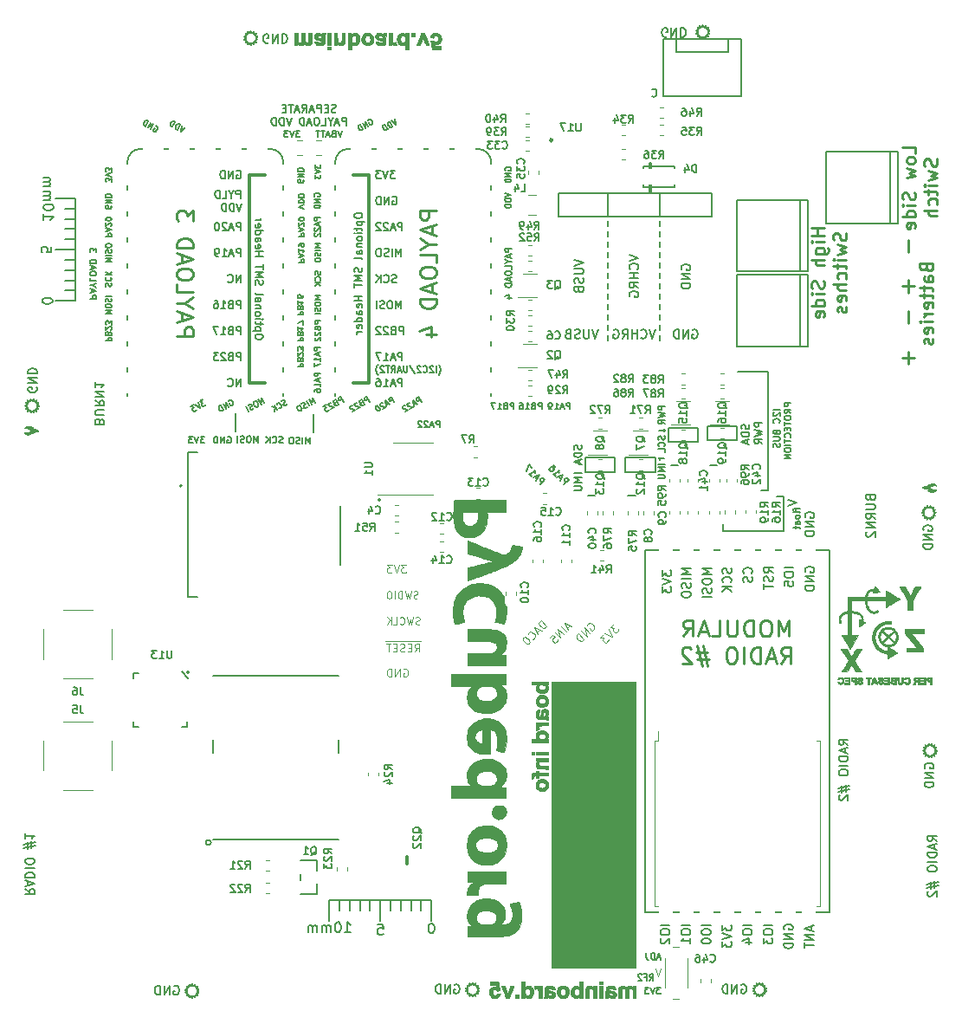
<source format=gbo>
G04 #@! TF.GenerationSoftware,KiCad,Pcbnew,(5.1.5)-3*
G04 #@! TF.CreationDate,2021-06-25T12:34:56-07:00*
G04 #@! TF.ProjectId,mainboard,6d61696e-626f-4617-9264-2e6b69636164,rev?*
G04 #@! TF.SameCoordinates,Original*
G04 #@! TF.FileFunction,Legend,Bot*
G04 #@! TF.FilePolarity,Positive*
%FSLAX46Y46*%
G04 Gerber Fmt 4.6, Leading zero omitted, Abs format (unit mm)*
G04 Created by KiCad (PCBNEW (5.1.5)-3) date 2021-06-25 12:34:56*
%MOMM*%
%LPD*%
G04 APERTURE LIST*
%ADD10C,0.127000*%
%ADD11C,0.304800*%
%ADD12C,0.121920*%
%ADD13C,0.152400*%
%ADD14C,0.203200*%
%ADD15C,0.251460*%
%ADD16C,0.254000*%
%ADD17C,0.200000*%
%ADD18C,0.120000*%
%ADD19C,0.010000*%
%ADD20C,0.150000*%
%ADD21C,0.300000*%
%ADD22C,0.250000*%
%ADD23C,0.190500*%
%ADD24C,0.100000*%
%ADD25R,1.447800X0.685800*%
%ADD26R,0.711200X2.311400*%
%ADD27C,2.000000*%
%ADD28R,2.108200X2.413000*%
%ADD29R,2.413000X2.108200*%
%ADD30R,1.427000X2.127000*%
%ADD31R,4.927001X5.826999*%
%ADD32R,2.921000X2.921000*%
%ADD33R,0.431800X0.889000*%
%ADD34R,0.889000X0.431800*%
%ADD35R,2.001600X1.501600*%
%ADD36O,1.801600X1.801600*%
%ADD37R,0.751600X0.501600*%
%ADD38C,5.701600*%
%ADD39R,1.101600X2.101600*%
%ADD40R,2.327000X1.527000*%
%ADD41R,1.027000X1.527000*%
%ADD42C,2.133600*%
%ADD43C,2.159000*%
%ADD44R,2.159000X2.159000*%
%ADD45C,1.501600*%
%ADD46R,0.701600X0.501600*%
%ADD47R,2.901600X2.901600*%
%ADD48R,0.901600X0.401600*%
%ADD49R,0.401600X0.901600*%
%ADD50C,0.751600*%
%ADD51O,1.101600X1.701600*%
%ADD52O,1.101600X2.201600*%
%ADD53R,0.551600X1.451600*%
%ADD54C,1.509600*%
%ADD55C,1.371600*%
%ADD56R,1.601600X1.651600*%
%ADD57C,2.351600*%
%ADD58C,2.151600*%
%ADD59R,2.006600X2.006600*%
%ADD60C,2.006600*%
%ADD61R,1.752600X0.939800*%
%ADD62R,1.367000X0.927000*%
%ADD63R,2.627000X1.077000*%
%ADD64R,2.327000X1.277000*%
%ADD65R,1.377000X1.287000*%
%ADD66R,1.327000X1.287000*%
%ADD67R,1.277000X1.627000*%
G04 APERTURE END LIST*
D10*
X125606628Y-80974293D02*
X126165428Y-80974293D01*
X126165428Y-80761417D01*
X126138819Y-80708198D01*
X126112209Y-80681588D01*
X126058990Y-80654979D01*
X125979161Y-80654979D01*
X125925942Y-80681588D01*
X125899333Y-80708198D01*
X125872723Y-80761417D01*
X125872723Y-80974293D01*
X125899333Y-80229226D02*
X125872723Y-80149398D01*
X125846114Y-80122788D01*
X125792895Y-80096179D01*
X125713066Y-80096179D01*
X125659847Y-80122788D01*
X125633238Y-80149398D01*
X125606628Y-80202617D01*
X125606628Y-80415493D01*
X126165428Y-80415493D01*
X126165428Y-80229226D01*
X126138819Y-80176007D01*
X126112209Y-80149398D01*
X126058990Y-80122788D01*
X126005771Y-80122788D01*
X125952552Y-80149398D01*
X125925942Y-80176007D01*
X125899333Y-80229226D01*
X125899333Y-80415493D01*
X125606628Y-79563988D02*
X125606628Y-79883302D01*
X125606628Y-79723645D02*
X126165428Y-79723645D01*
X126085599Y-79776864D01*
X126032380Y-79830083D01*
X126005771Y-79883302D01*
X126165428Y-79085017D02*
X126165428Y-79191455D01*
X126138819Y-79244674D01*
X126112209Y-79271283D01*
X126032380Y-79324502D01*
X125925942Y-79351112D01*
X125713066Y-79351112D01*
X125659847Y-79324502D01*
X125633238Y-79297893D01*
X125606628Y-79244674D01*
X125606628Y-79138236D01*
X125633238Y-79085017D01*
X125659847Y-79058407D01*
X125713066Y-79031798D01*
X125846114Y-79031798D01*
X125899333Y-79058407D01*
X125925942Y-79085017D01*
X125952552Y-79138236D01*
X125952552Y-79244674D01*
X125925942Y-79297893D01*
X125899333Y-79324502D01*
X125846114Y-79351112D01*
X125702180Y-75854378D02*
X126260980Y-75854378D01*
X126260980Y-75641502D01*
X126234371Y-75588283D01*
X126207761Y-75561674D01*
X126154542Y-75535064D01*
X126074713Y-75535064D01*
X126021494Y-75561674D01*
X125994885Y-75588283D01*
X125968275Y-75641502D01*
X125968275Y-75854378D01*
X125861837Y-75322188D02*
X125861837Y-75056093D01*
X125702180Y-75375407D02*
X126260980Y-75189140D01*
X125702180Y-75002874D01*
X125702180Y-74523902D02*
X125702180Y-74843216D01*
X125702180Y-74683559D02*
X126260980Y-74683559D01*
X126181151Y-74736778D01*
X126127932Y-74789997D01*
X126101323Y-74843216D01*
X125702180Y-74257807D02*
X125702180Y-74151369D01*
X125728790Y-74098150D01*
X125755399Y-74071540D01*
X125835228Y-74018321D01*
X125941666Y-73991712D01*
X126154542Y-73991712D01*
X126207761Y-74018321D01*
X126234371Y-74044931D01*
X126260980Y-74098150D01*
X126260980Y-74204588D01*
X126234371Y-74257807D01*
X126207761Y-74284416D01*
X126154542Y-74311026D01*
X126021494Y-74311026D01*
X125968275Y-74284416D01*
X125941666Y-74257807D01*
X125915056Y-74204588D01*
X125915056Y-74098150D01*
X125941666Y-74044931D01*
X125968275Y-74018321D01*
X126021494Y-73991712D01*
X125606628Y-86054293D02*
X126165428Y-86054293D01*
X126165428Y-85841417D01*
X126138819Y-85788198D01*
X126112209Y-85761588D01*
X126058990Y-85734979D01*
X125979161Y-85734979D01*
X125925942Y-85761588D01*
X125899333Y-85788198D01*
X125872723Y-85841417D01*
X125872723Y-86054293D01*
X125899333Y-85309226D02*
X125872723Y-85229398D01*
X125846114Y-85202788D01*
X125792895Y-85176179D01*
X125713066Y-85176179D01*
X125659847Y-85202788D01*
X125633238Y-85229398D01*
X125606628Y-85282617D01*
X125606628Y-85495493D01*
X126165428Y-85495493D01*
X126165428Y-85309226D01*
X126138819Y-85256007D01*
X126112209Y-85229398D01*
X126058990Y-85202788D01*
X126005771Y-85202788D01*
X125952552Y-85229398D01*
X125925942Y-85256007D01*
X125899333Y-85309226D01*
X125899333Y-85495493D01*
X126112209Y-84963302D02*
X126138819Y-84936693D01*
X126165428Y-84883474D01*
X126165428Y-84750426D01*
X126138819Y-84697207D01*
X126112209Y-84670598D01*
X126058990Y-84643988D01*
X126005771Y-84643988D01*
X125925942Y-84670598D01*
X125606628Y-84989912D01*
X125606628Y-84643988D01*
X126165428Y-84457721D02*
X126165428Y-84111798D01*
X125952552Y-84298064D01*
X125952552Y-84218236D01*
X125925942Y-84165017D01*
X125899333Y-84138407D01*
X125846114Y-84111798D01*
X125713066Y-84111798D01*
X125659847Y-84138407D01*
X125633238Y-84165017D01*
X125606628Y-84218236D01*
X125606628Y-84377893D01*
X125633238Y-84431112D01*
X125659847Y-84457721D01*
X125702180Y-73314378D02*
X126260980Y-73314378D01*
X126260980Y-73101502D01*
X126234371Y-73048283D01*
X126207761Y-73021674D01*
X126154542Y-72995064D01*
X126074713Y-72995064D01*
X126021494Y-73021674D01*
X125994885Y-73048283D01*
X125968275Y-73101502D01*
X125968275Y-73314378D01*
X125861837Y-72782188D02*
X125861837Y-72516093D01*
X125702180Y-72835407D02*
X126260980Y-72649140D01*
X125702180Y-72462874D01*
X126207761Y-72303216D02*
X126234371Y-72276607D01*
X126260980Y-72223388D01*
X126260980Y-72090340D01*
X126234371Y-72037121D01*
X126207761Y-72010512D01*
X126154542Y-71983902D01*
X126101323Y-71983902D01*
X126021494Y-72010512D01*
X125702180Y-72329826D01*
X125702180Y-71983902D01*
X126260980Y-71637978D02*
X126260980Y-71584759D01*
X126234371Y-71531540D01*
X126207761Y-71504931D01*
X126154542Y-71478321D01*
X126048104Y-71451712D01*
X125915056Y-71451712D01*
X125808618Y-71478321D01*
X125755399Y-71504931D01*
X125728790Y-71531540D01*
X125702180Y-71584759D01*
X125702180Y-71637978D01*
X125728790Y-71691197D01*
X125755399Y-71717807D01*
X125808618Y-71744416D01*
X125915056Y-71771026D01*
X126048104Y-71771026D01*
X126154542Y-71744416D01*
X126207761Y-71717807D01*
X126234371Y-71691197D01*
X126260980Y-71637978D01*
X160247692Y-59581142D02*
X160283978Y-59617428D01*
X160392835Y-59653714D01*
X160465407Y-59653714D01*
X160574264Y-59617428D01*
X160646835Y-59544857D01*
X160683121Y-59472285D01*
X160719407Y-59327142D01*
X160719407Y-59218285D01*
X160683121Y-59073142D01*
X160646835Y-59000571D01*
X160574264Y-58928000D01*
X160465407Y-58891714D01*
X160392835Y-58891714D01*
X160283978Y-58928000D01*
X160247692Y-58964285D01*
X139389454Y-86825666D02*
X139419692Y-86795428D01*
X139480169Y-86704714D01*
X139510407Y-86644238D01*
X139540645Y-86553523D01*
X139570883Y-86402333D01*
X139570883Y-86281380D01*
X139540645Y-86130190D01*
X139510407Y-86039476D01*
X139480169Y-85979000D01*
X139419692Y-85888285D01*
X139389454Y-85858047D01*
X139147549Y-86583761D02*
X139147549Y-85948761D01*
X138875407Y-86009238D02*
X138845169Y-85979000D01*
X138784692Y-85948761D01*
X138633502Y-85948761D01*
X138573026Y-85979000D01*
X138542788Y-86009238D01*
X138512549Y-86069714D01*
X138512549Y-86130190D01*
X138542788Y-86220904D01*
X138905645Y-86583761D01*
X138512549Y-86583761D01*
X137877549Y-86523285D02*
X137907788Y-86553523D01*
X137998502Y-86583761D01*
X138058978Y-86583761D01*
X138149692Y-86553523D01*
X138210169Y-86493047D01*
X138240407Y-86432571D01*
X138270645Y-86311619D01*
X138270645Y-86220904D01*
X138240407Y-86099952D01*
X138210169Y-86039476D01*
X138149692Y-85979000D01*
X138058978Y-85948761D01*
X137998502Y-85948761D01*
X137907788Y-85979000D01*
X137877549Y-86009238D01*
X137635645Y-86009238D02*
X137605407Y-85979000D01*
X137544930Y-85948761D01*
X137393740Y-85948761D01*
X137333264Y-85979000D01*
X137303026Y-86009238D01*
X137272788Y-86069714D01*
X137272788Y-86130190D01*
X137303026Y-86220904D01*
X137665883Y-86583761D01*
X137272788Y-86583761D01*
X136547073Y-85918523D02*
X137091359Y-86734952D01*
X136335407Y-85948761D02*
X136335407Y-86462809D01*
X136305169Y-86523285D01*
X136274930Y-86553523D01*
X136214454Y-86583761D01*
X136093502Y-86583761D01*
X136033026Y-86553523D01*
X136002788Y-86523285D01*
X135972549Y-86462809D01*
X135972549Y-85948761D01*
X135700407Y-86402333D02*
X135398026Y-86402333D01*
X135760883Y-86583761D02*
X135549216Y-85948761D01*
X135337549Y-86583761D01*
X134763026Y-86583761D02*
X134974692Y-86281380D01*
X135125883Y-86583761D02*
X135125883Y-85948761D01*
X134883978Y-85948761D01*
X134823502Y-85979000D01*
X134793264Y-86009238D01*
X134763026Y-86069714D01*
X134763026Y-86160428D01*
X134793264Y-86220904D01*
X134823502Y-86251142D01*
X134883978Y-86281380D01*
X135125883Y-86281380D01*
X134581597Y-85948761D02*
X134218740Y-85948761D01*
X134400169Y-86583761D02*
X134400169Y-85948761D01*
X134037311Y-86009238D02*
X134007073Y-85979000D01*
X133946597Y-85948761D01*
X133795407Y-85948761D01*
X133734930Y-85979000D01*
X133704692Y-86009238D01*
X133674454Y-86069714D01*
X133674454Y-86130190D01*
X133704692Y-86220904D01*
X134067549Y-86583761D01*
X133674454Y-86583761D01*
X133462788Y-86825666D02*
X133432549Y-86795428D01*
X133372073Y-86704714D01*
X133341835Y-86644238D01*
X133311597Y-86553523D01*
X133281359Y-86402333D01*
X133281359Y-86281380D01*
X133311597Y-86130190D01*
X133341835Y-86039476D01*
X133372073Y-85979000D01*
X133432549Y-85888285D01*
X133462788Y-85858047D01*
X135137978Y-66888904D02*
X134666264Y-66888904D01*
X134920264Y-67179190D01*
X134811406Y-67179190D01*
X134738835Y-67215475D01*
X134702549Y-67251761D01*
X134666264Y-67324332D01*
X134666264Y-67505761D01*
X134702549Y-67578332D01*
X134738835Y-67614618D01*
X134811406Y-67650904D01*
X135029121Y-67650904D01*
X135101692Y-67614618D01*
X135137978Y-67578332D01*
X134448549Y-66888904D02*
X134194549Y-67650904D01*
X133940549Y-66888904D01*
X133759121Y-66888904D02*
X133287406Y-66888904D01*
X133541406Y-67179190D01*
X133432549Y-67179190D01*
X133359978Y-67215475D01*
X133323692Y-67251761D01*
X133287406Y-67324332D01*
X133287406Y-67505761D01*
X133323692Y-67578332D01*
X133359978Y-67614618D01*
X133432549Y-67650904D01*
X133650264Y-67650904D01*
X133722835Y-67614618D01*
X133759121Y-67578332D01*
X111726197Y-62507913D02*
X111785591Y-62511478D01*
X111854724Y-62551393D01*
X111910553Y-62614351D01*
X111930032Y-62687050D01*
X111926467Y-62746444D01*
X111896293Y-62851927D01*
X111856379Y-62921060D01*
X111780115Y-62999934D01*
X111730461Y-63032718D01*
X111657762Y-63052197D01*
X111575324Y-63035328D01*
X111529235Y-63008718D01*
X111473406Y-62945759D01*
X111463666Y-62909410D01*
X111556800Y-62748098D01*
X111648978Y-62801317D01*
X111229656Y-62835756D02*
X111509056Y-62351821D01*
X110953122Y-62676099D01*
X111232522Y-62192164D01*
X110722677Y-62543051D02*
X111002077Y-62059116D01*
X110886854Y-61992593D01*
X110804416Y-61975723D01*
X110731717Y-61995202D01*
X110682063Y-62027987D01*
X110605800Y-62106860D01*
X110565885Y-62175994D01*
X110535711Y-62281476D01*
X110532146Y-62340870D01*
X110551625Y-62413569D01*
X110607454Y-62476528D01*
X110722677Y-62543051D01*
X114602125Y-62671135D02*
X114161413Y-63061937D01*
X114279501Y-62484869D01*
X113838790Y-62875670D02*
X114118190Y-62391735D01*
X114002967Y-62325212D01*
X113920529Y-62308342D01*
X113847830Y-62327821D01*
X113798176Y-62360606D01*
X113721913Y-62439479D01*
X113681998Y-62508613D01*
X113651824Y-62614095D01*
X113648259Y-62673489D01*
X113667738Y-62746188D01*
X113723567Y-62809147D01*
X113838790Y-62875670D01*
X113354855Y-62596270D02*
X113634255Y-62112335D01*
X113519032Y-62045812D01*
X113436594Y-62028942D01*
X113363895Y-62048421D01*
X113314241Y-62081206D01*
X113237978Y-62160079D01*
X113198063Y-62229213D01*
X113167889Y-62334695D01*
X113164324Y-62394089D01*
X113183803Y-62466788D01*
X113239632Y-62529747D01*
X113354855Y-62596270D01*
X132470227Y-61955161D02*
X132503011Y-61905507D01*
X132572145Y-61865593D01*
X132654583Y-61848723D01*
X132727282Y-61868202D01*
X132776936Y-61900987D01*
X132853199Y-61979860D01*
X132893114Y-62048994D01*
X132923288Y-62154476D01*
X132926853Y-62213870D01*
X132907374Y-62286569D01*
X132851545Y-62349528D01*
X132805456Y-62376137D01*
X132723018Y-62393007D01*
X132686668Y-62383267D01*
X132593535Y-62221955D01*
X132685713Y-62168736D01*
X132505877Y-62549099D02*
X132226477Y-62065164D01*
X132229343Y-62708756D01*
X131949943Y-62224821D01*
X131998898Y-62841804D02*
X131719498Y-62357869D01*
X131604275Y-62424393D01*
X131548446Y-62487351D01*
X131528967Y-62560050D01*
X131532532Y-62619444D01*
X131562706Y-62724927D01*
X131602620Y-62794060D01*
X131678884Y-62872934D01*
X131728538Y-62905718D01*
X131801237Y-62925197D01*
X131883675Y-62908328D01*
X131998898Y-62841804D01*
X135100368Y-61799069D02*
X135218456Y-62376137D01*
X134777744Y-61985335D01*
X134895833Y-62562404D02*
X134616433Y-62078469D01*
X134501210Y-62144993D01*
X134445381Y-62207951D01*
X134425902Y-62280650D01*
X134429467Y-62340044D01*
X134459641Y-62445527D01*
X134499555Y-62514660D01*
X134575819Y-62593534D01*
X134625473Y-62626318D01*
X134698172Y-62645797D01*
X134780610Y-62628928D01*
X134895833Y-62562404D01*
X134411898Y-62841804D02*
X134132498Y-62357869D01*
X134017275Y-62424393D01*
X133961446Y-62487351D01*
X133941967Y-62560050D01*
X133945532Y-62619444D01*
X133975706Y-62724927D01*
X134015620Y-62794060D01*
X134091884Y-62872934D01*
X134141538Y-62905718D01*
X134214237Y-62925197D01*
X134296675Y-62908328D01*
X134411898Y-62841804D01*
X145926629Y-66852497D02*
X145900019Y-66799278D01*
X145900019Y-66719450D01*
X145926629Y-66639621D01*
X145979848Y-66586402D01*
X146033067Y-66559793D01*
X146139505Y-66533183D01*
X146219333Y-66533183D01*
X146325771Y-66559793D01*
X146378990Y-66586402D01*
X146432209Y-66639621D01*
X146458819Y-66719450D01*
X146458819Y-66772669D01*
X146432209Y-66852497D01*
X146405600Y-66879107D01*
X146219333Y-66879107D01*
X146219333Y-66772669D01*
X146458819Y-67118593D02*
X145900019Y-67118593D01*
X146458819Y-67437907D01*
X145900019Y-67437907D01*
X146458819Y-67704002D02*
X145900019Y-67704002D01*
X145900019Y-67837050D01*
X145926629Y-67916878D01*
X145979848Y-67970097D01*
X146033067Y-67996707D01*
X146139505Y-68023316D01*
X146219333Y-68023316D01*
X146325771Y-67996707D01*
X146378990Y-67970097D01*
X146432209Y-67916878D01*
X146458819Y-67837050D01*
X146458819Y-67704002D01*
X145900019Y-69073183D02*
X146458819Y-69259450D01*
X145900019Y-69445716D01*
X146458819Y-69631983D02*
X145900019Y-69631983D01*
X145900019Y-69765031D01*
X145926629Y-69844859D01*
X145979848Y-69898078D01*
X146033067Y-69924688D01*
X146139505Y-69951297D01*
X146219333Y-69951297D01*
X146325771Y-69924688D01*
X146378990Y-69898078D01*
X146432209Y-69844859D01*
X146458819Y-69765031D01*
X146458819Y-69631983D01*
X146458819Y-70190783D02*
X145900019Y-70190783D01*
X145900019Y-70323831D01*
X145926629Y-70403659D01*
X145979848Y-70456878D01*
X146033067Y-70483488D01*
X146139505Y-70510097D01*
X146219333Y-70510097D01*
X146325771Y-70483488D01*
X146378990Y-70456878D01*
X146432209Y-70403659D01*
X146458819Y-70323831D01*
X146458819Y-70190783D01*
X146527761Y-74470683D02*
X145892761Y-74470683D01*
X145892761Y-74712587D01*
X145923000Y-74773064D01*
X145953238Y-74803302D01*
X146013714Y-74833540D01*
X146104428Y-74833540D01*
X146164904Y-74803302D01*
X146195142Y-74773064D01*
X146225380Y-74712587D01*
X146225380Y-74470683D01*
X146346333Y-75075445D02*
X146346333Y-75377826D01*
X146527761Y-75014968D02*
X145892761Y-75226635D01*
X146527761Y-75438302D01*
X146225380Y-75770921D02*
X146527761Y-75770921D01*
X145892761Y-75559254D02*
X146225380Y-75770921D01*
X145892761Y-75982587D01*
X146527761Y-76496635D02*
X146527761Y-76194254D01*
X145892761Y-76194254D01*
X145892761Y-76829254D02*
X145892761Y-76950207D01*
X145923000Y-77010683D01*
X145983476Y-77071159D01*
X146104428Y-77101397D01*
X146316095Y-77101397D01*
X146437047Y-77071159D01*
X146497523Y-77010683D01*
X146527761Y-76950207D01*
X146527761Y-76829254D01*
X146497523Y-76768778D01*
X146437047Y-76708302D01*
X146316095Y-76678064D01*
X146104428Y-76678064D01*
X145983476Y-76708302D01*
X145923000Y-76768778D01*
X145892761Y-76829254D01*
X146346333Y-77343302D02*
X146346333Y-77645683D01*
X146527761Y-77282826D02*
X145892761Y-77494492D01*
X146527761Y-77706159D01*
X146527761Y-77917826D02*
X145892761Y-77917826D01*
X145892761Y-78069016D01*
X145923000Y-78159730D01*
X145983476Y-78220207D01*
X146043952Y-78250445D01*
X146164904Y-78280683D01*
X146255619Y-78280683D01*
X146376571Y-78250445D01*
X146437047Y-78220207D01*
X146497523Y-78159730D01*
X146527761Y-78069016D01*
X146527761Y-77917826D01*
X146104428Y-79308778D02*
X146527761Y-79308778D01*
X145862523Y-79157587D02*
X146316095Y-79006397D01*
X146316095Y-79399492D01*
X106832399Y-83514293D02*
X107391199Y-83514293D01*
X107391199Y-83301417D01*
X107364590Y-83248198D01*
X107337980Y-83221588D01*
X107284761Y-83194979D01*
X107204932Y-83194979D01*
X107151713Y-83221588D01*
X107125104Y-83248198D01*
X107098494Y-83301417D01*
X107098494Y-83514293D01*
X107125104Y-82769226D02*
X107098494Y-82689398D01*
X107071885Y-82662788D01*
X107018666Y-82636179D01*
X106938837Y-82636179D01*
X106885618Y-82662788D01*
X106859009Y-82689398D01*
X106832399Y-82742617D01*
X106832399Y-82955493D01*
X107391199Y-82955493D01*
X107391199Y-82769226D01*
X107364590Y-82716007D01*
X107337980Y-82689398D01*
X107284761Y-82662788D01*
X107231542Y-82662788D01*
X107178323Y-82689398D01*
X107151713Y-82716007D01*
X107125104Y-82769226D01*
X107125104Y-82955493D01*
X107337980Y-82423302D02*
X107364590Y-82396693D01*
X107391199Y-82343474D01*
X107391199Y-82210426D01*
X107364590Y-82157207D01*
X107337980Y-82130598D01*
X107284761Y-82103988D01*
X107231542Y-82103988D01*
X107151713Y-82130598D01*
X106832399Y-82449912D01*
X106832399Y-82103988D01*
X107391199Y-81917721D02*
X107391199Y-81571798D01*
X107178323Y-81758064D01*
X107178323Y-81678236D01*
X107151713Y-81625017D01*
X107125104Y-81598407D01*
X107071885Y-81571798D01*
X106938837Y-81571798D01*
X106885618Y-81598407D01*
X106859009Y-81625017D01*
X106832399Y-81678236D01*
X106832399Y-81837893D01*
X106859009Y-81891112D01*
X106885618Y-81917721D01*
X106832399Y-73314378D02*
X107391199Y-73314378D01*
X107391199Y-73101502D01*
X107364590Y-73048283D01*
X107337980Y-73021674D01*
X107284761Y-72995064D01*
X107204932Y-72995064D01*
X107151713Y-73021674D01*
X107125104Y-73048283D01*
X107098494Y-73101502D01*
X107098494Y-73314378D01*
X106992056Y-72782188D02*
X106992056Y-72516093D01*
X106832399Y-72835407D02*
X107391199Y-72649140D01*
X106832399Y-72462874D01*
X107337980Y-72303216D02*
X107364590Y-72276607D01*
X107391199Y-72223388D01*
X107391199Y-72090340D01*
X107364590Y-72037121D01*
X107337980Y-72010512D01*
X107284761Y-71983902D01*
X107231542Y-71983902D01*
X107151713Y-72010512D01*
X106832399Y-72329826D01*
X106832399Y-71983902D01*
X107391199Y-71637978D02*
X107391199Y-71584759D01*
X107364590Y-71531540D01*
X107337980Y-71504931D01*
X107284761Y-71478321D01*
X107178323Y-71451712D01*
X107045275Y-71451712D01*
X106938837Y-71478321D01*
X106885618Y-71504931D01*
X106859009Y-71531540D01*
X106832399Y-71584759D01*
X106832399Y-71637978D01*
X106859009Y-71691197D01*
X106885618Y-71717807D01*
X106938837Y-71744416D01*
X107045275Y-71771026D01*
X107178323Y-71771026D01*
X107284761Y-71744416D01*
X107337980Y-71717807D01*
X107364590Y-71691197D01*
X107391199Y-71637978D01*
X107391199Y-67967073D02*
X107391199Y-67621150D01*
X107178323Y-67807416D01*
X107178323Y-67727588D01*
X107151713Y-67674369D01*
X107125104Y-67647759D01*
X107071885Y-67621150D01*
X106938837Y-67621150D01*
X106885618Y-67647759D01*
X106859009Y-67674369D01*
X106832399Y-67727588D01*
X106832399Y-67887245D01*
X106859009Y-67940464D01*
X106885618Y-67967073D01*
X107391199Y-67461492D02*
X106832399Y-67275226D01*
X107391199Y-67088959D01*
X107391199Y-66955911D02*
X107391199Y-66609988D01*
X107178323Y-66796254D01*
X107178323Y-66716426D01*
X107151713Y-66663207D01*
X107125104Y-66636597D01*
X107071885Y-66609988D01*
X106938837Y-66609988D01*
X106885618Y-66636597D01*
X106859009Y-66663207D01*
X106832399Y-66716426D01*
X106832399Y-66876083D01*
X106859009Y-66929302D01*
X106885618Y-66955911D01*
X107364590Y-70320807D02*
X107391199Y-70374026D01*
X107391199Y-70453854D01*
X107364590Y-70533683D01*
X107311370Y-70586902D01*
X107258151Y-70613511D01*
X107151713Y-70640121D01*
X107071885Y-70640121D01*
X106965447Y-70613511D01*
X106912228Y-70586902D01*
X106859009Y-70533683D01*
X106832399Y-70453854D01*
X106832399Y-70400635D01*
X106859009Y-70320807D01*
X106885618Y-70294197D01*
X107071885Y-70294197D01*
X107071885Y-70400635D01*
X106832399Y-70054711D02*
X107391199Y-70054711D01*
X106832399Y-69735397D01*
X107391199Y-69735397D01*
X106832399Y-69469302D02*
X107391199Y-69469302D01*
X107391199Y-69336254D01*
X107364590Y-69256426D01*
X107311370Y-69203207D01*
X107258151Y-69176597D01*
X107151713Y-69149988D01*
X107071885Y-69149988D01*
X106965447Y-69176597D01*
X106912228Y-69203207D01*
X106859009Y-69256426D01*
X106832399Y-69336254D01*
X106832399Y-69469302D01*
X106832399Y-75814464D02*
X107391199Y-75814464D01*
X106992056Y-75628197D01*
X107391199Y-75441930D01*
X106832399Y-75441930D01*
X106832399Y-75175835D02*
X107391199Y-75175835D01*
X106859009Y-74936349D02*
X106832399Y-74856521D01*
X106832399Y-74723473D01*
X106859009Y-74670254D01*
X106885618Y-74643645D01*
X106938837Y-74617035D01*
X106992056Y-74617035D01*
X107045275Y-74643645D01*
X107071885Y-74670254D01*
X107098494Y-74723473D01*
X107125104Y-74829911D01*
X107151713Y-74883130D01*
X107178323Y-74909740D01*
X107231542Y-74936349D01*
X107284761Y-74936349D01*
X107337980Y-74909740D01*
X107364590Y-74883130D01*
X107391199Y-74829911D01*
X107391199Y-74696864D01*
X107364590Y-74617035D01*
X107391199Y-74271111D02*
X107391199Y-74164673D01*
X107364590Y-74111454D01*
X107311370Y-74058235D01*
X107204932Y-74031626D01*
X107018666Y-74031626D01*
X106912228Y-74058235D01*
X106859009Y-74111454D01*
X106832399Y-74164673D01*
X106832399Y-74271111D01*
X106859009Y-74324330D01*
X106912228Y-74377549D01*
X107018666Y-74404159D01*
X107204932Y-74404159D01*
X107311370Y-74377549D01*
X107364590Y-74324330D01*
X107391199Y-74271111D01*
X106859009Y-78194807D02*
X106832399Y-78114978D01*
X106832399Y-77981931D01*
X106859009Y-77928712D01*
X106885618Y-77902102D01*
X106938837Y-77875493D01*
X106992056Y-77875493D01*
X107045275Y-77902102D01*
X107071885Y-77928712D01*
X107098494Y-77981931D01*
X107125104Y-78088369D01*
X107151713Y-78141588D01*
X107178323Y-78168197D01*
X107231542Y-78194807D01*
X107284761Y-78194807D01*
X107337980Y-78168197D01*
X107364590Y-78141588D01*
X107391199Y-78088369D01*
X107391199Y-77955321D01*
X107364590Y-77875493D01*
X106885618Y-77316693D02*
X106859009Y-77343302D01*
X106832399Y-77423131D01*
X106832399Y-77476350D01*
X106859009Y-77556178D01*
X106912228Y-77609397D01*
X106965447Y-77636007D01*
X107071885Y-77662616D01*
X107151713Y-77662616D01*
X107258151Y-77636007D01*
X107311370Y-77609397D01*
X107364590Y-77556178D01*
X107391199Y-77476350D01*
X107391199Y-77423131D01*
X107364590Y-77343302D01*
X107337980Y-77316693D01*
X106832399Y-77077207D02*
X107391199Y-77077207D01*
X106832399Y-76757893D02*
X107151713Y-76997378D01*
X107391199Y-76757893D02*
X107071885Y-77077207D01*
X106832399Y-80894464D02*
X107391199Y-80894464D01*
X106992056Y-80708197D01*
X107391199Y-80521930D01*
X106832399Y-80521930D01*
X107391199Y-80149397D02*
X107391199Y-80042959D01*
X107364590Y-79989740D01*
X107311370Y-79936521D01*
X107204932Y-79909911D01*
X107018666Y-79909911D01*
X106912228Y-79936521D01*
X106859009Y-79989740D01*
X106832399Y-80042959D01*
X106832399Y-80149397D01*
X106859009Y-80202616D01*
X106912228Y-80255835D01*
X107018666Y-80282445D01*
X107204932Y-80282445D01*
X107311370Y-80255835D01*
X107364590Y-80202616D01*
X107391199Y-80149397D01*
X106859009Y-79697035D02*
X106832399Y-79617207D01*
X106832399Y-79484159D01*
X106859009Y-79430940D01*
X106885618Y-79404330D01*
X106938837Y-79377721D01*
X106992056Y-79377721D01*
X107045275Y-79404330D01*
X107071885Y-79430940D01*
X107098494Y-79484159D01*
X107125104Y-79590597D01*
X107151713Y-79643816D01*
X107178323Y-79670426D01*
X107231542Y-79697035D01*
X107284761Y-79697035D01*
X107337980Y-79670426D01*
X107364590Y-79643816D01*
X107391199Y-79590597D01*
X107391199Y-79457549D01*
X107364590Y-79377721D01*
X106832399Y-79138235D02*
X107391199Y-79138235D01*
X116342882Y-89270983D02*
X116043303Y-89443945D01*
X116311053Y-89535168D01*
X116241919Y-89575082D01*
X116209135Y-89624736D01*
X116199395Y-89661085D01*
X116202960Y-89720479D01*
X116269484Y-89835702D01*
X116319138Y-89868486D01*
X116355487Y-89878226D01*
X116414881Y-89874661D01*
X116553148Y-89794832D01*
X116585933Y-89745178D01*
X116595672Y-89708829D01*
X115905036Y-89523774D02*
X116023124Y-90100842D01*
X115582413Y-89710040D01*
X115467190Y-89776564D02*
X115167611Y-89949526D01*
X115435361Y-90040749D01*
X115366227Y-90080663D01*
X115333443Y-90130317D01*
X115323703Y-90166666D01*
X115327268Y-90226060D01*
X115393792Y-90341283D01*
X115443446Y-90374067D01*
X115479796Y-90383807D01*
X115539189Y-90380242D01*
X115677456Y-90300413D01*
X115710241Y-90250759D01*
X115719981Y-90214410D01*
X118829217Y-89387161D02*
X118862001Y-89337507D01*
X118931135Y-89297593D01*
X119013573Y-89280723D01*
X119086272Y-89300202D01*
X119135926Y-89332987D01*
X119212189Y-89411860D01*
X119252104Y-89480994D01*
X119282278Y-89586476D01*
X119285843Y-89645870D01*
X119266364Y-89718569D01*
X119210535Y-89781528D01*
X119164446Y-89808137D01*
X119082008Y-89825007D01*
X119045658Y-89815267D01*
X118952525Y-89653955D01*
X119044703Y-89600736D01*
X118864867Y-89981099D02*
X118585467Y-89497164D01*
X118588333Y-90140756D01*
X118308933Y-89656821D01*
X118357888Y-90273804D02*
X118078488Y-89789869D01*
X117963265Y-89856393D01*
X117907436Y-89919351D01*
X117887957Y-89992050D01*
X117891522Y-90051444D01*
X117921696Y-90156927D01*
X117961610Y-90226060D01*
X118037874Y-90304934D01*
X118087528Y-90337718D01*
X118160227Y-90357197D01*
X118242665Y-90340328D01*
X118357888Y-90273804D01*
X137710328Y-89502128D02*
X137430928Y-89018193D01*
X137246572Y-89124631D01*
X137213787Y-89174285D01*
X137204048Y-89210634D01*
X137207613Y-89270028D01*
X137247527Y-89339161D01*
X137297181Y-89371946D01*
X137333530Y-89381685D01*
X137392924Y-89378120D01*
X137577280Y-89271682D01*
X137169609Y-89629956D02*
X136939164Y-89763003D01*
X137295526Y-89741613D02*
X136854815Y-89350812D01*
X136972903Y-89927880D01*
X136581846Y-89569863D02*
X136545496Y-89560123D01*
X136486102Y-89563688D01*
X136370880Y-89630212D01*
X136338096Y-89679866D01*
X136328356Y-89716215D01*
X136331921Y-89775609D01*
X136358530Y-89821698D01*
X136421489Y-89877527D01*
X136857681Y-89994404D01*
X136558102Y-90167366D01*
X136120955Y-89835958D02*
X136084606Y-89826218D01*
X136025212Y-89829783D01*
X135909989Y-89896307D01*
X135877205Y-89945961D01*
X135867465Y-89982310D01*
X135871030Y-90041704D01*
X135897640Y-90087793D01*
X135960599Y-90143622D01*
X136396790Y-90260499D01*
X136097211Y-90433461D01*
X135043328Y-89502128D02*
X134763928Y-89018193D01*
X134579572Y-89124631D01*
X134546787Y-89174285D01*
X134537048Y-89210634D01*
X134540613Y-89270028D01*
X134580527Y-89339161D01*
X134630181Y-89371946D01*
X134666530Y-89381685D01*
X134725924Y-89378120D01*
X134910280Y-89271682D01*
X134502609Y-89629956D02*
X134272164Y-89763003D01*
X134628526Y-89741613D02*
X134187815Y-89350812D01*
X134305903Y-89927880D01*
X133914846Y-89569863D02*
X133878496Y-89560123D01*
X133819102Y-89563688D01*
X133703880Y-89630212D01*
X133671096Y-89679866D01*
X133661356Y-89716215D01*
X133664921Y-89775609D01*
X133691530Y-89821698D01*
X133754489Y-89877527D01*
X134190681Y-89994404D01*
X133891102Y-90167366D01*
X133312123Y-89856393D02*
X133266034Y-89883002D01*
X133233250Y-89932656D01*
X133223510Y-89969005D01*
X133227075Y-90028399D01*
X133257249Y-90133882D01*
X133323773Y-90249105D01*
X133400037Y-90327978D01*
X133449691Y-90360762D01*
X133486040Y-90370502D01*
X133545434Y-90366937D01*
X133591523Y-90340328D01*
X133624307Y-90290674D01*
X133634047Y-90254324D01*
X133630482Y-90194930D01*
X133600307Y-90089448D01*
X133533784Y-89974225D01*
X133457520Y-89895352D01*
X133407866Y-89862567D01*
X133371517Y-89852828D01*
X133312123Y-89856393D01*
X132619632Y-89462213D02*
X132340232Y-88978278D01*
X132155876Y-89084716D01*
X132123092Y-89134370D01*
X132113352Y-89170720D01*
X132116917Y-89230114D01*
X132156832Y-89299247D01*
X132206486Y-89332031D01*
X132242835Y-89341771D01*
X132302229Y-89338206D01*
X132486585Y-89231768D01*
X131828033Y-89581257D02*
X131772205Y-89644216D01*
X131762465Y-89680565D01*
X131766030Y-89739959D01*
X131805944Y-89809092D01*
X131855598Y-89841877D01*
X131891947Y-89851616D01*
X131951341Y-89848051D01*
X132135697Y-89741613D01*
X131856297Y-89257678D01*
X131694986Y-89350812D01*
X131662202Y-89400466D01*
X131652462Y-89436815D01*
X131656027Y-89496209D01*
X131682636Y-89542298D01*
X131732290Y-89575082D01*
X131768640Y-89584822D01*
X131828033Y-89581257D01*
X131989345Y-89488124D01*
X131422017Y-89569863D02*
X131385667Y-89560123D01*
X131326273Y-89563688D01*
X131211051Y-89630212D01*
X131178267Y-89679866D01*
X131168527Y-89716215D01*
X131172092Y-89775609D01*
X131198701Y-89821698D01*
X131261660Y-89877527D01*
X131697852Y-89994404D01*
X131398273Y-90167366D01*
X130961126Y-89835958D02*
X130924777Y-89826218D01*
X130865383Y-89829783D01*
X130750160Y-89896307D01*
X130717376Y-89945961D01*
X130707636Y-89982310D01*
X130711201Y-90041704D01*
X130737811Y-90087793D01*
X130800770Y-90143622D01*
X131236961Y-90260499D01*
X130937382Y-90433461D01*
X130079632Y-89462213D02*
X129800232Y-88978278D01*
X129615876Y-89084716D01*
X129583092Y-89134370D01*
X129573352Y-89170720D01*
X129576917Y-89230114D01*
X129616832Y-89299247D01*
X129666486Y-89332031D01*
X129702835Y-89341771D01*
X129762229Y-89338206D01*
X129946585Y-89231768D01*
X129288033Y-89581257D02*
X129232205Y-89644216D01*
X129222465Y-89680565D01*
X129226030Y-89739959D01*
X129265944Y-89809092D01*
X129315598Y-89841877D01*
X129351947Y-89851616D01*
X129411341Y-89848051D01*
X129595697Y-89741613D01*
X129316297Y-89257678D01*
X129154986Y-89350812D01*
X129122202Y-89400466D01*
X129112462Y-89436815D01*
X129116027Y-89496209D01*
X129142636Y-89542298D01*
X129192290Y-89575082D01*
X129228640Y-89584822D01*
X129288033Y-89581257D01*
X129449345Y-89488124D01*
X128882017Y-89569863D02*
X128845667Y-89560123D01*
X128786273Y-89563688D01*
X128671051Y-89630212D01*
X128638267Y-89679866D01*
X128628527Y-89716215D01*
X128632092Y-89775609D01*
X128658701Y-89821698D01*
X128721660Y-89877527D01*
X129157852Y-89994404D01*
X128858273Y-90167366D01*
X128417561Y-89776564D02*
X128117982Y-89949526D01*
X128385732Y-90040749D01*
X128316598Y-90080663D01*
X128283814Y-90130317D01*
X128274074Y-90166666D01*
X128277639Y-90226060D01*
X128344163Y-90341283D01*
X128393817Y-90374067D01*
X128430167Y-90383807D01*
X128489560Y-90380242D01*
X128627827Y-90300413D01*
X128660612Y-90250759D01*
X128670352Y-90214410D01*
X122354022Y-89542042D02*
X122074622Y-89058107D01*
X122112882Y-89496908D01*
X121751999Y-89244374D01*
X122031399Y-89728309D01*
X121429376Y-89430640D02*
X121337198Y-89483859D01*
X121304413Y-89533513D01*
X121284934Y-89606212D01*
X121315108Y-89711695D01*
X121408242Y-89873006D01*
X121484505Y-89951880D01*
X121557204Y-89971359D01*
X121616598Y-89967794D01*
X121708776Y-89914575D01*
X121741560Y-89864921D01*
X121761039Y-89792223D01*
X121730865Y-89686740D01*
X121637732Y-89525428D01*
X121561468Y-89446555D01*
X121488769Y-89427075D01*
X121429376Y-89430640D01*
X121303714Y-90117712D02*
X121247885Y-90180670D01*
X121132663Y-90247194D01*
X121073269Y-90250759D01*
X121036919Y-90241020D01*
X120987265Y-90208235D01*
X120960656Y-90162146D01*
X120957091Y-90102752D01*
X120966831Y-90066403D01*
X120999615Y-90016749D01*
X121078488Y-89940485D01*
X121111273Y-89890831D01*
X121121012Y-89854482D01*
X121117447Y-89795088D01*
X121090838Y-89748999D01*
X121041184Y-89716215D01*
X121004834Y-89706475D01*
X120945441Y-89710040D01*
X120830218Y-89776564D01*
X120774389Y-89839523D01*
X120833084Y-90420156D02*
X120553684Y-89936221D01*
X124572673Y-89691959D02*
X124516844Y-89754918D01*
X124401621Y-89821442D01*
X124342228Y-89825007D01*
X124305878Y-89815267D01*
X124256224Y-89782483D01*
X124229615Y-89736394D01*
X124226050Y-89677000D01*
X124235789Y-89640651D01*
X124268574Y-89590997D01*
X124347447Y-89514733D01*
X124380231Y-89465079D01*
X124389971Y-89428730D01*
X124386406Y-89369336D01*
X124359797Y-89323247D01*
X124310143Y-89290463D01*
X124273793Y-89280723D01*
X124214399Y-89284288D01*
X124099177Y-89350812D01*
X124043348Y-89413770D01*
X123798899Y-90107972D02*
X123835248Y-90117712D01*
X123917686Y-90100842D01*
X123963775Y-90074232D01*
X124019604Y-90011274D01*
X124039084Y-89938575D01*
X124035519Y-89879181D01*
X124005344Y-89773698D01*
X123965430Y-89704565D01*
X123889166Y-89625691D01*
X123839512Y-89592907D01*
X123766814Y-89573428D01*
X123684375Y-89590297D01*
X123638286Y-89616907D01*
X123582458Y-89679866D01*
X123572718Y-89716215D01*
X123618108Y-90273804D02*
X123338708Y-89789869D01*
X123341573Y-90433461D02*
X123389317Y-90037184D01*
X123062173Y-89949526D02*
X123498365Y-90066403D01*
X127307022Y-89542042D02*
X127027622Y-89058107D01*
X127065882Y-89496908D01*
X126704999Y-89244374D01*
X126984399Y-89728309D01*
X126753954Y-89861356D02*
X126474554Y-89377421D01*
X126533248Y-89958055D02*
X126477419Y-90021013D01*
X126362197Y-90087537D01*
X126302803Y-90091102D01*
X126266454Y-90081362D01*
X126216800Y-90048578D01*
X126190190Y-90002489D01*
X126186625Y-89943095D01*
X126196365Y-89906746D01*
X126229149Y-89857092D01*
X126308023Y-89780828D01*
X126340807Y-89731174D01*
X126350547Y-89694825D01*
X126346982Y-89635431D01*
X126320372Y-89589342D01*
X126270718Y-89556558D01*
X126234369Y-89546818D01*
X126174975Y-89550383D01*
X126059752Y-89616907D01*
X126003924Y-89679866D01*
X125691040Y-89829783D02*
X125598862Y-89883002D01*
X125566078Y-89932656D01*
X125546598Y-90005355D01*
X125576773Y-90110838D01*
X125669906Y-90272149D01*
X125746169Y-90351023D01*
X125818868Y-90370502D01*
X125878262Y-90366937D01*
X125970440Y-90313718D01*
X126003224Y-90264064D01*
X126022704Y-90191365D01*
X125992529Y-90085883D01*
X125899396Y-89924571D01*
X125823132Y-89845698D01*
X125750434Y-89826218D01*
X125691040Y-89829783D01*
X120043121Y-75270904D02*
X120043121Y-74508904D01*
X119752836Y-74508904D01*
X119680264Y-74545190D01*
X119643979Y-74581475D01*
X119607693Y-74654047D01*
X119607693Y-74762904D01*
X119643979Y-74835475D01*
X119680264Y-74871761D01*
X119752836Y-74908047D01*
X120043121Y-74908047D01*
X119317407Y-75053190D02*
X118954550Y-75053190D01*
X119389979Y-75270904D02*
X119135979Y-74508904D01*
X118881979Y-75270904D01*
X118228836Y-75270904D02*
X118664264Y-75270904D01*
X118446550Y-75270904D02*
X118446550Y-74508904D01*
X118519121Y-74617761D01*
X118591693Y-74690332D01*
X118664264Y-74726618D01*
X117865979Y-75270904D02*
X117720836Y-75270904D01*
X117648264Y-75234618D01*
X117611979Y-75198332D01*
X117539407Y-75089475D01*
X117503121Y-74944332D01*
X117503121Y-74654047D01*
X117539407Y-74581475D01*
X117575693Y-74545190D01*
X117648264Y-74508904D01*
X117793407Y-74508904D01*
X117865979Y-74545190D01*
X117902264Y-74581475D01*
X117938550Y-74654047D01*
X117938550Y-74835475D01*
X117902264Y-74908047D01*
X117865979Y-74944332D01*
X117793407Y-74980618D01*
X117648264Y-74980618D01*
X117575693Y-74944332D01*
X117539407Y-74908047D01*
X117503121Y-74835475D01*
X105276952Y-79377116D02*
X105911952Y-79377116D01*
X105911952Y-79135212D01*
X105881714Y-79074735D01*
X105851475Y-79044497D01*
X105790999Y-79014259D01*
X105700285Y-79014259D01*
X105639809Y-79044497D01*
X105609571Y-79074735D01*
X105579333Y-79135212D01*
X105579333Y-79377116D01*
X105458380Y-78772354D02*
X105458380Y-78469973D01*
X105276952Y-78832831D02*
X105911952Y-78621164D01*
X105276952Y-78409497D01*
X105579333Y-78076878D02*
X105276952Y-78076878D01*
X105911952Y-78288545D02*
X105579333Y-78076878D01*
X105911952Y-77865212D01*
X105276952Y-77351164D02*
X105276952Y-77653545D01*
X105911952Y-77653545D01*
X105911952Y-77018545D02*
X105911952Y-76897593D01*
X105881714Y-76837116D01*
X105821237Y-76776640D01*
X105700285Y-76746402D01*
X105488618Y-76746402D01*
X105367666Y-76776640D01*
X105307190Y-76837116D01*
X105276952Y-76897593D01*
X105276952Y-77018545D01*
X105307190Y-77079021D01*
X105367666Y-77139497D01*
X105488618Y-77169735D01*
X105700285Y-77169735D01*
X105821237Y-77139497D01*
X105881714Y-77079021D01*
X105911952Y-77018545D01*
X105458380Y-76504497D02*
X105458380Y-76202116D01*
X105276952Y-76564973D02*
X105911952Y-76353307D01*
X105276952Y-76141640D01*
X105276952Y-75929973D02*
X105911952Y-75929973D01*
X105911952Y-75778783D01*
X105881714Y-75688069D01*
X105821237Y-75627593D01*
X105760761Y-75597354D01*
X105639809Y-75567116D01*
X105549094Y-75567116D01*
X105428142Y-75597354D01*
X105367666Y-75627593D01*
X105307190Y-75688069D01*
X105276952Y-75778783D01*
X105276952Y-75929973D01*
X105911952Y-74871640D02*
X105911952Y-74478545D01*
X105670047Y-74690212D01*
X105670047Y-74599497D01*
X105639809Y-74539021D01*
X105609571Y-74508783D01*
X105549094Y-74478545D01*
X105397904Y-74478545D01*
X105337428Y-74508783D01*
X105307190Y-74539021D01*
X105276952Y-74599497D01*
X105276952Y-74780926D01*
X105307190Y-74841402D01*
X105337428Y-74871640D01*
X134883978Y-69465190D02*
X134956549Y-69428904D01*
X135065406Y-69428904D01*
X135174264Y-69465190D01*
X135246835Y-69537761D01*
X135283121Y-69610332D01*
X135319406Y-69755475D01*
X135319406Y-69864332D01*
X135283121Y-70009475D01*
X135246835Y-70082047D01*
X135174264Y-70154618D01*
X135065406Y-70190904D01*
X134992835Y-70190904D01*
X134883978Y-70154618D01*
X134847692Y-70118332D01*
X134847692Y-69864332D01*
X134992835Y-69864332D01*
X134521121Y-70190904D02*
X134521121Y-69428904D01*
X134085692Y-70190904D01*
X134085692Y-69428904D01*
X133722835Y-70190904D02*
X133722835Y-69428904D01*
X133541406Y-69428904D01*
X133432549Y-69465190D01*
X133359978Y-69537761D01*
X133323692Y-69610332D01*
X133287406Y-69755475D01*
X133287406Y-69864332D01*
X133323692Y-70009475D01*
X133359978Y-70082047D01*
X133432549Y-70154618D01*
X133541406Y-70190904D01*
X133722835Y-70190904D01*
X120005021Y-69555904D02*
X120005021Y-68793904D01*
X119714735Y-68793904D01*
X119642164Y-68830190D01*
X119605878Y-68866475D01*
X119569592Y-68939047D01*
X119569592Y-69047904D01*
X119605878Y-69120475D01*
X119642164Y-69156761D01*
X119714735Y-69193047D01*
X120005021Y-69193047D01*
X119097878Y-69193047D02*
X119097878Y-69555904D01*
X119351878Y-68793904D02*
X119097878Y-69193047D01*
X118843878Y-68793904D01*
X118227021Y-69555904D02*
X118589878Y-69555904D01*
X118589878Y-68793904D01*
X117973021Y-69555904D02*
X117973021Y-68793904D01*
X117791592Y-68793904D01*
X117682735Y-68830190D01*
X117610164Y-68902761D01*
X117573878Y-68975332D01*
X117537592Y-69120475D01*
X117537592Y-69229332D01*
X117573878Y-69374475D01*
X117610164Y-69447047D01*
X117682735Y-69519618D01*
X117791592Y-69555904D01*
X117973021Y-69555904D01*
X120113878Y-70063904D02*
X119859878Y-70825904D01*
X119605878Y-70063904D01*
X119351878Y-70825904D02*
X119351878Y-70063904D01*
X119170450Y-70063904D01*
X119061592Y-70100190D01*
X118989021Y-70172761D01*
X118952735Y-70245332D01*
X118916450Y-70390475D01*
X118916450Y-70499332D01*
X118952735Y-70644475D01*
X118989021Y-70717047D01*
X119061592Y-70789618D01*
X119170450Y-70825904D01*
X119351878Y-70825904D01*
X118589878Y-70825904D02*
X118589878Y-70063904D01*
X118408450Y-70063904D01*
X118299592Y-70100190D01*
X118227021Y-70172761D01*
X118190735Y-70245332D01*
X118154450Y-70390475D01*
X118154450Y-70499332D01*
X118190735Y-70644475D01*
X118227021Y-70717047D01*
X118299592Y-70789618D01*
X118408450Y-70825904D01*
X118589878Y-70825904D01*
X135827406Y-72730904D02*
X135827406Y-71968904D01*
X135537121Y-71968904D01*
X135464549Y-72005190D01*
X135428264Y-72041475D01*
X135391978Y-72114047D01*
X135391978Y-72222904D01*
X135428264Y-72295475D01*
X135464549Y-72331761D01*
X135537121Y-72368047D01*
X135827406Y-72368047D01*
X135101692Y-72513190D02*
X134738835Y-72513190D01*
X135174264Y-72730904D02*
X134920264Y-71968904D01*
X134666264Y-72730904D01*
X134448549Y-72041475D02*
X134412264Y-72005190D01*
X134339692Y-71968904D01*
X134158264Y-71968904D01*
X134085692Y-72005190D01*
X134049406Y-72041475D01*
X134013121Y-72114047D01*
X134013121Y-72186618D01*
X134049406Y-72295475D01*
X134484835Y-72730904D01*
X134013121Y-72730904D01*
X133722835Y-72041475D02*
X133686549Y-72005190D01*
X133613978Y-71968904D01*
X133432549Y-71968904D01*
X133359978Y-72005190D01*
X133323692Y-72041475D01*
X133287406Y-72114047D01*
X133287406Y-72186618D01*
X133323692Y-72295475D01*
X133759121Y-72730904D01*
X133287406Y-72730904D01*
X120043121Y-77810904D02*
X120043121Y-77048904D01*
X119607692Y-77810904D01*
X119607692Y-77048904D01*
X118809406Y-77738332D02*
X118845692Y-77774618D01*
X118954549Y-77810904D01*
X119027121Y-77810904D01*
X119135978Y-77774618D01*
X119208549Y-77702047D01*
X119244835Y-77629475D01*
X119281121Y-77484332D01*
X119281121Y-77375475D01*
X119244835Y-77230332D01*
X119208549Y-77157761D01*
X119135978Y-77085190D01*
X119027121Y-77048904D01*
X118954549Y-77048904D01*
X118845692Y-77085190D01*
X118809406Y-77121475D01*
X120043121Y-80350904D02*
X120043121Y-79588904D01*
X119752835Y-79588904D01*
X119680263Y-79625190D01*
X119643978Y-79661475D01*
X119607692Y-79734047D01*
X119607692Y-79842904D01*
X119643978Y-79915475D01*
X119680263Y-79951761D01*
X119752835Y-79988047D01*
X120043121Y-79988047D01*
X119027121Y-79951761D02*
X118918263Y-79988047D01*
X118881978Y-80024332D01*
X118845692Y-80096904D01*
X118845692Y-80205761D01*
X118881978Y-80278332D01*
X118918263Y-80314618D01*
X118990835Y-80350904D01*
X119281121Y-80350904D01*
X119281121Y-79588904D01*
X119027121Y-79588904D01*
X118954549Y-79625190D01*
X118918263Y-79661475D01*
X118881978Y-79734047D01*
X118881978Y-79806618D01*
X118918263Y-79879190D01*
X118954549Y-79915475D01*
X119027121Y-79951761D01*
X119281121Y-79951761D01*
X118119978Y-80350904D02*
X118555406Y-80350904D01*
X118337692Y-80350904D02*
X118337692Y-79588904D01*
X118410263Y-79697761D01*
X118482835Y-79770332D01*
X118555406Y-79806618D01*
X117466835Y-79588904D02*
X117611978Y-79588904D01*
X117684549Y-79625190D01*
X117720835Y-79661475D01*
X117793406Y-79770332D01*
X117829692Y-79915475D01*
X117829692Y-80205761D01*
X117793406Y-80278332D01*
X117757121Y-80314618D01*
X117684549Y-80350904D01*
X117539406Y-80350904D01*
X117466835Y-80314618D01*
X117430549Y-80278332D01*
X117394263Y-80205761D01*
X117394263Y-80024332D01*
X117430549Y-79951761D01*
X117466835Y-79915475D01*
X117539406Y-79879190D01*
X117684549Y-79879190D01*
X117757121Y-79915475D01*
X117793406Y-79951761D01*
X117829692Y-80024332D01*
X135936264Y-82890904D02*
X135936264Y-82128904D01*
X135645978Y-82128904D01*
X135573406Y-82165190D01*
X135537121Y-82201475D01*
X135500835Y-82274047D01*
X135500835Y-82382904D01*
X135537121Y-82455475D01*
X135573406Y-82491761D01*
X135645978Y-82528047D01*
X135936264Y-82528047D01*
X134920264Y-82491761D02*
X134811406Y-82528047D01*
X134775121Y-82564332D01*
X134738835Y-82636904D01*
X134738835Y-82745761D01*
X134775121Y-82818332D01*
X134811406Y-82854618D01*
X134883978Y-82890904D01*
X135174264Y-82890904D01*
X135174264Y-82128904D01*
X134920264Y-82128904D01*
X134847692Y-82165190D01*
X134811406Y-82201475D01*
X134775121Y-82274047D01*
X134775121Y-82346618D01*
X134811406Y-82419190D01*
X134847692Y-82455475D01*
X134920264Y-82491761D01*
X135174264Y-82491761D01*
X134448549Y-82201475D02*
X134412264Y-82165190D01*
X134339692Y-82128904D01*
X134158264Y-82128904D01*
X134085692Y-82165190D01*
X134049406Y-82201475D01*
X134013121Y-82274047D01*
X134013121Y-82346618D01*
X134049406Y-82455475D01*
X134484835Y-82890904D01*
X134013121Y-82890904D01*
X133722835Y-82201475D02*
X133686549Y-82165190D01*
X133613978Y-82128904D01*
X133432549Y-82128904D01*
X133359978Y-82165190D01*
X133323692Y-82201475D01*
X133287406Y-82274047D01*
X133287406Y-82346618D01*
X133323692Y-82455475D01*
X133759121Y-82890904D01*
X133287406Y-82890904D01*
X135827406Y-85430904D02*
X135827406Y-84668904D01*
X135537121Y-84668904D01*
X135464549Y-84705190D01*
X135428264Y-84741475D01*
X135391978Y-84814047D01*
X135391978Y-84922904D01*
X135428264Y-84995475D01*
X135464549Y-85031761D01*
X135537121Y-85068047D01*
X135827406Y-85068047D01*
X135101692Y-85213190D02*
X134738835Y-85213190D01*
X135174264Y-85430904D02*
X134920264Y-84668904D01*
X134666264Y-85430904D01*
X134013121Y-85430904D02*
X134448549Y-85430904D01*
X134230835Y-85430904D02*
X134230835Y-84668904D01*
X134303406Y-84777761D01*
X134375978Y-84850332D01*
X134448549Y-84886618D01*
X133759121Y-84668904D02*
X133251121Y-84668904D01*
X133577692Y-85430904D01*
X135827406Y-87970904D02*
X135827406Y-87208904D01*
X135537121Y-87208904D01*
X135464549Y-87245190D01*
X135428264Y-87281475D01*
X135391978Y-87354047D01*
X135391978Y-87462904D01*
X135428264Y-87535475D01*
X135464549Y-87571761D01*
X135537121Y-87608047D01*
X135827406Y-87608047D01*
X135101692Y-87753190D02*
X134738835Y-87753190D01*
X135174264Y-87970904D02*
X134920264Y-87208904D01*
X134666264Y-87970904D01*
X134013121Y-87970904D02*
X134448549Y-87970904D01*
X134230835Y-87970904D02*
X134230835Y-87208904D01*
X134303406Y-87317761D01*
X134375978Y-87390332D01*
X134448549Y-87426618D01*
X133359978Y-87208904D02*
X133505121Y-87208904D01*
X133577692Y-87245190D01*
X133613978Y-87281475D01*
X133686549Y-87390332D01*
X133722835Y-87535475D01*
X133722835Y-87825761D01*
X133686549Y-87898332D01*
X133650264Y-87934618D01*
X133577692Y-87970904D01*
X133432549Y-87970904D01*
X133359978Y-87934618D01*
X133323692Y-87898332D01*
X133287406Y-87825761D01*
X133287406Y-87644332D01*
X133323692Y-87571761D01*
X133359978Y-87535475D01*
X133432549Y-87499190D01*
X133577692Y-87499190D01*
X133650264Y-87535475D01*
X133686549Y-87571761D01*
X133722835Y-87644332D01*
X131154714Y-71207993D02*
X131154714Y-71353136D01*
X131191000Y-71425707D01*
X131263571Y-71498279D01*
X131408714Y-71534564D01*
X131662714Y-71534564D01*
X131807857Y-71498279D01*
X131880428Y-71425707D01*
X131916714Y-71353136D01*
X131916714Y-71207993D01*
X131880428Y-71135421D01*
X131807857Y-71062850D01*
X131662714Y-71026564D01*
X131408714Y-71026564D01*
X131263571Y-71062850D01*
X131191000Y-71135421D01*
X131154714Y-71207993D01*
X131408714Y-71861136D02*
X132170714Y-71861136D01*
X131445000Y-71861136D02*
X131408714Y-71933707D01*
X131408714Y-72078850D01*
X131445000Y-72151421D01*
X131481285Y-72187707D01*
X131553857Y-72223993D01*
X131771571Y-72223993D01*
X131844142Y-72187707D01*
X131880428Y-72151421D01*
X131916714Y-72078850D01*
X131916714Y-71933707D01*
X131880428Y-71861136D01*
X131408714Y-72441707D02*
X131408714Y-72731993D01*
X131154714Y-72550564D02*
X131807857Y-72550564D01*
X131880428Y-72586850D01*
X131916714Y-72659421D01*
X131916714Y-72731993D01*
X131916714Y-72985993D02*
X131408714Y-72985993D01*
X131154714Y-72985993D02*
X131191000Y-72949707D01*
X131227285Y-72985993D01*
X131191000Y-73022279D01*
X131154714Y-72985993D01*
X131227285Y-72985993D01*
X131916714Y-73457707D02*
X131880428Y-73385136D01*
X131844142Y-73348850D01*
X131771571Y-73312564D01*
X131553857Y-73312564D01*
X131481285Y-73348850D01*
X131445000Y-73385136D01*
X131408714Y-73457707D01*
X131408714Y-73566564D01*
X131445000Y-73639136D01*
X131481285Y-73675421D01*
X131553857Y-73711707D01*
X131771571Y-73711707D01*
X131844142Y-73675421D01*
X131880428Y-73639136D01*
X131916714Y-73566564D01*
X131916714Y-73457707D01*
X131408714Y-74038279D02*
X131916714Y-74038279D01*
X131481285Y-74038279D02*
X131445000Y-74074564D01*
X131408714Y-74147136D01*
X131408714Y-74255993D01*
X131445000Y-74328564D01*
X131517571Y-74364850D01*
X131916714Y-74364850D01*
X131916714Y-75054279D02*
X131517571Y-75054279D01*
X131445000Y-75017993D01*
X131408714Y-74945421D01*
X131408714Y-74800279D01*
X131445000Y-74727707D01*
X131880428Y-75054279D02*
X131916714Y-74981707D01*
X131916714Y-74800279D01*
X131880428Y-74727707D01*
X131807857Y-74691421D01*
X131735285Y-74691421D01*
X131662714Y-74727707D01*
X131626428Y-74800279D01*
X131626428Y-74981707D01*
X131590142Y-75054279D01*
X131916714Y-75525993D02*
X131880428Y-75453421D01*
X131807857Y-75417136D01*
X131154714Y-75417136D01*
X131880428Y-76360564D02*
X131916714Y-76469421D01*
X131916714Y-76650850D01*
X131880428Y-76723421D01*
X131844142Y-76759707D01*
X131771571Y-76795993D01*
X131699000Y-76795993D01*
X131626428Y-76759707D01*
X131590142Y-76723421D01*
X131553857Y-76650850D01*
X131517571Y-76505707D01*
X131481285Y-76433136D01*
X131445000Y-76396850D01*
X131372428Y-76360564D01*
X131299857Y-76360564D01*
X131227285Y-76396850D01*
X131191000Y-76433136D01*
X131154714Y-76505707D01*
X131154714Y-76687136D01*
X131191000Y-76795993D01*
X131916714Y-77122564D02*
X131154714Y-77122564D01*
X131699000Y-77376564D01*
X131154714Y-77630564D01*
X131916714Y-77630564D01*
X131154714Y-77884564D02*
X131154714Y-78319993D01*
X131916714Y-78102279D02*
X131154714Y-78102279D01*
X131916714Y-79154564D02*
X131154714Y-79154564D01*
X131517571Y-79154564D02*
X131517571Y-79589993D01*
X131916714Y-79589993D02*
X131154714Y-79589993D01*
X131880428Y-80243136D02*
X131916714Y-80170564D01*
X131916714Y-80025421D01*
X131880428Y-79952850D01*
X131807857Y-79916564D01*
X131517571Y-79916564D01*
X131445000Y-79952850D01*
X131408714Y-80025421D01*
X131408714Y-80170564D01*
X131445000Y-80243136D01*
X131517571Y-80279421D01*
X131590142Y-80279421D01*
X131662714Y-79916564D01*
X131916714Y-80932564D02*
X131517571Y-80932564D01*
X131445000Y-80896279D01*
X131408714Y-80823707D01*
X131408714Y-80678564D01*
X131445000Y-80605993D01*
X131880428Y-80932564D02*
X131916714Y-80859993D01*
X131916714Y-80678564D01*
X131880428Y-80605993D01*
X131807857Y-80569707D01*
X131735285Y-80569707D01*
X131662714Y-80605993D01*
X131626428Y-80678564D01*
X131626428Y-80859993D01*
X131590142Y-80932564D01*
X131916714Y-81621993D02*
X131154714Y-81621993D01*
X131880428Y-81621993D02*
X131916714Y-81549421D01*
X131916714Y-81404279D01*
X131880428Y-81331707D01*
X131844142Y-81295421D01*
X131771571Y-81259136D01*
X131553857Y-81259136D01*
X131481285Y-81295421D01*
X131445000Y-81331707D01*
X131408714Y-81404279D01*
X131408714Y-81549421D01*
X131445000Y-81621993D01*
X131880428Y-82275136D02*
X131916714Y-82202564D01*
X131916714Y-82057421D01*
X131880428Y-81984850D01*
X131807857Y-81948564D01*
X131517571Y-81948564D01*
X131445000Y-81984850D01*
X131408714Y-82057421D01*
X131408714Y-82202564D01*
X131445000Y-82275136D01*
X131517571Y-82311421D01*
X131590142Y-82311421D01*
X131662714Y-81948564D01*
X131916714Y-82637993D02*
X131408714Y-82637993D01*
X131553857Y-82637993D02*
X131481285Y-82674279D01*
X131445000Y-82710564D01*
X131408714Y-82783136D01*
X131408714Y-82855707D01*
X122210285Y-83176835D02*
X122210285Y-83031692D01*
X122174000Y-82959121D01*
X122101428Y-82886550D01*
X121956285Y-82850264D01*
X121702285Y-82850264D01*
X121557142Y-82886550D01*
X121484571Y-82959121D01*
X121448285Y-83031692D01*
X121448285Y-83176835D01*
X121484571Y-83249407D01*
X121557142Y-83321978D01*
X121702285Y-83358264D01*
X121956285Y-83358264D01*
X122101428Y-83321978D01*
X122174000Y-83249407D01*
X122210285Y-83176835D01*
X121956285Y-82523692D02*
X121194285Y-82523692D01*
X121920000Y-82523692D02*
X121956285Y-82451121D01*
X121956285Y-82305978D01*
X121920000Y-82233407D01*
X121883714Y-82197121D01*
X121811142Y-82160835D01*
X121593428Y-82160835D01*
X121520857Y-82197121D01*
X121484571Y-82233407D01*
X121448285Y-82305978D01*
X121448285Y-82451121D01*
X121484571Y-82523692D01*
X121956285Y-81943121D02*
X121956285Y-81652835D01*
X122210285Y-81834264D02*
X121557142Y-81834264D01*
X121484571Y-81797978D01*
X121448285Y-81725407D01*
X121448285Y-81652835D01*
X121448285Y-81398835D02*
X121956285Y-81398835D01*
X122210285Y-81398835D02*
X122174000Y-81435121D01*
X122137714Y-81398835D01*
X122174000Y-81362550D01*
X122210285Y-81398835D01*
X122137714Y-81398835D01*
X121448285Y-80927121D02*
X121484571Y-80999692D01*
X121520857Y-81035978D01*
X121593428Y-81072264D01*
X121811142Y-81072264D01*
X121883714Y-81035978D01*
X121920000Y-80999692D01*
X121956285Y-80927121D01*
X121956285Y-80818264D01*
X121920000Y-80745692D01*
X121883714Y-80709407D01*
X121811142Y-80673121D01*
X121593428Y-80673121D01*
X121520857Y-80709407D01*
X121484571Y-80745692D01*
X121448285Y-80818264D01*
X121448285Y-80927121D01*
X121956285Y-80346550D02*
X121448285Y-80346550D01*
X121883714Y-80346550D02*
X121920000Y-80310264D01*
X121956285Y-80237692D01*
X121956285Y-80128835D01*
X121920000Y-80056264D01*
X121847428Y-80019978D01*
X121448285Y-80019978D01*
X121448285Y-79330550D02*
X121847428Y-79330550D01*
X121920000Y-79366835D01*
X121956285Y-79439407D01*
X121956285Y-79584550D01*
X121920000Y-79657121D01*
X121484571Y-79330550D02*
X121448285Y-79403121D01*
X121448285Y-79584550D01*
X121484571Y-79657121D01*
X121557142Y-79693407D01*
X121629714Y-79693407D01*
X121702285Y-79657121D01*
X121738571Y-79584550D01*
X121738571Y-79403121D01*
X121774857Y-79330550D01*
X121448285Y-78858835D02*
X121484571Y-78931407D01*
X121557142Y-78967692D01*
X122210285Y-78967692D01*
X121484571Y-78024264D02*
X121448285Y-77915407D01*
X121448285Y-77733978D01*
X121484571Y-77661407D01*
X121520857Y-77625121D01*
X121593428Y-77588835D01*
X121666000Y-77588835D01*
X121738571Y-77625121D01*
X121774857Y-77661407D01*
X121811142Y-77733978D01*
X121847428Y-77879121D01*
X121883714Y-77951692D01*
X121920000Y-77987978D01*
X121992571Y-78024264D01*
X122065142Y-78024264D01*
X122137714Y-77987978D01*
X122174000Y-77951692D01*
X122210285Y-77879121D01*
X122210285Y-77697692D01*
X122174000Y-77588835D01*
X121448285Y-77262264D02*
X122210285Y-77262264D01*
X121666000Y-77008264D01*
X122210285Y-76754264D01*
X121448285Y-76754264D01*
X122210285Y-76500264D02*
X122210285Y-76064835D01*
X121448285Y-76282550D02*
X122210285Y-76282550D01*
X121448285Y-75230264D02*
X122210285Y-75230264D01*
X121847428Y-75230264D02*
X121847428Y-74794835D01*
X121448285Y-74794835D02*
X122210285Y-74794835D01*
X121484571Y-74141692D02*
X121448285Y-74214264D01*
X121448285Y-74359407D01*
X121484571Y-74431978D01*
X121557142Y-74468264D01*
X121847428Y-74468264D01*
X121920000Y-74431978D01*
X121956285Y-74359407D01*
X121956285Y-74214264D01*
X121920000Y-74141692D01*
X121847428Y-74105407D01*
X121774857Y-74105407D01*
X121702285Y-74468264D01*
X121448285Y-73452264D02*
X121847428Y-73452264D01*
X121920000Y-73488550D01*
X121956285Y-73561121D01*
X121956285Y-73706264D01*
X121920000Y-73778835D01*
X121484571Y-73452264D02*
X121448285Y-73524835D01*
X121448285Y-73706264D01*
X121484571Y-73778835D01*
X121557142Y-73815121D01*
X121629714Y-73815121D01*
X121702285Y-73778835D01*
X121738571Y-73706264D01*
X121738571Y-73524835D01*
X121774857Y-73452264D01*
X121448285Y-72762835D02*
X122210285Y-72762835D01*
X121484571Y-72762835D02*
X121448285Y-72835407D01*
X121448285Y-72980550D01*
X121484571Y-73053121D01*
X121520857Y-73089407D01*
X121593428Y-73125692D01*
X121811142Y-73125692D01*
X121883714Y-73089407D01*
X121920000Y-73053121D01*
X121956285Y-72980550D01*
X121956285Y-72835407D01*
X121920000Y-72762835D01*
X121484571Y-72109692D02*
X121448285Y-72182264D01*
X121448285Y-72327407D01*
X121484571Y-72399978D01*
X121557142Y-72436264D01*
X121847428Y-72436264D01*
X121920000Y-72399978D01*
X121956285Y-72327407D01*
X121956285Y-72182264D01*
X121920000Y-72109692D01*
X121847428Y-72073407D01*
X121774857Y-72073407D01*
X121702285Y-72436264D01*
X121448285Y-71746835D02*
X121956285Y-71746835D01*
X121811142Y-71746835D02*
X121883714Y-71710550D01*
X121920000Y-71674264D01*
X121956285Y-71601692D01*
X121956285Y-71529121D01*
D11*
X131064000Y-67297300D02*
X132588000Y-67297300D01*
X132588000Y-67297300D02*
X132588000Y-87617300D01*
X131064000Y-87617300D02*
X132588000Y-87617300D01*
X120898920Y-87630000D02*
X122422920Y-87630000D01*
X120904000Y-67310000D02*
X122428000Y-67310000D01*
X120904000Y-67310000D02*
X120904000Y-87630000D01*
D10*
X119643978Y-66925190D02*
X119716549Y-66888904D01*
X119825406Y-66888904D01*
X119934264Y-66925190D01*
X120006835Y-66997761D01*
X120043121Y-67070332D01*
X120079406Y-67215475D01*
X120079406Y-67324332D01*
X120043121Y-67469475D01*
X120006835Y-67542047D01*
X119934264Y-67614618D01*
X119825406Y-67650904D01*
X119752835Y-67650904D01*
X119643978Y-67614618D01*
X119607692Y-67578332D01*
X119607692Y-67324332D01*
X119752835Y-67324332D01*
X119281121Y-67650904D02*
X119281121Y-66888904D01*
X118845692Y-67650904D01*
X118845692Y-66888904D01*
X118482835Y-67650904D02*
X118482835Y-66888904D01*
X118301406Y-66888904D01*
X118192549Y-66925190D01*
X118119978Y-66997761D01*
X118083692Y-67070332D01*
X118047406Y-67215475D01*
X118047406Y-67324332D01*
X118083692Y-67469475D01*
X118119978Y-67542047D01*
X118192549Y-67614618D01*
X118301406Y-67650904D01*
X118482835Y-67650904D01*
X120043121Y-72730904D02*
X120043121Y-71968904D01*
X119752836Y-71968904D01*
X119680264Y-72005190D01*
X119643979Y-72041475D01*
X119607693Y-72114047D01*
X119607693Y-72222904D01*
X119643979Y-72295475D01*
X119680264Y-72331761D01*
X119752836Y-72368047D01*
X120043121Y-72368047D01*
X119317407Y-72513190D02*
X118954550Y-72513190D01*
X119389979Y-72730904D02*
X119135979Y-71968904D01*
X118881979Y-72730904D01*
X118664264Y-72041475D02*
X118627979Y-72005190D01*
X118555407Y-71968904D01*
X118373979Y-71968904D01*
X118301407Y-72005190D01*
X118265121Y-72041475D01*
X118228836Y-72114047D01*
X118228836Y-72186618D01*
X118265121Y-72295475D01*
X118700550Y-72730904D01*
X118228836Y-72730904D01*
X117757121Y-71968904D02*
X117684550Y-71968904D01*
X117611979Y-72005190D01*
X117575693Y-72041475D01*
X117539407Y-72114047D01*
X117503121Y-72259190D01*
X117503121Y-72440618D01*
X117539407Y-72585761D01*
X117575693Y-72658332D01*
X117611979Y-72694618D01*
X117684550Y-72730904D01*
X117757121Y-72730904D01*
X117829693Y-72694618D01*
X117865979Y-72658332D01*
X117902264Y-72585761D01*
X117938550Y-72440618D01*
X117938550Y-72259190D01*
X117902264Y-72114047D01*
X117865979Y-72041475D01*
X117829693Y-72005190D01*
X117757121Y-71968904D01*
X135718549Y-75270904D02*
X135718549Y-74508904D01*
X135464549Y-75053190D01*
X135210549Y-74508904D01*
X135210549Y-75270904D01*
X134847692Y-75270904D02*
X134847692Y-74508904D01*
X134521121Y-75234618D02*
X134412264Y-75270904D01*
X134230835Y-75270904D01*
X134158264Y-75234618D01*
X134121978Y-75198332D01*
X134085692Y-75125761D01*
X134085692Y-75053190D01*
X134121978Y-74980618D01*
X134158264Y-74944332D01*
X134230835Y-74908047D01*
X134375978Y-74871761D01*
X134448549Y-74835475D01*
X134484835Y-74799190D01*
X134521121Y-74726618D01*
X134521121Y-74654047D01*
X134484835Y-74581475D01*
X134448549Y-74545190D01*
X134375978Y-74508904D01*
X134194549Y-74508904D01*
X134085692Y-74545190D01*
X133613978Y-74508904D02*
X133468835Y-74508904D01*
X133396264Y-74545190D01*
X133323692Y-74617761D01*
X133287406Y-74762904D01*
X133287406Y-75016904D01*
X133323692Y-75162047D01*
X133396264Y-75234618D01*
X133468835Y-75270904D01*
X133613978Y-75270904D01*
X133686549Y-75234618D01*
X133759121Y-75162047D01*
X133795406Y-75016904D01*
X133795406Y-74762904D01*
X133759121Y-74617761D01*
X133686549Y-74545190D01*
X133613978Y-74508904D01*
X135246835Y-77778428D02*
X135137978Y-77814714D01*
X134956549Y-77814714D01*
X134883978Y-77778428D01*
X134847692Y-77742142D01*
X134811406Y-77669571D01*
X134811406Y-77597000D01*
X134847692Y-77524428D01*
X134883978Y-77488142D01*
X134956549Y-77451857D01*
X135101692Y-77415571D01*
X135174264Y-77379285D01*
X135210549Y-77343000D01*
X135246835Y-77270428D01*
X135246835Y-77197857D01*
X135210549Y-77125285D01*
X135174264Y-77089000D01*
X135101692Y-77052714D01*
X134920264Y-77052714D01*
X134811406Y-77089000D01*
X134049406Y-77742142D02*
X134085692Y-77778428D01*
X134194549Y-77814714D01*
X134267121Y-77814714D01*
X134375978Y-77778428D01*
X134448549Y-77705857D01*
X134484835Y-77633285D01*
X134521121Y-77488142D01*
X134521121Y-77379285D01*
X134484835Y-77234142D01*
X134448549Y-77161571D01*
X134375978Y-77089000D01*
X134267121Y-77052714D01*
X134194549Y-77052714D01*
X134085692Y-77089000D01*
X134049406Y-77125285D01*
X133722835Y-77814714D02*
X133722835Y-77052714D01*
X133287406Y-77814714D02*
X133613978Y-77379285D01*
X133287406Y-77052714D02*
X133722835Y-77488142D01*
X135718549Y-80354714D02*
X135718549Y-79592714D01*
X135464549Y-80137000D01*
X135210549Y-79592714D01*
X135210549Y-80354714D01*
X134702549Y-79592714D02*
X134557406Y-79592714D01*
X134484835Y-79629000D01*
X134412264Y-79701571D01*
X134375978Y-79846714D01*
X134375978Y-80100714D01*
X134412264Y-80245857D01*
X134484835Y-80318428D01*
X134557406Y-80354714D01*
X134702549Y-80354714D01*
X134775121Y-80318428D01*
X134847692Y-80245857D01*
X134883978Y-80100714D01*
X134883978Y-79846714D01*
X134847692Y-79701571D01*
X134775121Y-79629000D01*
X134702549Y-79592714D01*
X134085692Y-80318428D02*
X133976835Y-80354714D01*
X133795406Y-80354714D01*
X133722835Y-80318428D01*
X133686549Y-80282142D01*
X133650264Y-80209571D01*
X133650264Y-80137000D01*
X133686549Y-80064428D01*
X133722835Y-80028142D01*
X133795406Y-79991857D01*
X133940549Y-79955571D01*
X134013121Y-79919285D01*
X134049406Y-79883000D01*
X134085692Y-79810428D01*
X134085692Y-79737857D01*
X134049406Y-79665285D01*
X134013121Y-79629000D01*
X133940549Y-79592714D01*
X133759121Y-79592714D01*
X133650264Y-79629000D01*
X133323692Y-80354714D02*
X133323692Y-79592714D01*
X120043121Y-82890904D02*
X120043121Y-82128904D01*
X119752835Y-82128904D01*
X119680263Y-82165190D01*
X119643978Y-82201475D01*
X119607692Y-82274047D01*
X119607692Y-82382904D01*
X119643978Y-82455475D01*
X119680263Y-82491761D01*
X119752835Y-82528047D01*
X120043121Y-82528047D01*
X119027121Y-82491761D02*
X118918263Y-82528047D01*
X118881978Y-82564332D01*
X118845692Y-82636904D01*
X118845692Y-82745761D01*
X118881978Y-82818332D01*
X118918263Y-82854618D01*
X118990835Y-82890904D01*
X119281121Y-82890904D01*
X119281121Y-82128904D01*
X119027121Y-82128904D01*
X118954549Y-82165190D01*
X118918263Y-82201475D01*
X118881978Y-82274047D01*
X118881978Y-82346618D01*
X118918263Y-82419190D01*
X118954549Y-82455475D01*
X119027121Y-82491761D01*
X119281121Y-82491761D01*
X118119978Y-82890904D02*
X118555406Y-82890904D01*
X118337692Y-82890904D02*
X118337692Y-82128904D01*
X118410263Y-82237761D01*
X118482835Y-82310332D01*
X118555406Y-82346618D01*
X117865978Y-82128904D02*
X117357978Y-82128904D01*
X117684549Y-82890904D01*
X120043121Y-85430904D02*
X120043121Y-84668904D01*
X119752835Y-84668904D01*
X119680263Y-84705190D01*
X119643978Y-84741475D01*
X119607692Y-84814047D01*
X119607692Y-84922904D01*
X119643978Y-84995475D01*
X119680263Y-85031761D01*
X119752835Y-85068047D01*
X120043121Y-85068047D01*
X119027121Y-85031761D02*
X118918263Y-85068047D01*
X118881978Y-85104332D01*
X118845692Y-85176904D01*
X118845692Y-85285761D01*
X118881978Y-85358332D01*
X118918263Y-85394618D01*
X118990835Y-85430904D01*
X119281121Y-85430904D01*
X119281121Y-84668904D01*
X119027121Y-84668904D01*
X118954549Y-84705190D01*
X118918263Y-84741475D01*
X118881978Y-84814047D01*
X118881978Y-84886618D01*
X118918263Y-84959190D01*
X118954549Y-84995475D01*
X119027121Y-85031761D01*
X119281121Y-85031761D01*
X118555406Y-84741475D02*
X118519121Y-84705190D01*
X118446549Y-84668904D01*
X118265121Y-84668904D01*
X118192549Y-84705190D01*
X118156263Y-84741475D01*
X118119978Y-84814047D01*
X118119978Y-84886618D01*
X118156263Y-84995475D01*
X118591692Y-85430904D01*
X118119978Y-85430904D01*
X117865978Y-84668904D02*
X117394263Y-84668904D01*
X117648263Y-84959190D01*
X117539406Y-84959190D01*
X117466835Y-84995475D01*
X117430549Y-85031761D01*
X117394263Y-85104332D01*
X117394263Y-85285761D01*
X117430549Y-85358332D01*
X117466835Y-85394618D01*
X117539406Y-85430904D01*
X117757121Y-85430904D01*
X117829692Y-85394618D01*
X117865978Y-85358332D01*
X120043121Y-87970904D02*
X120043121Y-87208904D01*
X119607692Y-87970904D01*
X119607692Y-87208904D01*
X118809406Y-87898332D02*
X118845692Y-87934618D01*
X118954549Y-87970904D01*
X119027121Y-87970904D01*
X119135978Y-87934618D01*
X119208549Y-87862047D01*
X119244835Y-87789475D01*
X119281121Y-87644332D01*
X119281121Y-87535475D01*
X119244835Y-87390332D01*
X119208549Y-87317761D01*
X119135978Y-87245190D01*
X119027121Y-87208904D01*
X118954549Y-87208904D01*
X118845692Y-87245190D01*
X118809406Y-87281475D01*
X127818847Y-86666917D02*
X127260047Y-86666917D01*
X127260047Y-86879793D01*
X127286657Y-86933012D01*
X127313266Y-86959622D01*
X127366485Y-86986231D01*
X127446314Y-86986231D01*
X127499533Y-86959622D01*
X127526142Y-86933012D01*
X127552752Y-86879793D01*
X127552752Y-86666917D01*
X127659190Y-87199107D02*
X127659190Y-87465202D01*
X127818847Y-87145888D02*
X127260047Y-87332155D01*
X127818847Y-87518422D01*
X127818847Y-87997393D02*
X127818847Y-87678079D01*
X127818847Y-87837736D02*
X127260047Y-87837736D01*
X127339876Y-87784517D01*
X127393095Y-87731298D01*
X127419704Y-87678079D01*
X127260047Y-88476364D02*
X127260047Y-88369926D01*
X127286657Y-88316707D01*
X127313266Y-88290098D01*
X127393095Y-88236879D01*
X127499533Y-88210269D01*
X127712409Y-88210269D01*
X127765628Y-88236879D01*
X127792237Y-88263488D01*
X127818847Y-88316707D01*
X127818847Y-88423145D01*
X127792237Y-88476364D01*
X127765628Y-88502974D01*
X127712409Y-88529583D01*
X127579361Y-88529583D01*
X127526142Y-88502974D01*
X127499533Y-88476364D01*
X127472923Y-88423145D01*
X127472923Y-88316707D01*
X127499533Y-88263488D01*
X127526142Y-88236879D01*
X127579361Y-88210269D01*
X127792238Y-84140221D02*
X127233438Y-84140221D01*
X127233438Y-84353097D01*
X127260048Y-84406316D01*
X127286657Y-84432926D01*
X127339876Y-84459535D01*
X127419705Y-84459535D01*
X127472924Y-84432926D01*
X127499533Y-84406316D01*
X127526143Y-84353097D01*
X127526143Y-84140221D01*
X127632581Y-84672411D02*
X127632581Y-84938506D01*
X127792238Y-84619192D02*
X127233438Y-84805459D01*
X127792238Y-84991726D01*
X127792238Y-85470697D02*
X127792238Y-85151383D01*
X127792238Y-85311040D02*
X127233438Y-85311040D01*
X127313267Y-85257821D01*
X127366486Y-85204602D01*
X127393095Y-85151383D01*
X127233438Y-85656964D02*
X127233438Y-86029497D01*
X127792238Y-85790011D01*
X127839409Y-81560307D02*
X127280609Y-81560307D01*
X127280609Y-81773183D01*
X127307219Y-81826402D01*
X127333828Y-81853012D01*
X127387047Y-81879621D01*
X127466876Y-81879621D01*
X127520095Y-81853012D01*
X127546704Y-81826402D01*
X127573314Y-81773183D01*
X127573314Y-81560307D01*
X127546704Y-82305374D02*
X127573314Y-82385202D01*
X127599923Y-82411812D01*
X127653142Y-82438421D01*
X127732971Y-82438421D01*
X127786190Y-82411812D01*
X127812799Y-82385202D01*
X127839409Y-82331983D01*
X127839409Y-82119107D01*
X127280609Y-82119107D01*
X127280609Y-82305374D01*
X127307219Y-82358593D01*
X127333828Y-82385202D01*
X127387047Y-82411812D01*
X127440266Y-82411812D01*
X127493485Y-82385202D01*
X127520095Y-82358593D01*
X127546704Y-82305374D01*
X127546704Y-82119107D01*
X127333828Y-82651298D02*
X127307219Y-82677907D01*
X127280609Y-82731126D01*
X127280609Y-82864174D01*
X127307219Y-82917393D01*
X127333828Y-82944002D01*
X127387047Y-82970612D01*
X127440266Y-82970612D01*
X127520095Y-82944002D01*
X127839409Y-82624688D01*
X127839409Y-82970612D01*
X127333828Y-83183488D02*
X127307219Y-83210098D01*
X127280609Y-83263317D01*
X127280609Y-83396364D01*
X127307219Y-83449583D01*
X127333828Y-83476193D01*
X127387047Y-83502802D01*
X127440266Y-83502802D01*
X127520095Y-83476193D01*
X127839409Y-83156879D01*
X127839409Y-83502802D01*
X125606628Y-83514293D02*
X126165428Y-83514293D01*
X126165428Y-83301417D01*
X126138819Y-83248198D01*
X126112209Y-83221588D01*
X126058990Y-83194979D01*
X125979161Y-83194979D01*
X125925942Y-83221588D01*
X125899333Y-83248198D01*
X125872723Y-83301417D01*
X125872723Y-83514293D01*
X125899333Y-82769226D02*
X125872723Y-82689398D01*
X125846114Y-82662788D01*
X125792895Y-82636179D01*
X125713066Y-82636179D01*
X125659847Y-82662788D01*
X125633238Y-82689398D01*
X125606628Y-82742617D01*
X125606628Y-82955493D01*
X126165428Y-82955493D01*
X126165428Y-82769226D01*
X126138819Y-82716007D01*
X126112209Y-82689398D01*
X126058990Y-82662788D01*
X126005771Y-82662788D01*
X125952552Y-82689398D01*
X125925942Y-82716007D01*
X125899333Y-82769226D01*
X125899333Y-82955493D01*
X125606628Y-82103988D02*
X125606628Y-82423302D01*
X125606628Y-82263645D02*
X126165428Y-82263645D01*
X126085599Y-82316864D01*
X126032380Y-82370083D01*
X126005771Y-82423302D01*
X126165428Y-81917721D02*
X126165428Y-81545188D01*
X125606628Y-81784674D01*
X127852714Y-79100135D02*
X127293914Y-79100135D01*
X127693057Y-79286402D01*
X127293914Y-79472669D01*
X127852714Y-79472669D01*
X127293914Y-79845202D02*
X127293914Y-79951640D01*
X127320524Y-80004859D01*
X127373743Y-80058078D01*
X127480181Y-80084688D01*
X127666447Y-80084688D01*
X127772885Y-80058078D01*
X127826104Y-80004859D01*
X127852714Y-79951640D01*
X127852714Y-79845202D01*
X127826104Y-79791983D01*
X127772885Y-79738764D01*
X127666447Y-79712154D01*
X127480181Y-79712154D01*
X127373743Y-79738764D01*
X127320524Y-79791983D01*
X127293914Y-79845202D01*
X127826104Y-80297564D02*
X127852714Y-80377392D01*
X127852714Y-80510440D01*
X127826104Y-80563659D01*
X127799495Y-80590269D01*
X127746276Y-80616878D01*
X127693057Y-80616878D01*
X127639838Y-80590269D01*
X127613228Y-80563659D01*
X127586619Y-80510440D01*
X127560009Y-80404002D01*
X127533400Y-80350783D01*
X127506790Y-80324173D01*
X127453571Y-80297564D01*
X127400352Y-80297564D01*
X127347133Y-80324173D01*
X127320524Y-80350783D01*
X127293914Y-80404002D01*
X127293914Y-80537050D01*
X127320524Y-80616878D01*
X127852714Y-80856364D02*
X127293914Y-80856364D01*
X127834570Y-76719792D02*
X127861180Y-76799621D01*
X127861180Y-76932668D01*
X127834570Y-76985887D01*
X127807961Y-77012497D01*
X127754742Y-77039106D01*
X127701523Y-77039106D01*
X127648304Y-77012497D01*
X127621694Y-76985887D01*
X127595085Y-76932668D01*
X127568475Y-76826230D01*
X127541866Y-76773011D01*
X127515256Y-76746402D01*
X127462037Y-76719792D01*
X127408818Y-76719792D01*
X127355599Y-76746402D01*
X127328990Y-76773011D01*
X127302380Y-76826230D01*
X127302380Y-76959278D01*
X127328990Y-77039106D01*
X127807961Y-77597906D02*
X127834570Y-77571297D01*
X127861180Y-77491468D01*
X127861180Y-77438249D01*
X127834570Y-77358421D01*
X127781351Y-77305202D01*
X127728132Y-77278592D01*
X127621694Y-77251983D01*
X127541866Y-77251983D01*
X127435428Y-77278592D01*
X127382209Y-77305202D01*
X127328990Y-77358421D01*
X127302380Y-77438249D01*
X127302380Y-77491468D01*
X127328990Y-77571297D01*
X127355599Y-77597906D01*
X127861180Y-77837392D02*
X127302380Y-77837392D01*
X127861180Y-78156706D02*
X127541866Y-77917221D01*
X127302380Y-78156706D02*
X127621694Y-77837392D01*
X127852714Y-74020135D02*
X127293914Y-74020135D01*
X127693057Y-74206402D01*
X127293914Y-74392669D01*
X127852714Y-74392669D01*
X127852714Y-74658764D02*
X127293914Y-74658764D01*
X127826104Y-74898250D02*
X127852714Y-74978078D01*
X127852714Y-75111126D01*
X127826104Y-75164345D01*
X127799495Y-75190954D01*
X127746276Y-75217564D01*
X127693057Y-75217564D01*
X127639838Y-75190954D01*
X127613228Y-75164345D01*
X127586619Y-75111126D01*
X127560009Y-75004688D01*
X127533400Y-74951469D01*
X127506790Y-74924859D01*
X127453571Y-74898250D01*
X127400352Y-74898250D01*
X127347133Y-74924859D01*
X127320524Y-74951469D01*
X127293914Y-75004688D01*
X127293914Y-75137735D01*
X127320524Y-75217564D01*
X127293914Y-75563488D02*
X127293914Y-75669926D01*
X127320524Y-75723145D01*
X127373743Y-75776364D01*
X127480181Y-75802973D01*
X127666447Y-75802973D01*
X127772885Y-75776364D01*
X127826104Y-75723145D01*
X127852714Y-75669926D01*
X127852714Y-75563488D01*
X127826104Y-75510269D01*
X127772885Y-75457050D01*
X127666447Y-75430440D01*
X127480181Y-75430440D01*
X127373743Y-75457050D01*
X127320524Y-75510269D01*
X127293914Y-75563488D01*
X127792238Y-71440221D02*
X127233438Y-71440221D01*
X127233438Y-71653097D01*
X127260048Y-71706316D01*
X127286657Y-71732926D01*
X127339876Y-71759535D01*
X127419705Y-71759535D01*
X127472924Y-71732926D01*
X127499533Y-71706316D01*
X127526143Y-71653097D01*
X127526143Y-71440221D01*
X127632581Y-71972411D02*
X127632581Y-72238506D01*
X127792238Y-71919192D02*
X127233438Y-72105459D01*
X127792238Y-72291726D01*
X127286657Y-72451383D02*
X127260048Y-72477992D01*
X127233438Y-72531211D01*
X127233438Y-72664259D01*
X127260048Y-72717478D01*
X127286657Y-72744087D01*
X127339876Y-72770697D01*
X127393095Y-72770697D01*
X127472924Y-72744087D01*
X127792238Y-72424773D01*
X127792238Y-72770697D01*
X127286657Y-72983573D02*
X127260048Y-73010183D01*
X127233438Y-73063402D01*
X127233438Y-73196449D01*
X127260048Y-73249668D01*
X127286657Y-73276278D01*
X127339876Y-73302887D01*
X127393095Y-73302887D01*
X127472924Y-73276278D01*
X127792238Y-72956964D01*
X127792238Y-73302887D01*
X127255210Y-69392497D02*
X127228600Y-69339278D01*
X127228600Y-69259450D01*
X127255210Y-69179621D01*
X127308429Y-69126402D01*
X127361648Y-69099793D01*
X127468086Y-69073183D01*
X127547914Y-69073183D01*
X127654352Y-69099793D01*
X127707571Y-69126402D01*
X127760790Y-69179621D01*
X127787400Y-69259450D01*
X127787400Y-69312669D01*
X127760790Y-69392497D01*
X127734181Y-69419107D01*
X127547914Y-69419107D01*
X127547914Y-69312669D01*
X127787400Y-69658593D02*
X127228600Y-69658593D01*
X127787400Y-69977907D01*
X127228600Y-69977907D01*
X127787400Y-70244002D02*
X127228600Y-70244002D01*
X127228600Y-70377050D01*
X127255210Y-70456878D01*
X127308429Y-70510097D01*
X127361648Y-70536707D01*
X127468086Y-70563316D01*
X127547914Y-70563316D01*
X127654352Y-70536707D01*
X127707571Y-70510097D01*
X127760790Y-70456878D01*
X127787400Y-70377050D01*
X127787400Y-70244002D01*
X126260980Y-70586902D02*
X125702180Y-70400635D01*
X126260980Y-70214369D01*
X125702180Y-70028102D02*
X126260980Y-70028102D01*
X126260980Y-69895054D01*
X126234371Y-69815226D01*
X126181151Y-69762007D01*
X126127932Y-69735397D01*
X126021494Y-69708788D01*
X125941666Y-69708788D01*
X125835228Y-69735397D01*
X125782009Y-69762007D01*
X125728790Y-69815226D01*
X125702180Y-69895054D01*
X125702180Y-70028102D01*
X125702180Y-69469302D02*
X126260980Y-69469302D01*
X126260980Y-69336254D01*
X126234371Y-69256426D01*
X126181151Y-69203207D01*
X126127932Y-69176597D01*
X126021494Y-69149988D01*
X125941666Y-69149988D01*
X125835228Y-69176597D01*
X125782009Y-69203207D01*
X125728790Y-69256426D01*
X125702180Y-69336254D01*
X125702180Y-69469302D01*
X126161800Y-67780807D02*
X126188409Y-67834026D01*
X126188409Y-67913854D01*
X126161800Y-67993683D01*
X126108580Y-68046902D01*
X126055361Y-68073511D01*
X125948923Y-68100121D01*
X125869095Y-68100121D01*
X125762657Y-68073511D01*
X125709438Y-68046902D01*
X125656219Y-67993683D01*
X125629609Y-67913854D01*
X125629609Y-67860635D01*
X125656219Y-67780807D01*
X125682828Y-67754197D01*
X125869095Y-67754197D01*
X125869095Y-67860635D01*
X125629609Y-67514711D02*
X126188409Y-67514711D01*
X125629609Y-67195397D01*
X126188409Y-67195397D01*
X125629609Y-66929302D02*
X126188409Y-66929302D01*
X126188409Y-66796254D01*
X126161800Y-66716426D01*
X126108580Y-66663207D01*
X126055361Y-66636597D01*
X125948923Y-66609988D01*
X125869095Y-66609988D01*
X125762657Y-66636597D01*
X125709438Y-66663207D01*
X125656219Y-66716426D01*
X125629609Y-66796254D01*
X125629609Y-66929302D01*
X127303590Y-66271926D02*
X127303590Y-66617850D01*
X127516466Y-66431583D01*
X127516466Y-66511411D01*
X127543076Y-66564630D01*
X127569685Y-66591240D01*
X127622904Y-66617850D01*
X127755952Y-66617850D01*
X127809171Y-66591240D01*
X127835780Y-66564630D01*
X127862390Y-66511411D01*
X127862390Y-66351754D01*
X127835780Y-66298535D01*
X127809171Y-66271926D01*
X127303590Y-66777507D02*
X127862390Y-66963773D01*
X127303590Y-67150040D01*
X127303590Y-67283088D02*
X127303590Y-67629011D01*
X127516466Y-67442745D01*
X127516466Y-67522573D01*
X127543076Y-67575792D01*
X127569685Y-67602402D01*
X127622904Y-67629011D01*
X127755952Y-67629011D01*
X127809171Y-67602402D01*
X127835780Y-67575792D01*
X127862390Y-67522573D01*
X127862390Y-67362916D01*
X127835780Y-67309697D01*
X127809171Y-67283088D01*
X175260000Y-100755450D02*
X175217666Y-100670783D01*
X175217666Y-100543783D01*
X175260000Y-100416783D01*
X175344666Y-100332116D01*
X175429333Y-100289783D01*
X175598666Y-100247450D01*
X175725666Y-100247450D01*
X175895000Y-100289783D01*
X175979666Y-100332116D01*
X176064333Y-100416783D01*
X176106666Y-100543783D01*
X176106666Y-100628450D01*
X176064333Y-100755450D01*
X176022000Y-100797783D01*
X175725666Y-100797783D01*
X175725666Y-100628450D01*
X176106666Y-101178783D02*
X175217666Y-101178783D01*
X176106666Y-101686783D01*
X175217666Y-101686783D01*
X176106666Y-102110116D02*
X175217666Y-102110116D01*
X175217666Y-102321783D01*
X175260000Y-102448783D01*
X175344666Y-102533450D01*
X175429333Y-102575783D01*
X175598666Y-102618116D01*
X175725666Y-102618116D01*
X175895000Y-102575783D01*
X175979666Y-102533450D01*
X176064333Y-102448783D01*
X176106666Y-102321783D01*
X176106666Y-102110116D01*
X160016976Y-146019761D02*
X160228642Y-145717380D01*
X160379833Y-146019761D02*
X160379833Y-145384761D01*
X160137928Y-145384761D01*
X160077452Y-145415000D01*
X160047214Y-145445238D01*
X160016976Y-145505714D01*
X160016976Y-145596428D01*
X160047214Y-145656904D01*
X160077452Y-145687142D01*
X160137928Y-145717380D01*
X160379833Y-145717380D01*
X159533166Y-145687142D02*
X159744833Y-145687142D01*
X159744833Y-146019761D02*
X159744833Y-145384761D01*
X159442452Y-145384761D01*
X159230785Y-145445238D02*
X159200547Y-145415000D01*
X159140071Y-145384761D01*
X158988880Y-145384761D01*
X158928404Y-145415000D01*
X158898166Y-145445238D01*
X158867928Y-145505714D01*
X158867928Y-145566190D01*
X158898166Y-145656904D01*
X159261023Y-146019761D01*
X158867928Y-146019761D01*
D12*
X161103041Y-144878334D02*
X160849041Y-145640334D01*
X160595041Y-144878334D01*
D10*
X121736454Y-93441761D02*
X121736454Y-92806761D01*
X121524788Y-93260333D01*
X121313121Y-92806761D01*
X121313121Y-93441761D01*
X120889788Y-92806761D02*
X120768835Y-92806761D01*
X120708359Y-92837000D01*
X120647883Y-92897476D01*
X120617645Y-93018428D01*
X120617645Y-93230095D01*
X120647883Y-93351047D01*
X120708359Y-93411523D01*
X120768835Y-93441761D01*
X120889788Y-93441761D01*
X120950264Y-93411523D01*
X121010740Y-93351047D01*
X121040978Y-93230095D01*
X121040978Y-93018428D01*
X121010740Y-92897476D01*
X120950264Y-92837000D01*
X120889788Y-92806761D01*
X120375740Y-93411523D02*
X120285026Y-93441761D01*
X120133835Y-93441761D01*
X120073359Y-93411523D01*
X120043121Y-93381285D01*
X120012883Y-93320809D01*
X120012883Y-93260333D01*
X120043121Y-93199857D01*
X120073359Y-93169619D01*
X120133835Y-93139380D01*
X120254788Y-93109142D01*
X120315264Y-93078904D01*
X120345502Y-93048666D01*
X120375740Y-92988190D01*
X120375740Y-92927714D01*
X120345502Y-92867238D01*
X120315264Y-92837000D01*
X120254788Y-92806761D01*
X120103597Y-92806761D01*
X120012883Y-92837000D01*
X119740740Y-93441761D02*
X119740740Y-92806761D01*
X126816454Y-93568761D02*
X126816454Y-92933761D01*
X126604788Y-93387333D01*
X126393121Y-92933761D01*
X126393121Y-93568761D01*
X126090740Y-93568761D02*
X126090740Y-92933761D01*
X125818597Y-93538523D02*
X125727883Y-93568761D01*
X125576692Y-93568761D01*
X125516216Y-93538523D01*
X125485978Y-93508285D01*
X125455740Y-93447809D01*
X125455740Y-93387333D01*
X125485978Y-93326857D01*
X125516216Y-93296619D01*
X125576692Y-93266380D01*
X125697645Y-93236142D01*
X125758121Y-93205904D01*
X125788359Y-93175666D01*
X125818597Y-93115190D01*
X125818597Y-93054714D01*
X125788359Y-92994238D01*
X125758121Y-92964000D01*
X125697645Y-92933761D01*
X125546454Y-92933761D01*
X125455740Y-92964000D01*
X125062645Y-92933761D02*
X124941692Y-92933761D01*
X124881216Y-92964000D01*
X124820740Y-93024476D01*
X124790502Y-93145428D01*
X124790502Y-93357095D01*
X124820740Y-93478047D01*
X124881216Y-93538523D01*
X124941692Y-93568761D01*
X125062645Y-93568761D01*
X125123121Y-93538523D01*
X125183597Y-93478047D01*
X125213835Y-93357095D01*
X125213835Y-93145428D01*
X125183597Y-93024476D01*
X125123121Y-92964000D01*
X125062645Y-92933761D01*
X174298428Y-99794785D02*
X174298428Y-100036690D01*
X174721761Y-99885500D02*
X174177476Y-99885500D01*
X174117000Y-99915738D01*
X174086761Y-99976214D01*
X174086761Y-100036690D01*
X174721761Y-100339071D02*
X174691523Y-100278595D01*
X174631047Y-100248357D01*
X174086761Y-100248357D01*
X174721761Y-100671690D02*
X174691523Y-100611214D01*
X174661285Y-100580976D01*
X174600809Y-100550738D01*
X174419380Y-100550738D01*
X174358904Y-100580976D01*
X174328666Y-100611214D01*
X174298428Y-100671690D01*
X174298428Y-100762404D01*
X174328666Y-100822880D01*
X174358904Y-100853119D01*
X174419380Y-100883357D01*
X174600809Y-100883357D01*
X174661285Y-100853119D01*
X174691523Y-100822880D01*
X174721761Y-100762404D01*
X174721761Y-100671690D01*
X174721761Y-101427642D02*
X174389142Y-101427642D01*
X174328666Y-101397404D01*
X174298428Y-101336928D01*
X174298428Y-101215976D01*
X174328666Y-101155500D01*
X174691523Y-101427642D02*
X174721761Y-101367166D01*
X174721761Y-101215976D01*
X174691523Y-101155500D01*
X174631047Y-101125261D01*
X174570571Y-101125261D01*
X174510095Y-101155500D01*
X174479857Y-101215976D01*
X174479857Y-101367166D01*
X174449619Y-101427642D01*
X174298428Y-101639309D02*
X174298428Y-101881214D01*
X174086761Y-101730023D02*
X174631047Y-101730023D01*
X174691523Y-101760261D01*
X174721761Y-101820738D01*
X174721761Y-101881214D01*
D13*
X173541266Y-99026133D02*
X174430266Y-99322466D01*
X173541266Y-99618800D01*
D10*
X161071170Y-143794728D02*
X160768789Y-143794728D01*
X161131647Y-143976156D02*
X160919980Y-143341156D01*
X160708313Y-143976156D01*
X160496647Y-143976156D02*
X160496647Y-143341156D01*
X160345456Y-143341156D01*
X160254742Y-143371395D01*
X160194266Y-143431871D01*
X160164028Y-143492347D01*
X160133789Y-143613299D01*
X160133789Y-143704014D01*
X160164028Y-143824966D01*
X160194266Y-143885442D01*
X160254742Y-143945918D01*
X160345456Y-143976156D01*
X160496647Y-143976156D01*
X159680218Y-143341156D02*
X159680218Y-143794728D01*
X159710456Y-143885442D01*
X159770932Y-143945918D01*
X159861647Y-143976156D01*
X159922123Y-143976156D01*
X161101408Y-146691156D02*
X160708313Y-146691156D01*
X160919979Y-146933061D01*
X160829265Y-146933061D01*
X160768789Y-146963299D01*
X160738551Y-146993537D01*
X160708313Y-147054014D01*
X160708313Y-147205204D01*
X160738551Y-147265680D01*
X160768789Y-147295918D01*
X160829265Y-147326156D01*
X161010693Y-147326156D01*
X161071170Y-147295918D01*
X161101408Y-147265680D01*
X160526884Y-146691156D02*
X160315217Y-147326156D01*
X160103551Y-146691156D01*
X159952360Y-146691156D02*
X159559265Y-146691156D01*
X159770932Y-146933061D01*
X159680217Y-146933061D01*
X159619741Y-146963299D01*
X159589503Y-146993537D01*
X159559265Y-147054014D01*
X159559265Y-147205204D01*
X159589503Y-147265680D01*
X159619741Y-147295918D01*
X159680217Y-147326156D01*
X159861646Y-147326156D01*
X159922122Y-147295918D01*
X159952360Y-147265680D01*
X188086999Y-132378450D02*
X187663666Y-132082116D01*
X188086999Y-131870450D02*
X187197999Y-131870450D01*
X187197999Y-132209116D01*
X187240333Y-132293783D01*
X187282666Y-132336116D01*
X187367333Y-132378450D01*
X187494333Y-132378450D01*
X187578999Y-132336116D01*
X187621333Y-132293783D01*
X187663666Y-132209116D01*
X187663666Y-131870450D01*
X187832999Y-132717116D02*
X187832999Y-133140450D01*
X188086999Y-132632450D02*
X187197999Y-132928783D01*
X188086999Y-133225116D01*
X188086999Y-133521450D02*
X187197999Y-133521450D01*
X187197999Y-133733116D01*
X187240333Y-133860116D01*
X187324999Y-133944783D01*
X187409666Y-133987116D01*
X187578999Y-134029450D01*
X187705999Y-134029450D01*
X187875333Y-133987116D01*
X187959999Y-133944783D01*
X188044666Y-133860116D01*
X188086999Y-133733116D01*
X188086999Y-133521450D01*
X188086999Y-134410450D02*
X187197999Y-134410450D01*
X187197999Y-135003116D02*
X187197999Y-135172450D01*
X187240333Y-135257116D01*
X187324999Y-135341783D01*
X187494333Y-135384116D01*
X187790666Y-135384116D01*
X187959999Y-135341783D01*
X188044666Y-135257116D01*
X188086999Y-135172450D01*
X188086999Y-135003116D01*
X188044666Y-134918450D01*
X187959999Y-134833783D01*
X187790666Y-134791450D01*
X187494333Y-134791450D01*
X187324999Y-134833783D01*
X187240333Y-134918450D01*
X187197999Y-135003116D01*
X187494333Y-136400116D02*
X187494333Y-137035116D01*
X187113333Y-136654116D02*
X188256333Y-136400116D01*
X187875333Y-136950450D02*
X187875333Y-136315450D01*
X188256333Y-136696450D02*
X187113333Y-136950450D01*
X187282666Y-137289116D02*
X187240333Y-137331450D01*
X187197999Y-137416116D01*
X187197999Y-137627783D01*
X187240333Y-137712450D01*
X187282666Y-137754783D01*
X187367333Y-137797116D01*
X187451999Y-137797116D01*
X187578999Y-137754783D01*
X188086999Y-137246783D01*
X188086999Y-137797116D01*
X151648988Y-97567725D02*
X152098001Y-97118712D01*
X151926949Y-96947660D01*
X151862804Y-96926278D01*
X151820041Y-96926278D01*
X151755896Y-96947660D01*
X151691751Y-97011805D01*
X151670370Y-97075949D01*
X151670370Y-97118712D01*
X151691751Y-97182857D01*
X151862804Y-97353910D01*
X151349646Y-97011805D02*
X151135831Y-96797989D01*
X151264120Y-97182857D02*
X151563462Y-96584173D01*
X150964778Y-96883515D01*
X150579910Y-96498647D02*
X150836489Y-96755226D01*
X150708200Y-96626936D02*
X151157212Y-96177924D01*
X151135831Y-96284831D01*
X151135831Y-96370358D01*
X151157212Y-96434502D01*
X150644055Y-95664766D02*
X150729581Y-95750292D01*
X150750963Y-95814437D01*
X150750963Y-95857200D01*
X150729581Y-95964108D01*
X150665436Y-96071016D01*
X150494384Y-96242068D01*
X150430239Y-96263450D01*
X150387476Y-96263450D01*
X150323331Y-96242068D01*
X150237805Y-96156542D01*
X150216424Y-96092397D01*
X150216424Y-96049634D01*
X150237805Y-95985490D01*
X150344713Y-95878582D01*
X150408858Y-95857200D01*
X150451621Y-95857200D01*
X150515766Y-95878582D01*
X150601292Y-95964108D01*
X150622673Y-96028253D01*
X150622673Y-96071016D01*
X150601292Y-96135161D01*
X149299488Y-97567725D02*
X149748501Y-97118712D01*
X149577449Y-96947660D01*
X149513304Y-96926278D01*
X149470541Y-96926278D01*
X149406396Y-96947660D01*
X149342251Y-97011805D01*
X149320870Y-97075949D01*
X149320870Y-97118712D01*
X149342251Y-97182857D01*
X149513304Y-97353910D01*
X149000146Y-97011805D02*
X148786331Y-96797989D01*
X148914620Y-97182857D02*
X149213962Y-96584173D01*
X148615278Y-96883515D01*
X148230410Y-96498647D02*
X148486989Y-96755226D01*
X148358700Y-96626936D02*
X148807712Y-96177924D01*
X148786331Y-96284831D01*
X148786331Y-96370358D01*
X148807712Y-96434502D01*
X148529752Y-95899963D02*
X148230410Y-95600621D01*
X147973831Y-96242068D01*
X146746383Y-90203261D02*
X146746383Y-89568261D01*
X146504478Y-89568261D01*
X146444002Y-89598500D01*
X146413764Y-89628738D01*
X146383526Y-89689214D01*
X146383526Y-89779928D01*
X146413764Y-89840404D01*
X146444002Y-89870642D01*
X146504478Y-89900880D01*
X146746383Y-89900880D01*
X145899716Y-89870642D02*
X145809002Y-89900880D01*
X145778764Y-89931119D01*
X145748526Y-89991595D01*
X145748526Y-90082309D01*
X145778764Y-90142785D01*
X145809002Y-90173023D01*
X145869478Y-90203261D01*
X146111383Y-90203261D01*
X146111383Y-89568261D01*
X145899716Y-89568261D01*
X145839240Y-89598500D01*
X145809002Y-89628738D01*
X145778764Y-89689214D01*
X145778764Y-89749690D01*
X145809002Y-89810166D01*
X145839240Y-89840404D01*
X145899716Y-89870642D01*
X146111383Y-89870642D01*
X145143764Y-90203261D02*
X145506621Y-90203261D01*
X145325192Y-90203261D02*
X145325192Y-89568261D01*
X145385669Y-89658976D01*
X145446145Y-89719452D01*
X145506621Y-89749690D01*
X144932097Y-89568261D02*
X144508764Y-89568261D01*
X144780907Y-90203261D01*
X139480169Y-91981261D02*
X139480169Y-91346261D01*
X139238264Y-91346261D01*
X139177788Y-91376500D01*
X139147550Y-91406738D01*
X139117311Y-91467214D01*
X139117311Y-91557928D01*
X139147550Y-91618404D01*
X139177788Y-91648642D01*
X139238264Y-91678880D01*
X139480169Y-91678880D01*
X138875407Y-91799833D02*
X138573026Y-91799833D01*
X138935883Y-91981261D02*
X138724216Y-91346261D01*
X138512550Y-91981261D01*
X138331121Y-91406738D02*
X138300883Y-91376500D01*
X138240407Y-91346261D01*
X138089216Y-91346261D01*
X138028740Y-91376500D01*
X137998502Y-91406738D01*
X137968264Y-91467214D01*
X137968264Y-91527690D01*
X137998502Y-91618404D01*
X138361359Y-91981261D01*
X137968264Y-91981261D01*
X137726359Y-91406738D02*
X137696121Y-91376500D01*
X137635645Y-91346261D01*
X137484454Y-91346261D01*
X137423978Y-91376500D01*
X137393740Y-91406738D01*
X137363502Y-91467214D01*
X137363502Y-91527690D01*
X137393740Y-91618404D01*
X137756597Y-91981261D01*
X137363502Y-91981261D01*
X124152478Y-93475023D02*
X124061764Y-93505261D01*
X123910573Y-93505261D01*
X123850097Y-93475023D01*
X123819859Y-93444785D01*
X123789621Y-93384309D01*
X123789621Y-93323833D01*
X123819859Y-93263357D01*
X123850097Y-93233119D01*
X123910573Y-93202880D01*
X124031526Y-93172642D01*
X124092002Y-93142404D01*
X124122240Y-93112166D01*
X124152478Y-93051690D01*
X124152478Y-92991214D01*
X124122240Y-92930738D01*
X124092002Y-92900500D01*
X124031526Y-92870261D01*
X123880335Y-92870261D01*
X123789621Y-92900500D01*
X123154621Y-93444785D02*
X123184859Y-93475023D01*
X123275573Y-93505261D01*
X123336049Y-93505261D01*
X123426764Y-93475023D01*
X123487240Y-93414547D01*
X123517478Y-93354071D01*
X123547716Y-93233119D01*
X123547716Y-93142404D01*
X123517478Y-93021452D01*
X123487240Y-92960976D01*
X123426764Y-92900500D01*
X123336049Y-92870261D01*
X123275573Y-92870261D01*
X123184859Y-92900500D01*
X123154621Y-92930738D01*
X122882478Y-93505261D02*
X122882478Y-92870261D01*
X122519621Y-93505261D02*
X122791764Y-93142404D01*
X122519621Y-92870261D02*
X122882478Y-93233119D01*
X161036000Y-71374000D02*
X161036000Y-69088000D01*
X155956000Y-69088000D02*
X155956000Y-71374000D01*
X118739859Y-92900500D02*
X118800335Y-92870261D01*
X118891050Y-92870261D01*
X118981764Y-92900500D01*
X119042240Y-92960976D01*
X119072478Y-93021452D01*
X119102716Y-93142404D01*
X119102716Y-93233119D01*
X119072478Y-93354071D01*
X119042240Y-93414547D01*
X118981764Y-93475023D01*
X118891050Y-93505261D01*
X118830573Y-93505261D01*
X118739859Y-93475023D01*
X118709621Y-93444785D01*
X118709621Y-93233119D01*
X118830573Y-93233119D01*
X118437478Y-93505261D02*
X118437478Y-92870261D01*
X118074621Y-93505261D01*
X118074621Y-92870261D01*
X117772240Y-93505261D02*
X117772240Y-92870261D01*
X117621050Y-92870261D01*
X117530335Y-92900500D01*
X117469859Y-92960976D01*
X117439621Y-93021452D01*
X117409383Y-93142404D01*
X117409383Y-93233119D01*
X117439621Y-93354071D01*
X117469859Y-93414547D01*
X117530335Y-93475023D01*
X117621050Y-93505261D01*
X117772240Y-93505261D01*
D13*
X119507000Y-92392500D02*
X119507000Y-90614500D01*
X127127000Y-92456000D02*
X127127000Y-90678000D01*
D10*
X129967264Y-62961761D02*
X129755597Y-63596761D01*
X129543930Y-62961761D01*
X129120597Y-63264142D02*
X129029883Y-63294380D01*
X128999645Y-63324619D01*
X128969407Y-63385095D01*
X128969407Y-63475809D01*
X128999645Y-63536285D01*
X129029883Y-63566523D01*
X129090359Y-63596761D01*
X129332264Y-63596761D01*
X129332264Y-62961761D01*
X129120597Y-62961761D01*
X129060121Y-62992000D01*
X129029883Y-63022238D01*
X128999645Y-63082714D01*
X128999645Y-63143190D01*
X129029883Y-63203666D01*
X129060121Y-63233904D01*
X129120597Y-63264142D01*
X129332264Y-63264142D01*
X128727502Y-63415333D02*
X128425121Y-63415333D01*
X128787978Y-63596761D02*
X128576311Y-62961761D01*
X128364645Y-63596761D01*
X128243692Y-62961761D02*
X127880835Y-62961761D01*
X128062264Y-63596761D02*
X128062264Y-62961761D01*
X127759883Y-62961761D02*
X127397026Y-62961761D01*
X127578454Y-63596761D02*
X127578454Y-62961761D01*
X125824645Y-62961761D02*
X125431550Y-62961761D01*
X125643216Y-63203666D01*
X125552502Y-63203666D01*
X125492026Y-63233904D01*
X125461788Y-63264142D01*
X125431550Y-63324619D01*
X125431550Y-63475809D01*
X125461788Y-63536285D01*
X125492026Y-63566523D01*
X125552502Y-63596761D01*
X125733930Y-63596761D01*
X125794407Y-63566523D01*
X125824645Y-63536285D01*
X125250121Y-62961761D02*
X125038454Y-63596761D01*
X124826788Y-62961761D01*
X124675597Y-62961761D02*
X124282502Y-62961761D01*
X124494169Y-63203666D01*
X124403454Y-63203666D01*
X124342978Y-63233904D01*
X124312740Y-63264142D01*
X124282502Y-63324619D01*
X124282502Y-63475809D01*
X124312740Y-63536285D01*
X124342978Y-63566523D01*
X124403454Y-63596761D01*
X124584883Y-63596761D01*
X124645359Y-63566523D01*
X124675597Y-63536285D01*
X129335711Y-61141428D02*
X129226854Y-61177714D01*
X129045425Y-61177714D01*
X128972854Y-61141428D01*
X128936568Y-61105142D01*
X128900282Y-61032571D01*
X128900282Y-60960000D01*
X128936568Y-60887428D01*
X128972854Y-60851142D01*
X129045425Y-60814857D01*
X129190568Y-60778571D01*
X129263140Y-60742285D01*
X129299425Y-60706000D01*
X129335711Y-60633428D01*
X129335711Y-60560857D01*
X129299425Y-60488285D01*
X129263140Y-60452000D01*
X129190568Y-60415714D01*
X129009140Y-60415714D01*
X128900282Y-60452000D01*
X128573711Y-60778571D02*
X128319711Y-60778571D01*
X128210854Y-61177714D02*
X128573711Y-61177714D01*
X128573711Y-60415714D01*
X128210854Y-60415714D01*
X127884282Y-61177714D02*
X127884282Y-60415714D01*
X127593997Y-60415714D01*
X127521425Y-60452000D01*
X127485140Y-60488285D01*
X127448854Y-60560857D01*
X127448854Y-60669714D01*
X127485140Y-60742285D01*
X127521425Y-60778571D01*
X127593997Y-60814857D01*
X127884282Y-60814857D01*
X127158568Y-60960000D02*
X126795711Y-60960000D01*
X127231140Y-61177714D02*
X126977140Y-60415714D01*
X126723140Y-61177714D01*
X126033711Y-61177714D02*
X126287711Y-60814857D01*
X126469140Y-61177714D02*
X126469140Y-60415714D01*
X126178854Y-60415714D01*
X126106282Y-60452000D01*
X126069997Y-60488285D01*
X126033711Y-60560857D01*
X126033711Y-60669714D01*
X126069997Y-60742285D01*
X126106282Y-60778571D01*
X126178854Y-60814857D01*
X126469140Y-60814857D01*
X125743425Y-60960000D02*
X125380568Y-60960000D01*
X125815997Y-61177714D02*
X125561997Y-60415714D01*
X125307997Y-61177714D01*
X125162854Y-60415714D02*
X124727425Y-60415714D01*
X124945140Y-61177714D02*
X124945140Y-60415714D01*
X124473425Y-60778571D02*
X124219425Y-60778571D01*
X124110568Y-61177714D02*
X124473425Y-61177714D01*
X124473425Y-60415714D01*
X124110568Y-60415714D01*
X130369854Y-62447714D02*
X130369854Y-61685714D01*
X130079568Y-61685714D01*
X130006997Y-61722000D01*
X129970711Y-61758285D01*
X129934425Y-61830857D01*
X129934425Y-61939714D01*
X129970711Y-62012285D01*
X130006997Y-62048571D01*
X130079568Y-62084857D01*
X130369854Y-62084857D01*
X129644140Y-62230000D02*
X129281282Y-62230000D01*
X129716711Y-62447714D02*
X129462711Y-61685714D01*
X129208711Y-62447714D01*
X128809568Y-62084857D02*
X128809568Y-62447714D01*
X129063568Y-61685714D02*
X128809568Y-62084857D01*
X128555568Y-61685714D01*
X127938711Y-62447714D02*
X128301568Y-62447714D01*
X128301568Y-61685714D01*
X127539568Y-61685714D02*
X127394425Y-61685714D01*
X127321854Y-61722000D01*
X127249282Y-61794571D01*
X127212997Y-61939714D01*
X127212997Y-62193714D01*
X127249282Y-62338857D01*
X127321854Y-62411428D01*
X127394425Y-62447714D01*
X127539568Y-62447714D01*
X127612140Y-62411428D01*
X127684711Y-62338857D01*
X127720997Y-62193714D01*
X127720997Y-61939714D01*
X127684711Y-61794571D01*
X127612140Y-61722000D01*
X127539568Y-61685714D01*
X126922711Y-62230000D02*
X126559854Y-62230000D01*
X126995282Y-62447714D02*
X126741282Y-61685714D01*
X126487282Y-62447714D01*
X126233282Y-62447714D02*
X126233282Y-61685714D01*
X126051854Y-61685714D01*
X125942997Y-61722000D01*
X125870425Y-61794571D01*
X125834140Y-61867142D01*
X125797854Y-62012285D01*
X125797854Y-62121142D01*
X125834140Y-62266285D01*
X125870425Y-62338857D01*
X125942997Y-62411428D01*
X126051854Y-62447714D01*
X126233282Y-62447714D01*
X124999568Y-61685714D02*
X124745568Y-62447714D01*
X124491568Y-61685714D01*
X124237568Y-62447714D02*
X124237568Y-61685714D01*
X124056140Y-61685714D01*
X123947282Y-61722000D01*
X123874711Y-61794571D01*
X123838425Y-61867142D01*
X123802140Y-62012285D01*
X123802140Y-62121142D01*
X123838425Y-62266285D01*
X123874711Y-62338857D01*
X123947282Y-62411428D01*
X124056140Y-62447714D01*
X124237568Y-62447714D01*
X123475568Y-62447714D02*
X123475568Y-61685714D01*
X123294140Y-61685714D01*
X123185282Y-61722000D01*
X123112711Y-61794571D01*
X123076425Y-61867142D01*
X123040140Y-62012285D01*
X123040140Y-62121142D01*
X123076425Y-62266285D01*
X123112711Y-62338857D01*
X123185282Y-62411428D01*
X123294140Y-62447714D01*
X123475568Y-62447714D01*
D14*
X152653939Y-75591246D02*
X153542939Y-75887580D01*
X152653939Y-76183913D01*
X152653939Y-76480246D02*
X153373606Y-76480246D01*
X153458273Y-76522580D01*
X153500606Y-76564913D01*
X153542939Y-76649580D01*
X153542939Y-76818913D01*
X153500606Y-76903580D01*
X153458273Y-76945913D01*
X153373606Y-76988246D01*
X152653939Y-76988246D01*
X153500606Y-77369246D02*
X153542939Y-77496246D01*
X153542939Y-77707913D01*
X153500606Y-77792580D01*
X153458273Y-77834913D01*
X153373606Y-77877246D01*
X153288939Y-77877246D01*
X153204273Y-77834913D01*
X153161939Y-77792580D01*
X153119606Y-77707913D01*
X153077273Y-77538580D01*
X153034939Y-77453913D01*
X152992606Y-77411580D01*
X152907939Y-77369246D01*
X152823273Y-77369246D01*
X152738606Y-77411580D01*
X152696273Y-77453913D01*
X152653939Y-77538580D01*
X152653939Y-77750246D01*
X152696273Y-77877246D01*
X153077273Y-78554580D02*
X153119606Y-78681580D01*
X153161939Y-78723913D01*
X153246606Y-78766246D01*
X153373606Y-78766246D01*
X153458273Y-78723913D01*
X153500606Y-78681580D01*
X153542939Y-78596913D01*
X153542939Y-78258246D01*
X152653939Y-78258246D01*
X152653939Y-78554580D01*
X152696273Y-78639246D01*
X152738606Y-78681580D01*
X152823273Y-78723913D01*
X152907939Y-78723913D01*
X152992606Y-78681580D01*
X153034939Y-78639246D01*
X153077273Y-78554580D01*
X153077273Y-78258246D01*
X158033296Y-75125580D02*
X158922296Y-75421914D01*
X158033296Y-75718247D01*
X158837630Y-76522580D02*
X158879963Y-76480247D01*
X158922296Y-76353247D01*
X158922296Y-76268580D01*
X158879963Y-76141580D01*
X158795296Y-76056914D01*
X158710630Y-76014580D01*
X158541296Y-75972247D01*
X158414296Y-75972247D01*
X158244963Y-76014580D01*
X158160296Y-76056914D01*
X158075630Y-76141580D01*
X158033296Y-76268580D01*
X158033296Y-76353247D01*
X158075630Y-76480247D01*
X158117963Y-76522580D01*
X158922296Y-76903580D02*
X158033296Y-76903580D01*
X158456630Y-76903580D02*
X158456630Y-77411580D01*
X158922296Y-77411580D02*
X158033296Y-77411580D01*
X158922296Y-78342914D02*
X158498963Y-78046580D01*
X158922296Y-77834914D02*
X158033296Y-77834914D01*
X158033296Y-78173580D01*
X158075630Y-78258247D01*
X158117963Y-78300580D01*
X158202630Y-78342914D01*
X158329630Y-78342914D01*
X158414296Y-78300580D01*
X158456630Y-78258247D01*
X158498963Y-78173580D01*
X158498963Y-77834914D01*
X158075630Y-79189580D02*
X158033296Y-79104914D01*
X158033296Y-78977914D01*
X158075630Y-78850914D01*
X158160296Y-78766247D01*
X158244963Y-78723914D01*
X158414296Y-78681580D01*
X158541296Y-78681580D01*
X158710630Y-78723914D01*
X158795296Y-78766247D01*
X158879963Y-78850914D01*
X158922296Y-78977914D01*
X158922296Y-79062580D01*
X158879963Y-79189580D01*
X158837630Y-79231914D01*
X158541296Y-79231914D01*
X158541296Y-79062580D01*
X163155630Y-76543747D02*
X163113296Y-76459080D01*
X163113296Y-76332080D01*
X163155630Y-76205080D01*
X163240296Y-76120414D01*
X163324963Y-76078080D01*
X163494296Y-76035747D01*
X163621296Y-76035747D01*
X163790630Y-76078080D01*
X163875296Y-76120414D01*
X163959963Y-76205080D01*
X164002296Y-76332080D01*
X164002296Y-76416747D01*
X163959963Y-76543747D01*
X163917630Y-76586080D01*
X163621296Y-76586080D01*
X163621296Y-76416747D01*
X164002296Y-76967080D02*
X163113296Y-76967080D01*
X164002296Y-77475080D01*
X163113296Y-77475080D01*
X164002296Y-77898414D02*
X163113296Y-77898414D01*
X163113296Y-78110080D01*
X163155630Y-78237080D01*
X163240296Y-78321747D01*
X163324963Y-78364080D01*
X163494296Y-78406414D01*
X163621296Y-78406414D01*
X163790630Y-78364080D01*
X163875296Y-78321747D01*
X163959963Y-78237080D01*
X164002296Y-78110080D01*
X164002296Y-77898414D01*
D10*
X168656000Y-86487000D02*
X171640500Y-86487000D01*
X171640500Y-98107500D02*
X171640500Y-86487000D01*
X170942000Y-98107500D02*
X171640500Y-98107500D01*
X172466000Y-98679000D02*
X173164500Y-98679000D01*
D13*
X160909000Y-94996000D02*
X161036000Y-94869000D01*
X160909000Y-94996000D02*
X161480500Y-94996000D01*
X160909000Y-94996000D02*
X161036000Y-95123000D01*
D10*
X161513761Y-89895740D02*
X160878761Y-89895740D01*
X160878761Y-90137645D01*
X160909000Y-90198121D01*
X160939238Y-90228359D01*
X160999714Y-90258597D01*
X161090428Y-90258597D01*
X161150904Y-90228359D01*
X161181142Y-90198121D01*
X161211380Y-90137645D01*
X161211380Y-89895740D01*
X160878761Y-90470264D02*
X161513761Y-90621454D01*
X161060190Y-90742407D01*
X161513761Y-90863359D01*
X160878761Y-91014550D01*
X161513761Y-91619311D02*
X161211380Y-91407645D01*
X161513761Y-91256454D02*
X160878761Y-91256454D01*
X160878761Y-91498359D01*
X160909000Y-91558835D01*
X160939238Y-91589073D01*
X160999714Y-91619311D01*
X161090428Y-91619311D01*
X161150904Y-91589073D01*
X161181142Y-91558835D01*
X161211380Y-91498359D01*
X161211380Y-91256454D01*
X161483523Y-92828835D02*
X161513761Y-92919550D01*
X161513761Y-93070740D01*
X161483523Y-93131216D01*
X161453285Y-93161454D01*
X161392809Y-93191692D01*
X161332333Y-93191692D01*
X161271857Y-93161454D01*
X161241619Y-93131216D01*
X161211380Y-93070740D01*
X161181142Y-92949788D01*
X161150904Y-92889311D01*
X161120666Y-92859073D01*
X161060190Y-92828835D01*
X160999714Y-92828835D01*
X160939238Y-92859073D01*
X160909000Y-92889311D01*
X160878761Y-92949788D01*
X160878761Y-93100978D01*
X160909000Y-93191692D01*
X161453285Y-93826692D02*
X161483523Y-93796454D01*
X161513761Y-93705740D01*
X161513761Y-93645264D01*
X161483523Y-93554550D01*
X161423047Y-93494073D01*
X161362571Y-93463835D01*
X161241619Y-93433597D01*
X161150904Y-93433597D01*
X161029952Y-93463835D01*
X160969476Y-93494073D01*
X160909000Y-93554550D01*
X160878761Y-93645264D01*
X160878761Y-93705740D01*
X160909000Y-93796454D01*
X160939238Y-93826692D01*
X161513761Y-94401216D02*
X161513761Y-94098835D01*
X160878761Y-94098835D01*
X161513761Y-95580502D02*
X160878761Y-95580502D01*
X161513761Y-95882883D02*
X160878761Y-95882883D01*
X161332333Y-96094550D01*
X160878761Y-96306216D01*
X161513761Y-96306216D01*
X160878761Y-96608597D02*
X161392809Y-96608597D01*
X161453285Y-96638835D01*
X161483523Y-96669073D01*
X161513761Y-96729550D01*
X161513761Y-96850502D01*
X161483523Y-96910978D01*
X161453285Y-96941216D01*
X161392809Y-96971454D01*
X160878761Y-96971454D01*
X169726428Y-91711235D02*
X169762714Y-91820092D01*
X169762714Y-92001521D01*
X169726428Y-92074092D01*
X169690142Y-92110378D01*
X169617571Y-92146664D01*
X169545000Y-92146664D01*
X169472428Y-92110378D01*
X169436142Y-92074092D01*
X169399857Y-92001521D01*
X169363571Y-91856378D01*
X169327285Y-91783807D01*
X169291000Y-91747521D01*
X169218428Y-91711235D01*
X169145857Y-91711235D01*
X169073285Y-91747521D01*
X169037000Y-91783807D01*
X169000714Y-91856378D01*
X169000714Y-92037807D01*
X169037000Y-92146664D01*
X169762714Y-92473235D02*
X169000714Y-92473235D01*
X169000714Y-92654664D01*
X169037000Y-92763521D01*
X169109571Y-92836092D01*
X169182142Y-92872378D01*
X169327285Y-92908664D01*
X169436142Y-92908664D01*
X169581285Y-92872378D01*
X169653857Y-92836092D01*
X169726428Y-92763521D01*
X169762714Y-92654664D01*
X169762714Y-92473235D01*
X169545000Y-93198950D02*
X169545000Y-93561807D01*
X169762714Y-93126378D02*
X169000714Y-93380378D01*
X169762714Y-93634378D01*
X171032714Y-91493521D02*
X170270714Y-91493521D01*
X170270714Y-91783807D01*
X170307000Y-91856378D01*
X170343285Y-91892664D01*
X170415857Y-91928950D01*
X170524714Y-91928950D01*
X170597285Y-91892664D01*
X170633571Y-91856378D01*
X170669857Y-91783807D01*
X170669857Y-91493521D01*
X170270714Y-92182950D02*
X171032714Y-92364378D01*
X170488428Y-92509521D01*
X171032714Y-92654664D01*
X170270714Y-92836092D01*
X171032714Y-93561807D02*
X170669857Y-93307807D01*
X171032714Y-93126378D02*
X170270714Y-93126378D01*
X170270714Y-93416664D01*
X170307000Y-93489235D01*
X170343285Y-93525521D01*
X170415857Y-93561807D01*
X170524714Y-93561807D01*
X170597285Y-93525521D01*
X170633571Y-93489235D01*
X170669857Y-93416664D01*
X170669857Y-93126378D01*
D13*
X161544000Y-92265500D02*
X161417000Y-92392500D01*
X161544000Y-92265500D02*
X160972500Y-92265500D01*
X161544000Y-92265500D02*
X161417000Y-92138500D01*
D10*
X153343428Y-93699692D02*
X153379714Y-93808550D01*
X153379714Y-93989978D01*
X153343428Y-94062550D01*
X153307142Y-94098835D01*
X153234571Y-94135121D01*
X153162000Y-94135121D01*
X153089428Y-94098835D01*
X153053142Y-94062550D01*
X153016857Y-93989978D01*
X152980571Y-93844835D01*
X152944285Y-93772264D01*
X152908000Y-93735978D01*
X152835428Y-93699692D01*
X152762857Y-93699692D01*
X152690285Y-93735978D01*
X152654000Y-93772264D01*
X152617714Y-93844835D01*
X152617714Y-94026264D01*
X152654000Y-94135121D01*
X153379714Y-94461692D02*
X152617714Y-94461692D01*
X152617714Y-94643121D01*
X152654000Y-94751978D01*
X152726571Y-94824550D01*
X152799142Y-94860835D01*
X152944285Y-94897121D01*
X153053142Y-94897121D01*
X153198285Y-94860835D01*
X153270857Y-94824550D01*
X153343428Y-94751978D01*
X153379714Y-94643121D01*
X153379714Y-94461692D01*
X153162000Y-95187407D02*
X153162000Y-95550264D01*
X153379714Y-95114835D02*
X152617714Y-95368835D01*
X153379714Y-95622835D01*
X153379714Y-96457407D02*
X152617714Y-96457407D01*
X153379714Y-96820264D02*
X152617714Y-96820264D01*
X153162000Y-97074264D01*
X152617714Y-97328264D01*
X153379714Y-97328264D01*
X152617714Y-97691121D02*
X153234571Y-97691121D01*
X153307142Y-97727407D01*
X153343428Y-97763692D01*
X153379714Y-97836264D01*
X153379714Y-97981407D01*
X153343428Y-98053978D01*
X153307142Y-98090264D01*
X153234571Y-98126550D01*
X152617714Y-98126550D01*
X156654500Y-96329500D02*
X153733500Y-96329500D01*
X156654500Y-94932500D02*
X153733500Y-94932500D01*
X156654500Y-94932500D02*
X156654500Y-96329500D01*
X153733500Y-94932500D02*
X153733500Y-96329500D01*
X157670500Y-94932500D02*
X157670500Y-96329500D01*
X160591500Y-94932500D02*
X157670500Y-94932500D01*
X160591500Y-96329500D02*
X157670500Y-96329500D01*
X160591500Y-94932500D02*
X160591500Y-96329500D01*
X161861500Y-92011500D02*
X161861500Y-93408500D01*
X164782500Y-92011500D02*
X161861500Y-92011500D01*
X164782500Y-93408500D02*
X161861500Y-93408500D01*
X164782500Y-92011500D02*
X164782500Y-93408500D01*
X168592500Y-93256100D02*
X165671500Y-93256100D01*
X168592500Y-91859100D02*
X168592500Y-93256100D01*
X168592500Y-91859100D02*
X165671500Y-91859100D01*
X165671500Y-91859100D02*
X165671500Y-93256100D01*
X164041666Y-105750783D02*
X163152666Y-105750783D01*
X163787666Y-106047116D01*
X163152666Y-106343450D01*
X164041666Y-106343450D01*
X164041666Y-106766783D02*
X163152666Y-106766783D01*
X163999333Y-107147783D02*
X164041666Y-107274783D01*
X164041666Y-107486450D01*
X163999333Y-107571116D01*
X163957000Y-107613450D01*
X163872333Y-107655783D01*
X163787666Y-107655783D01*
X163703000Y-107613450D01*
X163660666Y-107571116D01*
X163618333Y-107486450D01*
X163576000Y-107317116D01*
X163533666Y-107232450D01*
X163491333Y-107190116D01*
X163406666Y-107147783D01*
X163322000Y-107147783D01*
X163237333Y-107190116D01*
X163195000Y-107232450D01*
X163152666Y-107317116D01*
X163152666Y-107528783D01*
X163195000Y-107655783D01*
X163152666Y-108206116D02*
X163152666Y-108375450D01*
X163195000Y-108460116D01*
X163279666Y-108544783D01*
X163449000Y-108587116D01*
X163745333Y-108587116D01*
X163914666Y-108544783D01*
X163999333Y-108460116D01*
X164041666Y-108375450D01*
X164041666Y-108206116D01*
X163999333Y-108121450D01*
X163914666Y-108036783D01*
X163745333Y-107994450D01*
X163449000Y-107994450D01*
X163279666Y-108036783D01*
X163195000Y-108121450D01*
X163152666Y-108206116D01*
X166073666Y-105750783D02*
X165184666Y-105750783D01*
X165819666Y-106047116D01*
X165184666Y-106343450D01*
X166073666Y-106343450D01*
X165184666Y-106936116D02*
X165184666Y-107105450D01*
X165227000Y-107190116D01*
X165311666Y-107274783D01*
X165481000Y-107317116D01*
X165777333Y-107317116D01*
X165946666Y-107274783D01*
X166031333Y-107190116D01*
X166073666Y-107105450D01*
X166073666Y-106936116D01*
X166031333Y-106851450D01*
X165946666Y-106766783D01*
X165777333Y-106724450D01*
X165481000Y-106724450D01*
X165311666Y-106766783D01*
X165227000Y-106851450D01*
X165184666Y-106936116D01*
X166031333Y-107655783D02*
X166073666Y-107782783D01*
X166073666Y-107994450D01*
X166031333Y-108079116D01*
X165989000Y-108121450D01*
X165904333Y-108163783D01*
X165819666Y-108163783D01*
X165735000Y-108121450D01*
X165692666Y-108079116D01*
X165650333Y-107994450D01*
X165608000Y-107825116D01*
X165565666Y-107740450D01*
X165523333Y-107698116D01*
X165438666Y-107655783D01*
X165354000Y-107655783D01*
X165269333Y-107698116D01*
X165227000Y-107740450D01*
X165184666Y-107825116D01*
X165184666Y-108036783D01*
X165227000Y-108163783D01*
X166073666Y-108544783D02*
X165184666Y-108544783D01*
X167195500Y-102108000D02*
X167195500Y-101409500D01*
X173164500Y-102108000D02*
X167195500Y-102108000D01*
X173164500Y-98679000D02*
X173164500Y-102108000D01*
X172753261Y-90241059D02*
X172118261Y-90241059D01*
X172178738Y-90513202D02*
X172148500Y-90543440D01*
X172118261Y-90603916D01*
X172118261Y-90755107D01*
X172148500Y-90815583D01*
X172178738Y-90845821D01*
X172239214Y-90876059D01*
X172299690Y-90876059D01*
X172390404Y-90845821D01*
X172753261Y-90482964D01*
X172753261Y-90876059D01*
X172692785Y-91511059D02*
X172723023Y-91480821D01*
X172753261Y-91390107D01*
X172753261Y-91329630D01*
X172723023Y-91238916D01*
X172662547Y-91178440D01*
X172602071Y-91148202D01*
X172481119Y-91117964D01*
X172390404Y-91117964D01*
X172269452Y-91148202D01*
X172208976Y-91178440D01*
X172148500Y-91238916D01*
X172118261Y-91329630D01*
X172118261Y-91390107D01*
X172148500Y-91480821D01*
X172178738Y-91511059D01*
X172420642Y-92478678D02*
X172450880Y-92569392D01*
X172481119Y-92599630D01*
X172541595Y-92629869D01*
X172632309Y-92629869D01*
X172692785Y-92599630D01*
X172723023Y-92569392D01*
X172753261Y-92508916D01*
X172753261Y-92267011D01*
X172118261Y-92267011D01*
X172118261Y-92478678D01*
X172148500Y-92539154D01*
X172178738Y-92569392D01*
X172239214Y-92599630D01*
X172299690Y-92599630D01*
X172360166Y-92569392D01*
X172390404Y-92539154D01*
X172420642Y-92478678D01*
X172420642Y-92267011D01*
X172118261Y-92902011D02*
X172632309Y-92902011D01*
X172692785Y-92932250D01*
X172723023Y-92962488D01*
X172753261Y-93022964D01*
X172753261Y-93143916D01*
X172723023Y-93204392D01*
X172692785Y-93234630D01*
X172632309Y-93264869D01*
X172118261Y-93264869D01*
X172723023Y-93537011D02*
X172753261Y-93627726D01*
X172753261Y-93778916D01*
X172723023Y-93839392D01*
X172692785Y-93869630D01*
X172632309Y-93899869D01*
X172571833Y-93899869D01*
X172511357Y-93869630D01*
X172481119Y-93839392D01*
X172450880Y-93778916D01*
X172420642Y-93657964D01*
X172390404Y-93597488D01*
X172360166Y-93567250D01*
X172299690Y-93537011D01*
X172239214Y-93537011D01*
X172178738Y-93567250D01*
X172148500Y-93597488D01*
X172118261Y-93657964D01*
X172118261Y-93809154D01*
X172148500Y-93899869D01*
X173832761Y-89575821D02*
X173197761Y-89575821D01*
X173197761Y-89817726D01*
X173228000Y-89878202D01*
X173258238Y-89908440D01*
X173318714Y-89938678D01*
X173409428Y-89938678D01*
X173469904Y-89908440D01*
X173500142Y-89878202D01*
X173530380Y-89817726D01*
X173530380Y-89575821D01*
X173832761Y-90573678D02*
X173530380Y-90362011D01*
X173832761Y-90210821D02*
X173197761Y-90210821D01*
X173197761Y-90452726D01*
X173228000Y-90513202D01*
X173258238Y-90543440D01*
X173318714Y-90573678D01*
X173409428Y-90573678D01*
X173469904Y-90543440D01*
X173500142Y-90513202D01*
X173530380Y-90452726D01*
X173530380Y-90210821D01*
X173197761Y-90966773D02*
X173197761Y-91087726D01*
X173228000Y-91148202D01*
X173288476Y-91208678D01*
X173409428Y-91238916D01*
X173621095Y-91238916D01*
X173742047Y-91208678D01*
X173802523Y-91148202D01*
X173832761Y-91087726D01*
X173832761Y-90966773D01*
X173802523Y-90906297D01*
X173742047Y-90845821D01*
X173621095Y-90815583D01*
X173409428Y-90815583D01*
X173288476Y-90845821D01*
X173228000Y-90906297D01*
X173197761Y-90966773D01*
X173197761Y-91420345D02*
X173197761Y-91783202D01*
X173832761Y-91601773D02*
X173197761Y-91601773D01*
X173500142Y-91994869D02*
X173500142Y-92206535D01*
X173832761Y-92297250D02*
X173832761Y-91994869D01*
X173197761Y-91994869D01*
X173197761Y-92297250D01*
X173772285Y-92932250D02*
X173802523Y-92902011D01*
X173832761Y-92811297D01*
X173832761Y-92750821D01*
X173802523Y-92660107D01*
X173742047Y-92599630D01*
X173681571Y-92569392D01*
X173560619Y-92539154D01*
X173469904Y-92539154D01*
X173348952Y-92569392D01*
X173288476Y-92599630D01*
X173228000Y-92660107D01*
X173197761Y-92750821D01*
X173197761Y-92811297D01*
X173228000Y-92902011D01*
X173258238Y-92932250D01*
X173197761Y-93113678D02*
X173197761Y-93476535D01*
X173832761Y-93295107D02*
X173197761Y-93295107D01*
X173832761Y-93688202D02*
X173197761Y-93688202D01*
X173197761Y-94111535D02*
X173197761Y-94232488D01*
X173228000Y-94292964D01*
X173288476Y-94353440D01*
X173409428Y-94383678D01*
X173621095Y-94383678D01*
X173742047Y-94353440D01*
X173802523Y-94292964D01*
X173832761Y-94232488D01*
X173832761Y-94111535D01*
X173802523Y-94051059D01*
X173742047Y-93990583D01*
X173621095Y-93960345D01*
X173409428Y-93960345D01*
X173288476Y-93990583D01*
X173228000Y-94051059D01*
X173197761Y-94111535D01*
X173832761Y-94655821D02*
X173197761Y-94655821D01*
X173832761Y-95018678D01*
X173197761Y-95018678D01*
X161036000Y-73787000D02*
X161036000Y-74295000D01*
X161036000Y-81407000D02*
X161036000Y-80899000D01*
X161036000Y-76327000D02*
X161036000Y-75819000D01*
X161036000Y-73279000D02*
X161036000Y-72771000D01*
X161036000Y-76835000D02*
X161036000Y-77343000D01*
X161036000Y-74803000D02*
X161036000Y-75311000D01*
X161036000Y-71755000D02*
X161036000Y-72263000D01*
X161036000Y-82423000D02*
X161036000Y-81915000D01*
X161036000Y-83439000D02*
X161036000Y-82931000D01*
X161036000Y-79883000D02*
X161036000Y-80391000D01*
X161036000Y-79375000D02*
X161036000Y-78867000D01*
X161036000Y-77851000D02*
X161036000Y-78359000D01*
D14*
X164227086Y-82423000D02*
X164311753Y-82380666D01*
X164438753Y-82380666D01*
X164565753Y-82423000D01*
X164650420Y-82507666D01*
X164692753Y-82592333D01*
X164735086Y-82761666D01*
X164735086Y-82888666D01*
X164692753Y-83058000D01*
X164650420Y-83142666D01*
X164565753Y-83227333D01*
X164438753Y-83269666D01*
X164354086Y-83269666D01*
X164227086Y-83227333D01*
X164184753Y-83185000D01*
X164184753Y-82888666D01*
X164354086Y-82888666D01*
X163803753Y-83269666D02*
X163803753Y-82380666D01*
X163295753Y-83269666D01*
X163295753Y-82380666D01*
X162872420Y-83269666D02*
X162872420Y-82380666D01*
X162660753Y-82380666D01*
X162533753Y-82423000D01*
X162449086Y-82507666D01*
X162406753Y-82592333D01*
X162364420Y-82761666D01*
X162364420Y-82888666D01*
X162406753Y-83058000D01*
X162449086Y-83142666D01*
X162533753Y-83227333D01*
X162660753Y-83269666D01*
X162872420Y-83269666D01*
D10*
X155956000Y-83439000D02*
X155956000Y-82931000D01*
X155956000Y-82423000D02*
X155956000Y-81915000D01*
X155956000Y-81407000D02*
X155956000Y-80899000D01*
X155956000Y-73279000D02*
X155956000Y-72771000D01*
X155956000Y-71755000D02*
X155956000Y-72263000D01*
X155956000Y-73787000D02*
X155956000Y-74295000D01*
X155956000Y-76327000D02*
X155956000Y-75819000D01*
X155956000Y-74803000D02*
X155956000Y-75311000D01*
X155956000Y-76835000D02*
X155956000Y-77343000D01*
X155956000Y-77851000D02*
X155956000Y-78359000D01*
X155956000Y-79375000D02*
X155956000Y-78867000D01*
X155956000Y-79883000D02*
X155956000Y-80391000D01*
D14*
X154977253Y-82380666D02*
X154680920Y-83269666D01*
X154384586Y-82380666D01*
X154088253Y-82380666D02*
X154088253Y-83100333D01*
X154045920Y-83185000D01*
X154003586Y-83227333D01*
X153918920Y-83269666D01*
X153749586Y-83269666D01*
X153664920Y-83227333D01*
X153622586Y-83185000D01*
X153580253Y-83100333D01*
X153580253Y-82380666D01*
X153199253Y-83227333D02*
X153072253Y-83269666D01*
X152860586Y-83269666D01*
X152775920Y-83227333D01*
X152733586Y-83185000D01*
X152691253Y-83100333D01*
X152691253Y-83015666D01*
X152733586Y-82931000D01*
X152775920Y-82888666D01*
X152860586Y-82846333D01*
X153029920Y-82804000D01*
X153114586Y-82761666D01*
X153156920Y-82719333D01*
X153199253Y-82634666D01*
X153199253Y-82550000D01*
X153156920Y-82465333D01*
X153114586Y-82423000D01*
X153029920Y-82380666D01*
X152818253Y-82380666D01*
X152691253Y-82423000D01*
X152013920Y-82804000D02*
X151886920Y-82846333D01*
X151844586Y-82888666D01*
X151802253Y-82973333D01*
X151802253Y-83100333D01*
X151844586Y-83185000D01*
X151886920Y-83227333D01*
X151971586Y-83269666D01*
X152310253Y-83269666D01*
X152310253Y-82380666D01*
X152013920Y-82380666D01*
X151929253Y-82423000D01*
X151886920Y-82465333D01*
X151844586Y-82550000D01*
X151844586Y-82634666D01*
X151886920Y-82719333D01*
X151929253Y-82761666D01*
X152013920Y-82804000D01*
X152310253Y-82804000D01*
X160565253Y-82380666D02*
X160268920Y-83269666D01*
X159972586Y-82380666D01*
X159168253Y-83185000D02*
X159210586Y-83227333D01*
X159337586Y-83269666D01*
X159422253Y-83269666D01*
X159549253Y-83227333D01*
X159633920Y-83142666D01*
X159676253Y-83058000D01*
X159718586Y-82888666D01*
X159718586Y-82761666D01*
X159676253Y-82592333D01*
X159633920Y-82507666D01*
X159549253Y-82423000D01*
X159422253Y-82380666D01*
X159337586Y-82380666D01*
X159210586Y-82423000D01*
X159168253Y-82465333D01*
X158787253Y-83269666D02*
X158787253Y-82380666D01*
X158787253Y-82804000D02*
X158279253Y-82804000D01*
X158279253Y-83269666D02*
X158279253Y-82380666D01*
X157347920Y-83269666D02*
X157644253Y-82846333D01*
X157855920Y-83269666D02*
X157855920Y-82380666D01*
X157517253Y-82380666D01*
X157432586Y-82423000D01*
X157390253Y-82465333D01*
X157347920Y-82550000D01*
X157347920Y-82677000D01*
X157390253Y-82761666D01*
X157432586Y-82804000D01*
X157517253Y-82846333D01*
X157855920Y-82846333D01*
X156501253Y-82423000D02*
X156585920Y-82380666D01*
X156712920Y-82380666D01*
X156839920Y-82423000D01*
X156924586Y-82507666D01*
X156966920Y-82592333D01*
X157009253Y-82761666D01*
X157009253Y-82888666D01*
X156966920Y-83058000D01*
X156924586Y-83142666D01*
X156839920Y-83227333D01*
X156712920Y-83269666D01*
X156628253Y-83269666D01*
X156501253Y-83227333D01*
X156458920Y-83185000D01*
X156458920Y-82888666D01*
X156628253Y-82888666D01*
D10*
X166116000Y-69088000D02*
X151130000Y-69088000D01*
X166116000Y-71374000D02*
X166116000Y-69088000D01*
X151130000Y-71374000D02*
X166116000Y-71374000D01*
X151130000Y-69088000D02*
X151130000Y-71374000D01*
D12*
X135956185Y-115597635D02*
X136029724Y-115560865D01*
X136140032Y-115560865D01*
X136250341Y-115597635D01*
X136323880Y-115671174D01*
X136360649Y-115744713D01*
X136397419Y-115891791D01*
X136397419Y-116002099D01*
X136360649Y-116149177D01*
X136323880Y-116222716D01*
X136250341Y-116296255D01*
X136140032Y-116333025D01*
X136066493Y-116333025D01*
X135956185Y-116296255D01*
X135919415Y-116259486D01*
X135919415Y-116002099D01*
X136066493Y-116002099D01*
X135588489Y-116333025D02*
X135588489Y-115560865D01*
X135147255Y-116333025D01*
X135147255Y-115560865D01*
X134779560Y-116333025D02*
X134779560Y-115560865D01*
X134595712Y-115560865D01*
X134485404Y-115597635D01*
X134411865Y-115671174D01*
X134375095Y-115744713D01*
X134338326Y-115891791D01*
X134338326Y-116002099D01*
X134375095Y-116149177D01*
X134411865Y-116222716D01*
X134485404Y-116296255D01*
X134595712Y-116333025D01*
X134779560Y-116333025D01*
X137340848Y-108653410D02*
X137239248Y-108687277D01*
X137069914Y-108687277D01*
X137002181Y-108653410D01*
X136968314Y-108619544D01*
X136934448Y-108551810D01*
X136934448Y-108484077D01*
X136968314Y-108416344D01*
X137002181Y-108382477D01*
X137069914Y-108348610D01*
X137205381Y-108314744D01*
X137273114Y-108280877D01*
X137306981Y-108247010D01*
X137340848Y-108179277D01*
X137340848Y-108111544D01*
X137306981Y-108043810D01*
X137273114Y-108009944D01*
X137205381Y-107976077D01*
X137036048Y-107976077D01*
X136934448Y-108009944D01*
X136697381Y-107976077D02*
X136528048Y-108687277D01*
X136392581Y-108179277D01*
X136257114Y-108687277D01*
X136087781Y-107976077D01*
X135816848Y-108687277D02*
X135816848Y-107976077D01*
X135647514Y-107976077D01*
X135545914Y-108009944D01*
X135478181Y-108077677D01*
X135444314Y-108145410D01*
X135410448Y-108280877D01*
X135410448Y-108382477D01*
X135444314Y-108517944D01*
X135478181Y-108585677D01*
X135545914Y-108653410D01*
X135647514Y-108687277D01*
X135816848Y-108687277D01*
X135105648Y-108687277D02*
X135105648Y-107976077D01*
X134631514Y-107976077D02*
X134496048Y-107976077D01*
X134428314Y-108009944D01*
X134360581Y-108077677D01*
X134326714Y-108213144D01*
X134326714Y-108450210D01*
X134360581Y-108585677D01*
X134428314Y-108653410D01*
X134496048Y-108687277D01*
X134631514Y-108687277D01*
X134699248Y-108653410D01*
X134766981Y-108585677D01*
X134800848Y-108450210D01*
X134800848Y-108213144D01*
X134766981Y-108077677D01*
X134699248Y-108009944D01*
X134631514Y-107976077D01*
X136213571Y-105400865D02*
X135735568Y-105400865D01*
X135992954Y-105695021D01*
X135882646Y-105695021D01*
X135809107Y-105731791D01*
X135772337Y-105768560D01*
X135735568Y-105842099D01*
X135735568Y-106025947D01*
X135772337Y-106099486D01*
X135809107Y-106136255D01*
X135882646Y-106173025D01*
X136103263Y-106173025D01*
X136176802Y-106136255D01*
X136213571Y-106099486D01*
X135514950Y-105400865D02*
X135257564Y-106173025D01*
X135000177Y-105400865D01*
X134816329Y-105400865D02*
X134338326Y-105400865D01*
X134595712Y-105695021D01*
X134485404Y-105695021D01*
X134411865Y-105731791D01*
X134375095Y-105768560D01*
X134338326Y-105842099D01*
X134338326Y-106025947D01*
X134375095Y-106099486D01*
X134411865Y-106136255D01*
X134485404Y-106173025D01*
X134706021Y-106173025D01*
X134779560Y-106136255D01*
X134816329Y-106099486D01*
X137544048Y-111193410D02*
X137442448Y-111227277D01*
X137273114Y-111227277D01*
X137205381Y-111193410D01*
X137171514Y-111159544D01*
X137137648Y-111091810D01*
X137137648Y-111024077D01*
X137171514Y-110956344D01*
X137205381Y-110922477D01*
X137273114Y-110888610D01*
X137408581Y-110854744D01*
X137476314Y-110820877D01*
X137510181Y-110787010D01*
X137544048Y-110719277D01*
X137544048Y-110651544D01*
X137510181Y-110583810D01*
X137476314Y-110549944D01*
X137408581Y-110516077D01*
X137239248Y-110516077D01*
X137137648Y-110549944D01*
X136900581Y-110516077D02*
X136731248Y-111227277D01*
X136595781Y-110719277D01*
X136460314Y-111227277D01*
X136290981Y-110516077D01*
X135613648Y-111159544D02*
X135647514Y-111193410D01*
X135749114Y-111227277D01*
X135816848Y-111227277D01*
X135918448Y-111193410D01*
X135986181Y-111125677D01*
X136020048Y-111057944D01*
X136053914Y-110922477D01*
X136053914Y-110820877D01*
X136020048Y-110685410D01*
X135986181Y-110617677D01*
X135918448Y-110549944D01*
X135816848Y-110516077D01*
X135749114Y-110516077D01*
X135647514Y-110549944D01*
X135613648Y-110583810D01*
X134970181Y-111227277D02*
X135308848Y-111227277D01*
X135308848Y-110516077D01*
X134733114Y-111227277D02*
X134733114Y-110516077D01*
X134326714Y-111227277D02*
X134631514Y-110820877D01*
X134326714Y-110516077D02*
X134733114Y-110922477D01*
X137684352Y-112847729D02*
X136912192Y-112847729D01*
X137059270Y-113911491D02*
X137316657Y-113543796D01*
X137500505Y-113911491D02*
X137500505Y-113139331D01*
X137206348Y-113139331D01*
X137132809Y-113176101D01*
X137096040Y-113212870D01*
X137059270Y-113286409D01*
X137059270Y-113396718D01*
X137096040Y-113470257D01*
X137132809Y-113507026D01*
X137206348Y-113543796D01*
X137500505Y-113543796D01*
X136912192Y-112847729D02*
X136213571Y-112847729D01*
X136728345Y-113507026D02*
X136470958Y-113507026D01*
X136360649Y-113911491D02*
X136728345Y-113911491D01*
X136728345Y-113139331D01*
X136360649Y-113139331D01*
X136213571Y-112847729D02*
X135478181Y-112847729D01*
X136066493Y-113874721D02*
X135956185Y-113911491D01*
X135772337Y-113911491D01*
X135698798Y-113874721D01*
X135662028Y-113837952D01*
X135625259Y-113764413D01*
X135625259Y-113690874D01*
X135662028Y-113617335D01*
X135698798Y-113580565D01*
X135772337Y-113543796D01*
X135919415Y-113507026D01*
X135992954Y-113470257D01*
X136029724Y-113433487D01*
X136066493Y-113359948D01*
X136066493Y-113286409D01*
X136029724Y-113212870D01*
X135992954Y-113176101D01*
X135919415Y-113139331D01*
X135735568Y-113139331D01*
X135625259Y-113176101D01*
X135478181Y-112847729D02*
X134779560Y-112847729D01*
X135294333Y-113507026D02*
X135036947Y-113507026D01*
X134926638Y-113911491D02*
X135294333Y-113911491D01*
X135294333Y-113139331D01*
X134926638Y-113139331D01*
X134779560Y-112847729D02*
X134191248Y-112847729D01*
X134706021Y-113139331D02*
X134264787Y-113139331D01*
X134485404Y-113911491D02*
X134485404Y-113139331D01*
X149935035Y-111378964D02*
X149389035Y-110832965D01*
X149259035Y-110962965D01*
X149207035Y-111066964D01*
X149207035Y-111170964D01*
X149233035Y-111248964D01*
X149311035Y-111378964D01*
X149389035Y-111456964D01*
X149519035Y-111534964D01*
X149597035Y-111560964D01*
X149701035Y-111560964D01*
X149805035Y-111508964D01*
X149935035Y-111378964D01*
X149259035Y-111742964D02*
X148999036Y-112002964D01*
X149467035Y-111846964D02*
X148739036Y-111482964D01*
X149103035Y-112210964D01*
X148557036Y-112652963D02*
X148609036Y-112652963D01*
X148713036Y-112600963D01*
X148765036Y-112548963D01*
X148817036Y-112444963D01*
X148817036Y-112340963D01*
X148791036Y-112262964D01*
X148713036Y-112132964D01*
X148635036Y-112054964D01*
X148505036Y-111976964D01*
X148427036Y-111950964D01*
X148323036Y-111950964D01*
X148219036Y-112002964D01*
X148167036Y-112054964D01*
X148115036Y-112158964D01*
X148115036Y-112210964D01*
X147725037Y-112496963D02*
X147673037Y-112548963D01*
X147647037Y-112626963D01*
X147647037Y-112678963D01*
X147673037Y-112756963D01*
X147751037Y-112886963D01*
X147881036Y-113016963D01*
X148011036Y-113094963D01*
X148089036Y-113120963D01*
X148141036Y-113120963D01*
X148219036Y-113094963D01*
X148271036Y-113042963D01*
X148297036Y-112964963D01*
X148297036Y-112912963D01*
X148271036Y-112834963D01*
X148193036Y-112704963D01*
X148063036Y-112574963D01*
X147933036Y-112496963D01*
X147855036Y-112470963D01*
X147803036Y-112470963D01*
X147725037Y-112496963D01*
X152212035Y-111304564D02*
X151952035Y-111564564D01*
X152420035Y-111408564D02*
X151692036Y-111044564D01*
X152056035Y-111772564D01*
X151874035Y-111954564D02*
X151328036Y-111408564D01*
X151614036Y-112214563D02*
X151068036Y-111668564D01*
X151302036Y-112526563D01*
X150756036Y-111980564D01*
X150236037Y-112500563D02*
X150496036Y-112240563D01*
X150782036Y-112474563D01*
X150730036Y-112474563D01*
X150652036Y-112500563D01*
X150522036Y-112630563D01*
X150496036Y-112708563D01*
X150496036Y-112760563D01*
X150522036Y-112838563D01*
X150652036Y-112968563D01*
X150730036Y-112994563D01*
X150782036Y-112994563D01*
X150860036Y-112968563D01*
X150990036Y-112838563D01*
X151016036Y-112760563D01*
X151016036Y-112708563D01*
X156489036Y-111200564D02*
X156151036Y-111538564D01*
X156541036Y-111564564D01*
X156463036Y-111642564D01*
X156437036Y-111720564D01*
X156437036Y-111772564D01*
X156463036Y-111850564D01*
X156593036Y-111980564D01*
X156671035Y-112006564D01*
X156723035Y-112006564D01*
X156801035Y-111980564D01*
X156957035Y-111824564D01*
X156983035Y-111746564D01*
X156983035Y-111694564D01*
X155995036Y-111694564D02*
X156359036Y-112422563D01*
X155631036Y-112058564D01*
X155501036Y-112188563D02*
X155163037Y-112526563D01*
X155553036Y-112552563D01*
X155475036Y-112630563D01*
X155449036Y-112708563D01*
X155449036Y-112760563D01*
X155475036Y-112838563D01*
X155605036Y-112968563D01*
X155683036Y-112994563D01*
X155735036Y-112994563D01*
X155813036Y-112968563D01*
X155969036Y-112812563D01*
X155995036Y-112734563D01*
X155995036Y-112682563D01*
X153920036Y-111306964D02*
X153946036Y-111228964D01*
X154024036Y-111150964D01*
X154128036Y-111098964D01*
X154232036Y-111098964D01*
X154310035Y-111124964D01*
X154440035Y-111202964D01*
X154518035Y-111280964D01*
X154596035Y-111410964D01*
X154622035Y-111488964D01*
X154622035Y-111592964D01*
X154570035Y-111696964D01*
X154518035Y-111748964D01*
X154414035Y-111800964D01*
X154362035Y-111800964D01*
X154180036Y-111618964D01*
X154284035Y-111514964D01*
X154180036Y-112086963D02*
X153634036Y-111540964D01*
X153868036Y-112398963D01*
X153322036Y-111852964D01*
X153608036Y-112658963D02*
X153062036Y-112112963D01*
X152932037Y-112242963D01*
X152880037Y-112346963D01*
X152880037Y-112450963D01*
X152906037Y-112528963D01*
X152984036Y-112658963D01*
X153062036Y-112736963D01*
X153192036Y-112814963D01*
X153270036Y-112840963D01*
X153374036Y-112840963D01*
X153478036Y-112788963D01*
X153608036Y-112658963D01*
D10*
X152243669Y-90203261D02*
X152243669Y-89568261D01*
X152001764Y-89568261D01*
X151941288Y-89598500D01*
X151911050Y-89628738D01*
X151880811Y-89689214D01*
X151880811Y-89779928D01*
X151911050Y-89840404D01*
X151941288Y-89870642D01*
X152001764Y-89900880D01*
X152243669Y-89900880D01*
X151638907Y-90021833D02*
X151336526Y-90021833D01*
X151699383Y-90203261D02*
X151487716Y-89568261D01*
X151276050Y-90203261D01*
X150731764Y-90203261D02*
X151094621Y-90203261D01*
X150913192Y-90203261D02*
X150913192Y-89568261D01*
X150973669Y-89658976D01*
X151034145Y-89719452D01*
X151094621Y-89749690D01*
X150429383Y-90203261D02*
X150308430Y-90203261D01*
X150247954Y-90173023D01*
X150217716Y-90142785D01*
X150157240Y-90052071D01*
X150127002Y-89931119D01*
X150127002Y-89689214D01*
X150157240Y-89628738D01*
X150187478Y-89598500D01*
X150247954Y-89568261D01*
X150368907Y-89568261D01*
X150429383Y-89598500D01*
X150459621Y-89628738D01*
X150489859Y-89689214D01*
X150489859Y-89840404D01*
X150459621Y-89900880D01*
X150429383Y-89931119D01*
X150368907Y-89961357D01*
X150247954Y-89961357D01*
X150187478Y-89931119D01*
X150157240Y-89900880D01*
X150127002Y-89840404D01*
X149476883Y-90203261D02*
X149476883Y-89568261D01*
X149234978Y-89568261D01*
X149174502Y-89598500D01*
X149144264Y-89628738D01*
X149114026Y-89689214D01*
X149114026Y-89779928D01*
X149144264Y-89840404D01*
X149174502Y-89870642D01*
X149234978Y-89900880D01*
X149476883Y-89900880D01*
X148630216Y-89870642D02*
X148539502Y-89900880D01*
X148509264Y-89931119D01*
X148479026Y-89991595D01*
X148479026Y-90082309D01*
X148509264Y-90142785D01*
X148539502Y-90173023D01*
X148599978Y-90203261D01*
X148841883Y-90203261D01*
X148841883Y-89568261D01*
X148630216Y-89568261D01*
X148569740Y-89598500D01*
X148539502Y-89628738D01*
X148509264Y-89689214D01*
X148509264Y-89749690D01*
X148539502Y-89810166D01*
X148569740Y-89840404D01*
X148630216Y-89870642D01*
X148841883Y-89870642D01*
X147874264Y-90203261D02*
X148237121Y-90203261D01*
X148055692Y-90203261D02*
X148055692Y-89568261D01*
X148116169Y-89658976D01*
X148176645Y-89719452D01*
X148237121Y-89749690D01*
X147329978Y-89568261D02*
X147450930Y-89568261D01*
X147511407Y-89598500D01*
X147541645Y-89628738D01*
X147602121Y-89719452D01*
X147632359Y-89840404D01*
X147632359Y-90082309D01*
X147602121Y-90142785D01*
X147571883Y-90173023D01*
X147511407Y-90203261D01*
X147390454Y-90203261D01*
X147329978Y-90173023D01*
X147299740Y-90142785D01*
X147269502Y-90082309D01*
X147269502Y-89931119D01*
X147299740Y-89870642D01*
X147329978Y-89840404D01*
X147390454Y-89810166D01*
X147511407Y-89810166D01*
X147571883Y-89840404D01*
X147602121Y-89870642D01*
X147632359Y-89931119D01*
D15*
X185327108Y-74867265D02*
X185327108Y-73653871D01*
X184734573Y-85185630D02*
X185947968Y-85185630D01*
X185341270Y-84578933D02*
X185341270Y-85792327D01*
X184734573Y-78183699D02*
X185947968Y-78183699D01*
X185341270Y-77577002D02*
X185341270Y-78790396D01*
X185327108Y-81804165D02*
X185327108Y-80590771D01*
D10*
X174074666Y-105687283D02*
X173185666Y-105687283D01*
X173185666Y-106279950D02*
X173185666Y-106449283D01*
X173228000Y-106533950D01*
X173312666Y-106618616D01*
X173482000Y-106660950D01*
X173778333Y-106660950D01*
X173947666Y-106618616D01*
X174032333Y-106533950D01*
X174074666Y-106449283D01*
X174074666Y-106279950D01*
X174032333Y-106195283D01*
X173947666Y-106110616D01*
X173778333Y-106068283D01*
X173482000Y-106068283D01*
X173312666Y-106110616D01*
X173228000Y-106195283D01*
X173185666Y-106279950D01*
X173185666Y-107465283D02*
X173185666Y-107041950D01*
X173609000Y-106999616D01*
X173566666Y-107041950D01*
X173524333Y-107126616D01*
X173524333Y-107338283D01*
X173566666Y-107422950D01*
X173609000Y-107465283D01*
X173693666Y-107507616D01*
X173905333Y-107507616D01*
X173990000Y-107465283D01*
X174032333Y-107422950D01*
X174074666Y-107338283D01*
X174074666Y-107126616D01*
X174032333Y-107041950D01*
X173990000Y-106999616D01*
X167999833Y-105729616D02*
X168042166Y-105856616D01*
X168042166Y-106068283D01*
X167999833Y-106152950D01*
X167957500Y-106195283D01*
X167872833Y-106237616D01*
X167788166Y-106237616D01*
X167703500Y-106195283D01*
X167661166Y-106152950D01*
X167618833Y-106068283D01*
X167576500Y-105898950D01*
X167534166Y-105814283D01*
X167491833Y-105771950D01*
X167407166Y-105729616D01*
X167322500Y-105729616D01*
X167237833Y-105771950D01*
X167195500Y-105814283D01*
X167153166Y-105898950D01*
X167153166Y-106110616D01*
X167195500Y-106237616D01*
X167957500Y-107126616D02*
X167999833Y-107084283D01*
X168042166Y-106957283D01*
X168042166Y-106872616D01*
X167999833Y-106745616D01*
X167915166Y-106660950D01*
X167830500Y-106618616D01*
X167661166Y-106576283D01*
X167534166Y-106576283D01*
X167364833Y-106618616D01*
X167280166Y-106660950D01*
X167195500Y-106745616D01*
X167153166Y-106872616D01*
X167153166Y-106957283D01*
X167195500Y-107084283D01*
X167237833Y-107126616D01*
X168042166Y-107507616D02*
X167153166Y-107507616D01*
X168042166Y-108015616D02*
X167534166Y-107634616D01*
X167153166Y-108015616D02*
X167661166Y-107507616D01*
X169989500Y-106216450D02*
X170031833Y-106174116D01*
X170074166Y-106047116D01*
X170074166Y-105962450D01*
X170031833Y-105835450D01*
X169947166Y-105750783D01*
X169862500Y-105708450D01*
X169693166Y-105666116D01*
X169566166Y-105666116D01*
X169396833Y-105708450D01*
X169312166Y-105750783D01*
X169227500Y-105835450D01*
X169185166Y-105962450D01*
X169185166Y-106047116D01*
X169227500Y-106174116D01*
X169269833Y-106216450D01*
X170031833Y-106555116D02*
X170074166Y-106682116D01*
X170074166Y-106893783D01*
X170031833Y-106978450D01*
X169989500Y-107020783D01*
X169904833Y-107063116D01*
X169820166Y-107063116D01*
X169735500Y-107020783D01*
X169693166Y-106978450D01*
X169650833Y-106893783D01*
X169608500Y-106724450D01*
X169566166Y-106639783D01*
X169523833Y-106597450D01*
X169439166Y-106555116D01*
X169354500Y-106555116D01*
X169269833Y-106597450D01*
X169227500Y-106639783D01*
X169185166Y-106724450D01*
X169185166Y-106936116D01*
X169227500Y-107063116D01*
X172106166Y-106174116D02*
X171682833Y-105877783D01*
X172106166Y-105666116D02*
X171217166Y-105666116D01*
X171217166Y-106004783D01*
X171259500Y-106089450D01*
X171301833Y-106131783D01*
X171386500Y-106174116D01*
X171513500Y-106174116D01*
X171598166Y-106131783D01*
X171640500Y-106089450D01*
X171682833Y-106004783D01*
X171682833Y-105666116D01*
X172063833Y-106512783D02*
X172106166Y-106639783D01*
X172106166Y-106851450D01*
X172063833Y-106936116D01*
X172021500Y-106978450D01*
X171936833Y-107020783D01*
X171852166Y-107020783D01*
X171767500Y-106978450D01*
X171725166Y-106936116D01*
X171682833Y-106851450D01*
X171640500Y-106682116D01*
X171598166Y-106597450D01*
X171555833Y-106555116D01*
X171471166Y-106512783D01*
X171386500Y-106512783D01*
X171301833Y-106555116D01*
X171259500Y-106597450D01*
X171217166Y-106682116D01*
X171217166Y-106893783D01*
X171259500Y-107020783D01*
X171217166Y-107274783D02*
X171217166Y-107782783D01*
X172106166Y-107528783D02*
X171217166Y-107528783D01*
X161247666Y-105920116D02*
X161247666Y-106470450D01*
X161586333Y-106174116D01*
X161586333Y-106301116D01*
X161628666Y-106385783D01*
X161671000Y-106428116D01*
X161755666Y-106470450D01*
X161967333Y-106470450D01*
X162052000Y-106428116D01*
X162094333Y-106385783D01*
X162136666Y-106301116D01*
X162136666Y-106047116D01*
X162094333Y-105962450D01*
X162052000Y-105920116D01*
X161247666Y-106724450D02*
X162136666Y-107020783D01*
X161247666Y-107317116D01*
X161247666Y-107528783D02*
X161247666Y-108079116D01*
X161586333Y-107782783D01*
X161586333Y-107909783D01*
X161628666Y-107994450D01*
X161671000Y-108036783D01*
X161755666Y-108079116D01*
X161967333Y-108079116D01*
X162052000Y-108036783D01*
X162094333Y-107994450D01*
X162136666Y-107909783D01*
X162136666Y-107655783D01*
X162094333Y-107571116D01*
X162052000Y-107528783D01*
X175260000Y-106089450D02*
X175217666Y-106004783D01*
X175217666Y-105877783D01*
X175260000Y-105750783D01*
X175344666Y-105666116D01*
X175429333Y-105623783D01*
X175598666Y-105581450D01*
X175725666Y-105581450D01*
X175895000Y-105623783D01*
X175979666Y-105666116D01*
X176064333Y-105750783D01*
X176106666Y-105877783D01*
X176106666Y-105962450D01*
X176064333Y-106089450D01*
X176022000Y-106131783D01*
X175725666Y-106131783D01*
X175725666Y-105962450D01*
X176106666Y-106512783D02*
X175217666Y-106512783D01*
X176106666Y-107020783D01*
X175217666Y-107020783D01*
X176106666Y-107444116D02*
X175217666Y-107444116D01*
X175217666Y-107655783D01*
X175260000Y-107782783D01*
X175344666Y-107867450D01*
X175429333Y-107909783D01*
X175598666Y-107952116D01*
X175725666Y-107952116D01*
X175895000Y-107909783D01*
X175979666Y-107867450D01*
X176064333Y-107782783D01*
X176106666Y-107655783D01*
X176106666Y-107444116D01*
X167115066Y-140591116D02*
X167115066Y-141141450D01*
X167453733Y-140845116D01*
X167453733Y-140972116D01*
X167496066Y-141056783D01*
X167538400Y-141099116D01*
X167623066Y-141141450D01*
X167834733Y-141141450D01*
X167919400Y-141099116D01*
X167961733Y-141056783D01*
X168004066Y-140972116D01*
X168004066Y-140718116D01*
X167961733Y-140633450D01*
X167919400Y-140591116D01*
X167115066Y-141395450D02*
X168004066Y-141691783D01*
X167115066Y-141988116D01*
X167115066Y-142199783D02*
X167115066Y-142750116D01*
X167453733Y-142453783D01*
X167453733Y-142580783D01*
X167496066Y-142665450D01*
X167538400Y-142707783D01*
X167623066Y-142750116D01*
X167834733Y-142750116D01*
X167919400Y-142707783D01*
X167961733Y-142665450D01*
X168004066Y-142580783D01*
X168004066Y-142326783D01*
X167961733Y-142242116D01*
X167919400Y-142199783D01*
X166004722Y-140624983D02*
X165115722Y-140624983D01*
X165115722Y-141217650D02*
X165115722Y-141386983D01*
X165158056Y-141471650D01*
X165242722Y-141556316D01*
X165412056Y-141598650D01*
X165708389Y-141598650D01*
X165877722Y-141556316D01*
X165962389Y-141471650D01*
X166004722Y-141386983D01*
X166004722Y-141217650D01*
X165962389Y-141132983D01*
X165877722Y-141048316D01*
X165708389Y-141005983D01*
X165412056Y-141005983D01*
X165242722Y-141048316D01*
X165158056Y-141132983D01*
X165115722Y-141217650D01*
X165115722Y-142148983D02*
X165115722Y-142233650D01*
X165158056Y-142318316D01*
X165200389Y-142360650D01*
X165285056Y-142402983D01*
X165454389Y-142445316D01*
X165666056Y-142445316D01*
X165835389Y-142402983D01*
X165920056Y-142360650D01*
X165962389Y-142318316D01*
X166004722Y-142233650D01*
X166004722Y-142148983D01*
X165962389Y-142064316D01*
X165920056Y-142021983D01*
X165835389Y-141979650D01*
X165666056Y-141937316D01*
X165454389Y-141937316D01*
X165285056Y-141979650D01*
X165200389Y-142021983D01*
X165158056Y-142064316D01*
X165115722Y-142148983D01*
X172035406Y-140624983D02*
X171146406Y-140624983D01*
X171146406Y-141217650D02*
X171146406Y-141386983D01*
X171188740Y-141471650D01*
X171273406Y-141556316D01*
X171442740Y-141598650D01*
X171739073Y-141598650D01*
X171908406Y-141556316D01*
X171993073Y-141471650D01*
X172035406Y-141386983D01*
X172035406Y-141217650D01*
X171993073Y-141132983D01*
X171908406Y-141048316D01*
X171739073Y-141005983D01*
X171442740Y-141005983D01*
X171273406Y-141048316D01*
X171188740Y-141132983D01*
X171146406Y-141217650D01*
X171146406Y-141894983D02*
X171146406Y-142445316D01*
X171485073Y-142148983D01*
X171485073Y-142275983D01*
X171527406Y-142360650D01*
X171569740Y-142402983D01*
X171654406Y-142445316D01*
X171866073Y-142445316D01*
X171950740Y-142402983D01*
X171993073Y-142360650D01*
X172035406Y-142275983D01*
X172035406Y-142021983D01*
X171993073Y-141937316D01*
X171950740Y-141894983D01*
X163994494Y-140624983D02*
X163105494Y-140624983D01*
X163105494Y-141217650D02*
X163105494Y-141386983D01*
X163147828Y-141471650D01*
X163232494Y-141556316D01*
X163401828Y-141598650D01*
X163698161Y-141598650D01*
X163867494Y-141556316D01*
X163952161Y-141471650D01*
X163994494Y-141386983D01*
X163994494Y-141217650D01*
X163952161Y-141132983D01*
X163867494Y-141048316D01*
X163698161Y-141005983D01*
X163401828Y-141005983D01*
X163232494Y-141048316D01*
X163147828Y-141132983D01*
X163105494Y-141217650D01*
X163994494Y-142445316D02*
X163994494Y-141937316D01*
X163994494Y-142191316D02*
X163105494Y-142191316D01*
X163232494Y-142106650D01*
X163317161Y-142021983D01*
X163359494Y-141937316D01*
X170025178Y-140624983D02*
X169136178Y-140624983D01*
X169136178Y-141217650D02*
X169136178Y-141386983D01*
X169178512Y-141471650D01*
X169263178Y-141556316D01*
X169432512Y-141598650D01*
X169728845Y-141598650D01*
X169898178Y-141556316D01*
X169982845Y-141471650D01*
X170025178Y-141386983D01*
X170025178Y-141217650D01*
X169982845Y-141132983D01*
X169898178Y-141048316D01*
X169728845Y-141005983D01*
X169432512Y-141005983D01*
X169263178Y-141048316D01*
X169178512Y-141132983D01*
X169136178Y-141217650D01*
X169432512Y-142360650D02*
X170025178Y-142360650D01*
X169093845Y-142148983D02*
X169728845Y-141937316D01*
X169728845Y-142487650D01*
X161984266Y-140624983D02*
X161095266Y-140624983D01*
X161095266Y-141217650D02*
X161095266Y-141386983D01*
X161137600Y-141471650D01*
X161222266Y-141556316D01*
X161391600Y-141598650D01*
X161687933Y-141598650D01*
X161857266Y-141556316D01*
X161941933Y-141471650D01*
X161984266Y-141386983D01*
X161984266Y-141217650D01*
X161941933Y-141132983D01*
X161857266Y-141048316D01*
X161687933Y-141005983D01*
X161391600Y-141005983D01*
X161222266Y-141048316D01*
X161137600Y-141132983D01*
X161095266Y-141217650D01*
X161179933Y-141937316D02*
X161137600Y-141979650D01*
X161095266Y-142064316D01*
X161095266Y-142275983D01*
X161137600Y-142360650D01*
X161179933Y-142402983D01*
X161264600Y-142445316D01*
X161349266Y-142445316D01*
X161476266Y-142402983D01*
X161984266Y-141894983D01*
X161984266Y-142445316D01*
X173177200Y-141014450D02*
X173134866Y-140929783D01*
X173134866Y-140802783D01*
X173177200Y-140675783D01*
X173261866Y-140591116D01*
X173346533Y-140548783D01*
X173515866Y-140506450D01*
X173642866Y-140506450D01*
X173812200Y-140548783D01*
X173896866Y-140591116D01*
X173981533Y-140675783D01*
X174023866Y-140802783D01*
X174023866Y-140887450D01*
X173981533Y-141014450D01*
X173939200Y-141056783D01*
X173642866Y-141056783D01*
X173642866Y-140887450D01*
X174023866Y-141437783D02*
X173134866Y-141437783D01*
X174023866Y-141945783D01*
X173134866Y-141945783D01*
X174023866Y-142369116D02*
X173134866Y-142369116D01*
X173134866Y-142580783D01*
X173177200Y-142707783D01*
X173261866Y-142792450D01*
X173346533Y-142834783D01*
X173515866Y-142877116D01*
X173642866Y-142877116D01*
X173812200Y-142834783D01*
X173896866Y-142792450D01*
X173981533Y-142707783D01*
X174023866Y-142580783D01*
X174023866Y-142369116D01*
X175801866Y-140718116D02*
X175801866Y-141141450D01*
X176055866Y-140633450D02*
X175166866Y-140929783D01*
X176055866Y-141226116D01*
X176055866Y-141522450D02*
X175166866Y-141522450D01*
X176055866Y-142030450D01*
X175166866Y-142030450D01*
X175166866Y-142326783D02*
X175166866Y-142834783D01*
X176055866Y-142580783D02*
X175166866Y-142580783D01*
X181610000Y-98888550D02*
X181652333Y-99015550D01*
X181694666Y-99057883D01*
X181779333Y-99100216D01*
X181906333Y-99100216D01*
X181991000Y-99057883D01*
X182033333Y-99015550D01*
X182075666Y-98930883D01*
X182075666Y-98592216D01*
X181186666Y-98592216D01*
X181186666Y-98888550D01*
X181229000Y-98973216D01*
X181271333Y-99015550D01*
X181356000Y-99057883D01*
X181440666Y-99057883D01*
X181525333Y-99015550D01*
X181567666Y-98973216D01*
X181610000Y-98888550D01*
X181610000Y-98592216D01*
X181186666Y-99481216D02*
X181906333Y-99481216D01*
X181991000Y-99523550D01*
X182033333Y-99565883D01*
X182075666Y-99650550D01*
X182075666Y-99819883D01*
X182033333Y-99904550D01*
X181991000Y-99946883D01*
X181906333Y-99989216D01*
X181186666Y-99989216D01*
X182075666Y-100920550D02*
X181652333Y-100624216D01*
X182075666Y-100412550D02*
X181186666Y-100412550D01*
X181186666Y-100751216D01*
X181229000Y-100835883D01*
X181271333Y-100878216D01*
X181356000Y-100920550D01*
X181483000Y-100920550D01*
X181567666Y-100878216D01*
X181610000Y-100835883D01*
X181652333Y-100751216D01*
X181652333Y-100412550D01*
X182075666Y-101301550D02*
X181186666Y-101301550D01*
X182075666Y-101809550D01*
X181186666Y-101809550D01*
X181271333Y-102190550D02*
X181229000Y-102232883D01*
X181186666Y-102317550D01*
X181186666Y-102529216D01*
X181229000Y-102613883D01*
X181271333Y-102656216D01*
X181356000Y-102698550D01*
X181440666Y-102698550D01*
X181567666Y-102656216D01*
X182075666Y-102148216D01*
X182075666Y-102698550D01*
X161715450Y-53771800D02*
X161630783Y-53814133D01*
X161503783Y-53814133D01*
X161376783Y-53771800D01*
X161292116Y-53687133D01*
X161249783Y-53602466D01*
X161207450Y-53433133D01*
X161207450Y-53306133D01*
X161249783Y-53136800D01*
X161292116Y-53052133D01*
X161376783Y-52967466D01*
X161503783Y-52925133D01*
X161588450Y-52925133D01*
X161715450Y-52967466D01*
X161757783Y-53009800D01*
X161757783Y-53306133D01*
X161588450Y-53306133D01*
X162138783Y-52925133D02*
X162138783Y-53814133D01*
X162646783Y-52925133D01*
X162646783Y-53814133D01*
X163070116Y-52925133D02*
X163070116Y-53814133D01*
X163281783Y-53814133D01*
X163408783Y-53771800D01*
X163493450Y-53687133D01*
X163535783Y-53602466D01*
X163578116Y-53433133D01*
X163578116Y-53306133D01*
X163535783Y-53136800D01*
X163493450Y-53052133D01*
X163408783Y-52967466D01*
X163281783Y-52925133D01*
X163070116Y-52925133D01*
X186944000Y-125266450D02*
X186901666Y-125181783D01*
X186901666Y-125054783D01*
X186944000Y-124927783D01*
X187028666Y-124843116D01*
X187113333Y-124800783D01*
X187282666Y-124758450D01*
X187409666Y-124758450D01*
X187579000Y-124800783D01*
X187663666Y-124843116D01*
X187748333Y-124927783D01*
X187790666Y-125054783D01*
X187790666Y-125139450D01*
X187748333Y-125266450D01*
X187706000Y-125308783D01*
X187409666Y-125308783D01*
X187409666Y-125139450D01*
X187790666Y-125689783D02*
X186901666Y-125689783D01*
X187790666Y-126197783D01*
X186901666Y-126197783D01*
X187790666Y-126621116D02*
X186901666Y-126621116D01*
X186901666Y-126832783D01*
X186944000Y-126959783D01*
X187028666Y-127044450D01*
X187113333Y-127086783D01*
X187282666Y-127129116D01*
X187409666Y-127129116D01*
X187579000Y-127086783D01*
X187663666Y-127044450D01*
X187748333Y-126959783D01*
X187790666Y-126832783D01*
X187790666Y-126621116D01*
X168992550Y-146431000D02*
X169077216Y-146388666D01*
X169204216Y-146388666D01*
X169331216Y-146431000D01*
X169415883Y-146515666D01*
X169458216Y-146600333D01*
X169500550Y-146769666D01*
X169500550Y-146896666D01*
X169458216Y-147066000D01*
X169415883Y-147150666D01*
X169331216Y-147235333D01*
X169204216Y-147277666D01*
X169119550Y-147277666D01*
X168992550Y-147235333D01*
X168950216Y-147193000D01*
X168950216Y-146896666D01*
X169119550Y-146896666D01*
X168569216Y-147277666D02*
X168569216Y-146388666D01*
X168061216Y-147277666D01*
X168061216Y-146388666D01*
X167637883Y-147277666D02*
X167637883Y-146388666D01*
X167426216Y-146388666D01*
X167299216Y-146431000D01*
X167214550Y-146515666D01*
X167172216Y-146600333D01*
X167129883Y-146769666D01*
X167129883Y-146896666D01*
X167172216Y-147066000D01*
X167214550Y-147150666D01*
X167299216Y-147235333D01*
X167426216Y-147277666D01*
X167637883Y-147277666D01*
X140925550Y-146431000D02*
X141010216Y-146388666D01*
X141137216Y-146388666D01*
X141264216Y-146431000D01*
X141348883Y-146515666D01*
X141391216Y-146600333D01*
X141433550Y-146769666D01*
X141433550Y-146896666D01*
X141391216Y-147066000D01*
X141348883Y-147150666D01*
X141264216Y-147235333D01*
X141137216Y-147277666D01*
X141052550Y-147277666D01*
X140925550Y-147235333D01*
X140883216Y-147193000D01*
X140883216Y-146896666D01*
X141052550Y-146896666D01*
X140502216Y-147277666D02*
X140502216Y-146388666D01*
X139994216Y-147277666D01*
X139994216Y-146388666D01*
X139570883Y-147277666D02*
X139570883Y-146388666D01*
X139359216Y-146388666D01*
X139232216Y-146431000D01*
X139147550Y-146515666D01*
X139105216Y-146600333D01*
X139062883Y-146769666D01*
X139062883Y-146896666D01*
X139105216Y-147066000D01*
X139147550Y-147150666D01*
X139232216Y-147235333D01*
X139359216Y-147277666D01*
X139570883Y-147277666D01*
X113493550Y-146558000D02*
X113578216Y-146515666D01*
X113705216Y-146515666D01*
X113832216Y-146558000D01*
X113916883Y-146642666D01*
X113959216Y-146727333D01*
X114001550Y-146896666D01*
X114001550Y-147023666D01*
X113959216Y-147193000D01*
X113916883Y-147277666D01*
X113832216Y-147362333D01*
X113705216Y-147404666D01*
X113620550Y-147404666D01*
X113493550Y-147362333D01*
X113451216Y-147320000D01*
X113451216Y-147023666D01*
X113620550Y-147023666D01*
X113070216Y-147404666D02*
X113070216Y-146515666D01*
X112562216Y-147404666D01*
X112562216Y-146515666D01*
X112138883Y-147404666D02*
X112138883Y-146515666D01*
X111927216Y-146515666D01*
X111800216Y-146558000D01*
X111715550Y-146642666D01*
X111673216Y-146727333D01*
X111630883Y-146896666D01*
X111630883Y-147023666D01*
X111673216Y-147193000D01*
X111715550Y-147277666D01*
X111800216Y-147362333D01*
X111927216Y-147404666D01*
X112138883Y-147404666D01*
X122726450Y-54356000D02*
X122641783Y-54398333D01*
X122514783Y-54398333D01*
X122387783Y-54356000D01*
X122303116Y-54271333D01*
X122260783Y-54186666D01*
X122218450Y-54017333D01*
X122218450Y-53890333D01*
X122260783Y-53721000D01*
X122303116Y-53636333D01*
X122387783Y-53551666D01*
X122514783Y-53509333D01*
X122599450Y-53509333D01*
X122726450Y-53551666D01*
X122768783Y-53594000D01*
X122768783Y-53890333D01*
X122599450Y-53890333D01*
X123149783Y-53509333D02*
X123149783Y-54398333D01*
X123657783Y-53509333D01*
X123657783Y-54398333D01*
X124081116Y-53509333D02*
X124081116Y-54398333D01*
X124292783Y-54398333D01*
X124419783Y-54356000D01*
X124504450Y-54271333D01*
X124546783Y-54186666D01*
X124589116Y-54017333D01*
X124589116Y-53890333D01*
X124546783Y-53721000D01*
X124504450Y-53636333D01*
X124419783Y-53551666D01*
X124292783Y-53509333D01*
X124081116Y-53509333D01*
X186817000Y-102025450D02*
X186774666Y-101940783D01*
X186774666Y-101813783D01*
X186817000Y-101686783D01*
X186901666Y-101602116D01*
X186986333Y-101559783D01*
X187155666Y-101517450D01*
X187282666Y-101517450D01*
X187452000Y-101559783D01*
X187536666Y-101602116D01*
X187621333Y-101686783D01*
X187663666Y-101813783D01*
X187663666Y-101898450D01*
X187621333Y-102025450D01*
X187579000Y-102067783D01*
X187282666Y-102067783D01*
X187282666Y-101898450D01*
X187663666Y-102448783D02*
X186774666Y-102448783D01*
X187663666Y-102956783D01*
X186774666Y-102956783D01*
X187663666Y-103380116D02*
X186774666Y-103380116D01*
X186774666Y-103591783D01*
X186817000Y-103718783D01*
X186901666Y-103803450D01*
X186986333Y-103845783D01*
X187155666Y-103888116D01*
X187282666Y-103888116D01*
X187452000Y-103845783D01*
X187536666Y-103803450D01*
X187621333Y-103718783D01*
X187663666Y-103591783D01*
X187663666Y-103380116D01*
X100076000Y-88093550D02*
X100118333Y-88178216D01*
X100118333Y-88305216D01*
X100076000Y-88432216D01*
X99991333Y-88516883D01*
X99906666Y-88559216D01*
X99737333Y-88601550D01*
X99610333Y-88601550D01*
X99441000Y-88559216D01*
X99356333Y-88516883D01*
X99271666Y-88432216D01*
X99229333Y-88305216D01*
X99229333Y-88220550D01*
X99271666Y-88093550D01*
X99314000Y-88051216D01*
X99610333Y-88051216D01*
X99610333Y-88220550D01*
X99229333Y-87670216D02*
X100118333Y-87670216D01*
X99229333Y-87162216D01*
X100118333Y-87162216D01*
X99229333Y-86738883D02*
X100118333Y-86738883D01*
X100118333Y-86527216D01*
X100076000Y-86400216D01*
X99991333Y-86315550D01*
X99906666Y-86273216D01*
X99737333Y-86230883D01*
X99610333Y-86230883D01*
X99441000Y-86273216D01*
X99356333Y-86315550D01*
X99271666Y-86400216D01*
X99229333Y-86527216D01*
X99229333Y-86738883D01*
X106248200Y-91357450D02*
X106205866Y-91230450D01*
X106163533Y-91188116D01*
X106078866Y-91145783D01*
X105951866Y-91145783D01*
X105867200Y-91188116D01*
X105824866Y-91230450D01*
X105782533Y-91315116D01*
X105782533Y-91653783D01*
X106671533Y-91653783D01*
X106671533Y-91357450D01*
X106629200Y-91272783D01*
X106586866Y-91230450D01*
X106502200Y-91188116D01*
X106417533Y-91188116D01*
X106332866Y-91230450D01*
X106290533Y-91272783D01*
X106248200Y-91357450D01*
X106248200Y-91653783D01*
X106671533Y-90764783D02*
X105951866Y-90764783D01*
X105867200Y-90722450D01*
X105824866Y-90680116D01*
X105782533Y-90595450D01*
X105782533Y-90426116D01*
X105824866Y-90341450D01*
X105867200Y-90299116D01*
X105951866Y-90256783D01*
X106671533Y-90256783D01*
X105782533Y-89325450D02*
X106205866Y-89621783D01*
X105782533Y-89833450D02*
X106671533Y-89833450D01*
X106671533Y-89494783D01*
X106629200Y-89410116D01*
X106586866Y-89367783D01*
X106502200Y-89325450D01*
X106375200Y-89325450D01*
X106290533Y-89367783D01*
X106248200Y-89410116D01*
X106205866Y-89494783D01*
X106205866Y-89833450D01*
X105782533Y-88944450D02*
X106671533Y-88944450D01*
X105782533Y-88436450D01*
X106671533Y-88436450D01*
X105782533Y-87547450D02*
X105782533Y-88055450D01*
X105782533Y-87801450D02*
X106671533Y-87801450D01*
X106544533Y-87886116D01*
X106459866Y-87970783D01*
X106417533Y-88055450D01*
X116502240Y-92870261D02*
X116109145Y-92870261D01*
X116320811Y-93112166D01*
X116230097Y-93112166D01*
X116169621Y-93142404D01*
X116139383Y-93172642D01*
X116109145Y-93233119D01*
X116109145Y-93384309D01*
X116139383Y-93444785D01*
X116169621Y-93475023D01*
X116230097Y-93505261D01*
X116411525Y-93505261D01*
X116472002Y-93475023D01*
X116502240Y-93444785D01*
X115927716Y-92870261D02*
X115716049Y-93505261D01*
X115504383Y-92870261D01*
X115353192Y-92870261D02*
X114960097Y-92870261D01*
X115171764Y-93112166D01*
X115081049Y-93112166D01*
X115020573Y-93142404D01*
X114990335Y-93172642D01*
X114960097Y-93233119D01*
X114960097Y-93384309D01*
X114990335Y-93444785D01*
X115020573Y-93475023D01*
X115081049Y-93505261D01*
X115262478Y-93505261D01*
X115322954Y-93475023D01*
X115353192Y-93444785D01*
X179408666Y-122980450D02*
X178985333Y-122684116D01*
X179408666Y-122472450D02*
X178519666Y-122472450D01*
X178519666Y-122811116D01*
X178562000Y-122895783D01*
X178604333Y-122938116D01*
X178689000Y-122980450D01*
X178816000Y-122980450D01*
X178900666Y-122938116D01*
X178943000Y-122895783D01*
X178985333Y-122811116D01*
X178985333Y-122472450D01*
X179154666Y-123319116D02*
X179154666Y-123742450D01*
X179408666Y-123234450D02*
X178519666Y-123530783D01*
X179408666Y-123827116D01*
X179408666Y-124123450D02*
X178519666Y-124123450D01*
X178519666Y-124335116D01*
X178562000Y-124462116D01*
X178646666Y-124546783D01*
X178731333Y-124589116D01*
X178900666Y-124631450D01*
X179027666Y-124631450D01*
X179197000Y-124589116D01*
X179281666Y-124546783D01*
X179366333Y-124462116D01*
X179408666Y-124335116D01*
X179408666Y-124123450D01*
X179408666Y-125012450D02*
X178519666Y-125012450D01*
X178519666Y-125605116D02*
X178519666Y-125774450D01*
X178562000Y-125859116D01*
X178646666Y-125943783D01*
X178816000Y-125986116D01*
X179112333Y-125986116D01*
X179281666Y-125943783D01*
X179366333Y-125859116D01*
X179408666Y-125774450D01*
X179408666Y-125605116D01*
X179366333Y-125520450D01*
X179281666Y-125435783D01*
X179112333Y-125393450D01*
X178816000Y-125393450D01*
X178646666Y-125435783D01*
X178562000Y-125520450D01*
X178519666Y-125605116D01*
X178816000Y-127002116D02*
X178816000Y-127637116D01*
X178435000Y-127256116D02*
X179578000Y-127002116D01*
X179197000Y-127552450D02*
X179197000Y-126917450D01*
X179578000Y-127298450D02*
X178435000Y-127552450D01*
X178604333Y-127891116D02*
X178562000Y-127933450D01*
X178519666Y-128018116D01*
X178519666Y-128229783D01*
X178562000Y-128314450D01*
X178604333Y-128356783D01*
X178689000Y-128399116D01*
X178773666Y-128399116D01*
X178900666Y-128356783D01*
X179408666Y-127848783D01*
X179408666Y-128399116D01*
D16*
X187062412Y-76328814D02*
X187122888Y-76510242D01*
X187183365Y-76570719D01*
X187304317Y-76631195D01*
X187485746Y-76631195D01*
X187606698Y-76570719D01*
X187667174Y-76510242D01*
X187727650Y-76389290D01*
X187727650Y-75905480D01*
X186457650Y-75905480D01*
X186457650Y-76328814D01*
X186518127Y-76449766D01*
X186578603Y-76510242D01*
X186699555Y-76570719D01*
X186820507Y-76570719D01*
X186941460Y-76510242D01*
X187001936Y-76449766D01*
X187062412Y-76328814D01*
X187062412Y-75905480D01*
X187727650Y-77719766D02*
X187062412Y-77719766D01*
X186941460Y-77659290D01*
X186880984Y-77538338D01*
X186880984Y-77296433D01*
X186941460Y-77175480D01*
X187667174Y-77719766D02*
X187727650Y-77598814D01*
X187727650Y-77296433D01*
X187667174Y-77175480D01*
X187546222Y-77115004D01*
X187425269Y-77115004D01*
X187304317Y-77175480D01*
X187243841Y-77296433D01*
X187243841Y-77598814D01*
X187183365Y-77719766D01*
X186880984Y-78143100D02*
X186880984Y-78626909D01*
X186457650Y-78324528D02*
X187546222Y-78324528D01*
X187667174Y-78385004D01*
X187727650Y-78505957D01*
X187727650Y-78626909D01*
X186880984Y-78868814D02*
X186880984Y-79352623D01*
X186457650Y-79050242D02*
X187546222Y-79050242D01*
X187667174Y-79110719D01*
X187727650Y-79231671D01*
X187727650Y-79352623D01*
X187667174Y-80259766D02*
X187727650Y-80138814D01*
X187727650Y-79896909D01*
X187667174Y-79775957D01*
X187546222Y-79715480D01*
X187062412Y-79715480D01*
X186941460Y-79775957D01*
X186880984Y-79896909D01*
X186880984Y-80138814D01*
X186941460Y-80259766D01*
X187062412Y-80320242D01*
X187183365Y-80320242D01*
X187304317Y-79715480D01*
X187727650Y-80864528D02*
X186880984Y-80864528D01*
X187122888Y-80864528D02*
X187001936Y-80925004D01*
X186941460Y-80985480D01*
X186880984Y-81106433D01*
X186880984Y-81227385D01*
X187727650Y-81650719D02*
X186880984Y-81650719D01*
X186457650Y-81650719D02*
X186518127Y-81590242D01*
X186578603Y-81650719D01*
X186518127Y-81711195D01*
X186457650Y-81650719D01*
X186578603Y-81650719D01*
X187667174Y-82739290D02*
X187727650Y-82618338D01*
X187727650Y-82376433D01*
X187667174Y-82255480D01*
X187546222Y-82195004D01*
X187062412Y-82195004D01*
X186941460Y-82255480D01*
X186880984Y-82376433D01*
X186880984Y-82618338D01*
X186941460Y-82739290D01*
X187062412Y-82799766D01*
X187183365Y-82799766D01*
X187304317Y-82195004D01*
X187667174Y-83283576D02*
X187727650Y-83404528D01*
X187727650Y-83646433D01*
X187667174Y-83767385D01*
X187546222Y-83827861D01*
X187485746Y-83827861D01*
X187364793Y-83767385D01*
X187304317Y-83646433D01*
X187304317Y-83465004D01*
X187243841Y-83344052D01*
X187122888Y-83283576D01*
X187062412Y-83283576D01*
X186941460Y-83344052D01*
X186880984Y-83465004D01*
X186880984Y-83646433D01*
X186941460Y-83767385D01*
X185994523Y-65176468D02*
X185994523Y-64571706D01*
X184724523Y-64571706D01*
X185994523Y-65781230D02*
X185934047Y-65660277D01*
X185873571Y-65599801D01*
X185752619Y-65539325D01*
X185389761Y-65539325D01*
X185268809Y-65599801D01*
X185208333Y-65660277D01*
X185147857Y-65781230D01*
X185147857Y-65962658D01*
X185208333Y-66083611D01*
X185268809Y-66144087D01*
X185389761Y-66204563D01*
X185752619Y-66204563D01*
X185873571Y-66144087D01*
X185934047Y-66083611D01*
X185994523Y-65962658D01*
X185994523Y-65781230D01*
X185147857Y-66627897D02*
X185994523Y-66869801D01*
X185389761Y-67111706D01*
X185994523Y-67353611D01*
X185147857Y-67595516D01*
X185934047Y-68986468D02*
X185994523Y-69167897D01*
X185994523Y-69470277D01*
X185934047Y-69591230D01*
X185873571Y-69651706D01*
X185752619Y-69712182D01*
X185631666Y-69712182D01*
X185510714Y-69651706D01*
X185450238Y-69591230D01*
X185389761Y-69470277D01*
X185329285Y-69228373D01*
X185268809Y-69107420D01*
X185208333Y-69046944D01*
X185087380Y-68986468D01*
X184966428Y-68986468D01*
X184845476Y-69046944D01*
X184785000Y-69107420D01*
X184724523Y-69228373D01*
X184724523Y-69530754D01*
X184785000Y-69712182D01*
X185994523Y-70256468D02*
X185147857Y-70256468D01*
X184724523Y-70256468D02*
X184785000Y-70195992D01*
X184845476Y-70256468D01*
X184785000Y-70316944D01*
X184724523Y-70256468D01*
X184845476Y-70256468D01*
X185994523Y-71405516D02*
X184724523Y-71405516D01*
X185934047Y-71405516D02*
X185994523Y-71284563D01*
X185994523Y-71042658D01*
X185934047Y-70921706D01*
X185873571Y-70861230D01*
X185752619Y-70800754D01*
X185389761Y-70800754D01*
X185268809Y-70861230D01*
X185208333Y-70921706D01*
X185147857Y-71042658D01*
X185147857Y-71284563D01*
X185208333Y-71405516D01*
X185934047Y-72494087D02*
X185994523Y-72373135D01*
X185994523Y-72131230D01*
X185934047Y-72010277D01*
X185813095Y-71949801D01*
X185329285Y-71949801D01*
X185208333Y-72010277D01*
X185147857Y-72131230D01*
X185147857Y-72373135D01*
X185208333Y-72494087D01*
X185329285Y-72554563D01*
X185450238Y-72554563D01*
X185571190Y-71949801D01*
X188093047Y-65720754D02*
X188153523Y-65902182D01*
X188153523Y-66204563D01*
X188093047Y-66325516D01*
X188032571Y-66385992D01*
X187911619Y-66446468D01*
X187790666Y-66446468D01*
X187669714Y-66385992D01*
X187609238Y-66325516D01*
X187548761Y-66204563D01*
X187488285Y-65962658D01*
X187427809Y-65841706D01*
X187367333Y-65781230D01*
X187246380Y-65720754D01*
X187125428Y-65720754D01*
X187004476Y-65781230D01*
X186944000Y-65841706D01*
X186883523Y-65962658D01*
X186883523Y-66265039D01*
X186944000Y-66446468D01*
X187306857Y-66869801D02*
X188153523Y-67111706D01*
X187548761Y-67353611D01*
X188153523Y-67595516D01*
X187306857Y-67837420D01*
X188153523Y-68321230D02*
X187306857Y-68321230D01*
X186883523Y-68321230D02*
X186944000Y-68260754D01*
X187004476Y-68321230D01*
X186944000Y-68381706D01*
X186883523Y-68321230D01*
X187004476Y-68321230D01*
X187306857Y-68744563D02*
X187306857Y-69228373D01*
X186883523Y-68925992D02*
X187972095Y-68925992D01*
X188093047Y-68986468D01*
X188153523Y-69107420D01*
X188153523Y-69228373D01*
X188093047Y-70195992D02*
X188153523Y-70075039D01*
X188153523Y-69833135D01*
X188093047Y-69712182D01*
X188032571Y-69651706D01*
X187911619Y-69591230D01*
X187548761Y-69591230D01*
X187427809Y-69651706D01*
X187367333Y-69712182D01*
X187306857Y-69833135D01*
X187306857Y-70075039D01*
X187367333Y-70195992D01*
X188153523Y-70740277D02*
X186883523Y-70740277D01*
X188153523Y-71284563D02*
X187488285Y-71284563D01*
X187367333Y-71224087D01*
X187306857Y-71103135D01*
X187306857Y-70921706D01*
X187367333Y-70800754D01*
X187427809Y-70740277D01*
X173648007Y-112387742D02*
X173648007Y-110795162D01*
X173117147Y-111932720D01*
X172586287Y-110795162D01*
X172586287Y-112387742D01*
X171524567Y-110795162D02*
X171221218Y-110795162D01*
X171069544Y-110871000D01*
X170917870Y-111022674D01*
X170842032Y-111326022D01*
X170842032Y-111856882D01*
X170917870Y-112160231D01*
X171069544Y-112311905D01*
X171221218Y-112387742D01*
X171524567Y-112387742D01*
X171676241Y-112311905D01*
X171827915Y-112160231D01*
X171903752Y-111856882D01*
X171903752Y-111326022D01*
X171827915Y-111022674D01*
X171676241Y-110871000D01*
X171524567Y-110795162D01*
X170159498Y-112387742D02*
X170159498Y-110795162D01*
X169780312Y-110795162D01*
X169552801Y-110871000D01*
X169401127Y-111022674D01*
X169325290Y-111174348D01*
X169249452Y-111477697D01*
X169249452Y-111705208D01*
X169325290Y-112008557D01*
X169401127Y-112160231D01*
X169552801Y-112311905D01*
X169780312Y-112387742D01*
X170159498Y-112387742D01*
X168566918Y-110795162D02*
X168566918Y-112084394D01*
X168491081Y-112236068D01*
X168415244Y-112311905D01*
X168263570Y-112387742D01*
X167960221Y-112387742D01*
X167808547Y-112311905D01*
X167732710Y-112236068D01*
X167656872Y-112084394D01*
X167656872Y-110795162D01*
X166140130Y-112387742D02*
X166898501Y-112387742D01*
X166898501Y-110795162D01*
X165685107Y-111932720D02*
X164926735Y-111932720D01*
X165836781Y-112387742D02*
X165305921Y-110795162D01*
X164775061Y-112387742D01*
X163334155Y-112387742D02*
X163865015Y-111629371D01*
X164244201Y-112387742D02*
X164244201Y-110795162D01*
X163637504Y-110795162D01*
X163485830Y-110871000D01*
X163409992Y-110946837D01*
X163334155Y-111098511D01*
X163334155Y-111326022D01*
X163409992Y-111477697D01*
X163485830Y-111553534D01*
X163637504Y-111629371D01*
X164244201Y-111629371D01*
X172889635Y-115030612D02*
X173420495Y-114272241D01*
X173799681Y-115030612D02*
X173799681Y-113438032D01*
X173192984Y-113438032D01*
X173041310Y-113513870D01*
X172965472Y-113589707D01*
X172889635Y-113741381D01*
X172889635Y-113968892D01*
X172965472Y-114120567D01*
X173041310Y-114196404D01*
X173192984Y-114272241D01*
X173799681Y-114272241D01*
X172282938Y-114575590D02*
X171524567Y-114575590D01*
X172434612Y-115030612D02*
X171903752Y-113438032D01*
X171372892Y-115030612D01*
X170842032Y-115030612D02*
X170842032Y-113438032D01*
X170462847Y-113438032D01*
X170235335Y-113513870D01*
X170083661Y-113665544D01*
X170007824Y-113817218D01*
X169931987Y-114120567D01*
X169931987Y-114348078D01*
X170007824Y-114651427D01*
X170083661Y-114803101D01*
X170235335Y-114954775D01*
X170462847Y-115030612D01*
X170842032Y-115030612D01*
X169249452Y-115030612D02*
X169249452Y-113438032D01*
X168187732Y-113438032D02*
X167884384Y-113438032D01*
X167732710Y-113513870D01*
X167581035Y-113665544D01*
X167505198Y-113968892D01*
X167505198Y-114499752D01*
X167581035Y-114803101D01*
X167732710Y-114954775D01*
X167884384Y-115030612D01*
X168187732Y-115030612D01*
X168339407Y-114954775D01*
X168491081Y-114803101D01*
X168566918Y-114499752D01*
X168566918Y-113968892D01*
X168491081Y-113665544D01*
X168339407Y-113513870D01*
X168187732Y-113438032D01*
X165685107Y-113968892D02*
X164547550Y-113968892D01*
X165230084Y-113286358D02*
X165685107Y-115333961D01*
X164699224Y-114651427D02*
X165836781Y-114651427D01*
X165154247Y-115333961D02*
X164699224Y-113286358D01*
X164092527Y-113589707D02*
X164016690Y-113513870D01*
X163865015Y-113438032D01*
X163485830Y-113438032D01*
X163334155Y-113513870D01*
X163258318Y-113589707D01*
X163182481Y-113741381D01*
X163182481Y-113893055D01*
X163258318Y-114120567D01*
X164168364Y-115030612D01*
X163182481Y-115030612D01*
D17*
X133731000Y-99060000D02*
G75*
G03X133731000Y-99060000I-127000J0D01*
G01*
D10*
X98975333Y-137115550D02*
X99398666Y-137411883D01*
X98975333Y-137623550D02*
X99864333Y-137623550D01*
X99864333Y-137284883D01*
X99822000Y-137200216D01*
X99779666Y-137157883D01*
X99695000Y-137115550D01*
X99568000Y-137115550D01*
X99483333Y-137157883D01*
X99441000Y-137200216D01*
X99398666Y-137284883D01*
X99398666Y-137623550D01*
X99229333Y-136776883D02*
X99229333Y-136353550D01*
X98975333Y-136861550D02*
X99864333Y-136565216D01*
X98975333Y-136268883D01*
X98975333Y-135972550D02*
X99864333Y-135972550D01*
X99864333Y-135760883D01*
X99822000Y-135633883D01*
X99737333Y-135549216D01*
X99652666Y-135506883D01*
X99483333Y-135464550D01*
X99356333Y-135464550D01*
X99187000Y-135506883D01*
X99102333Y-135549216D01*
X99017666Y-135633883D01*
X98975333Y-135760883D01*
X98975333Y-135972550D01*
X98975333Y-135083550D02*
X99864333Y-135083550D01*
X99864333Y-134490883D02*
X99864333Y-134321550D01*
X99822000Y-134236883D01*
X99737333Y-134152216D01*
X99568000Y-134109883D01*
X99271666Y-134109883D01*
X99102333Y-134152216D01*
X99017666Y-134236883D01*
X98975333Y-134321550D01*
X98975333Y-134490883D01*
X99017666Y-134575550D01*
X99102333Y-134660216D01*
X99271666Y-134702550D01*
X99568000Y-134702550D01*
X99737333Y-134660216D01*
X99822000Y-134575550D01*
X99864333Y-134490883D01*
X99568000Y-133093883D02*
X99568000Y-132458883D01*
X99949000Y-132839883D02*
X98806000Y-133093883D01*
X99187000Y-132543550D02*
X99187000Y-133178550D01*
X98806000Y-132797550D02*
X99949000Y-132543550D01*
X98975333Y-131696883D02*
X98975333Y-132204883D01*
X98975333Y-131950883D02*
X99864333Y-131950883D01*
X99737333Y-132035550D01*
X99652666Y-132120216D01*
X99610333Y-132204883D01*
D16*
X177104523Y-72510952D02*
X175834523Y-72510952D01*
X176439285Y-72510952D02*
X176439285Y-73236666D01*
X177104523Y-73236666D02*
X175834523Y-73236666D01*
X177104523Y-73841428D02*
X176257857Y-73841428D01*
X175834523Y-73841428D02*
X175895000Y-73780952D01*
X175955476Y-73841428D01*
X175895000Y-73901904D01*
X175834523Y-73841428D01*
X175955476Y-73841428D01*
X176257857Y-74990476D02*
X177285952Y-74990476D01*
X177406904Y-74930000D01*
X177467380Y-74869523D01*
X177527857Y-74748571D01*
X177527857Y-74567142D01*
X177467380Y-74446190D01*
X177044047Y-74990476D02*
X177104523Y-74869523D01*
X177104523Y-74627619D01*
X177044047Y-74506666D01*
X176983571Y-74446190D01*
X176862619Y-74385714D01*
X176499761Y-74385714D01*
X176378809Y-74446190D01*
X176318333Y-74506666D01*
X176257857Y-74627619D01*
X176257857Y-74869523D01*
X176318333Y-74990476D01*
X177104523Y-75595238D02*
X175834523Y-75595238D01*
X177104523Y-76139523D02*
X176439285Y-76139523D01*
X176318333Y-76079047D01*
X176257857Y-75958095D01*
X176257857Y-75776666D01*
X176318333Y-75655714D01*
X176378809Y-75595238D01*
X177044047Y-77651428D02*
X177104523Y-77832857D01*
X177104523Y-78135238D01*
X177044047Y-78256190D01*
X176983571Y-78316666D01*
X176862619Y-78377142D01*
X176741666Y-78377142D01*
X176620714Y-78316666D01*
X176560238Y-78256190D01*
X176499761Y-78135238D01*
X176439285Y-77893333D01*
X176378809Y-77772380D01*
X176318333Y-77711904D01*
X176197380Y-77651428D01*
X176076428Y-77651428D01*
X175955476Y-77711904D01*
X175895000Y-77772380D01*
X175834523Y-77893333D01*
X175834523Y-78195714D01*
X175895000Y-78377142D01*
X177104523Y-78921428D02*
X176257857Y-78921428D01*
X175834523Y-78921428D02*
X175895000Y-78860952D01*
X175955476Y-78921428D01*
X175895000Y-78981904D01*
X175834523Y-78921428D01*
X175955476Y-78921428D01*
X177104523Y-80070476D02*
X175834523Y-80070476D01*
X177044047Y-80070476D02*
X177104523Y-79949523D01*
X177104523Y-79707619D01*
X177044047Y-79586666D01*
X176983571Y-79526190D01*
X176862619Y-79465714D01*
X176499761Y-79465714D01*
X176378809Y-79526190D01*
X176318333Y-79586666D01*
X176257857Y-79707619D01*
X176257857Y-79949523D01*
X176318333Y-80070476D01*
X177044047Y-81159047D02*
X177104523Y-81038095D01*
X177104523Y-80796190D01*
X177044047Y-80675238D01*
X176923095Y-80614761D01*
X176439285Y-80614761D01*
X176318333Y-80675238D01*
X176257857Y-80796190D01*
X176257857Y-81038095D01*
X176318333Y-81159047D01*
X176439285Y-81219523D01*
X176560238Y-81219523D01*
X176681190Y-80614761D01*
X179203047Y-72964523D02*
X179263523Y-73145952D01*
X179263523Y-73448333D01*
X179203047Y-73569285D01*
X179142571Y-73629761D01*
X179021619Y-73690238D01*
X178900666Y-73690238D01*
X178779714Y-73629761D01*
X178719238Y-73569285D01*
X178658761Y-73448333D01*
X178598285Y-73206428D01*
X178537809Y-73085476D01*
X178477333Y-73025000D01*
X178356380Y-72964523D01*
X178235428Y-72964523D01*
X178114476Y-73025000D01*
X178054000Y-73085476D01*
X177993523Y-73206428D01*
X177993523Y-73508809D01*
X178054000Y-73690238D01*
X178416857Y-74113571D02*
X179263523Y-74355476D01*
X178658761Y-74597380D01*
X179263523Y-74839285D01*
X178416857Y-75081190D01*
X179263523Y-75565000D02*
X178416857Y-75565000D01*
X177993523Y-75565000D02*
X178054000Y-75504523D01*
X178114476Y-75565000D01*
X178054000Y-75625476D01*
X177993523Y-75565000D01*
X178114476Y-75565000D01*
X178416857Y-75988333D02*
X178416857Y-76472142D01*
X177993523Y-76169761D02*
X179082095Y-76169761D01*
X179203047Y-76230238D01*
X179263523Y-76351190D01*
X179263523Y-76472142D01*
X179203047Y-77439761D02*
X179263523Y-77318809D01*
X179263523Y-77076904D01*
X179203047Y-76955952D01*
X179142571Y-76895476D01*
X179021619Y-76835000D01*
X178658761Y-76835000D01*
X178537809Y-76895476D01*
X178477333Y-76955952D01*
X178416857Y-77076904D01*
X178416857Y-77318809D01*
X178477333Y-77439761D01*
X179263523Y-77984047D02*
X177993523Y-77984047D01*
X179263523Y-78528333D02*
X178598285Y-78528333D01*
X178477333Y-78467857D01*
X178416857Y-78346904D01*
X178416857Y-78165476D01*
X178477333Y-78044523D01*
X178537809Y-77984047D01*
X179203047Y-79616904D02*
X179263523Y-79495952D01*
X179263523Y-79254047D01*
X179203047Y-79133095D01*
X179082095Y-79072619D01*
X178598285Y-79072619D01*
X178477333Y-79133095D01*
X178416857Y-79254047D01*
X178416857Y-79495952D01*
X178477333Y-79616904D01*
X178598285Y-79677380D01*
X178719238Y-79677380D01*
X178840190Y-79072619D01*
X179203047Y-80161190D02*
X179263523Y-80282142D01*
X179263523Y-80524047D01*
X179203047Y-80645000D01*
X179082095Y-80705476D01*
X179021619Y-80705476D01*
X178900666Y-80645000D01*
X178840190Y-80524047D01*
X178840190Y-80342619D01*
X178779714Y-80221666D01*
X178658761Y-80161190D01*
X178598285Y-80161190D01*
X178477333Y-80221666D01*
X178416857Y-80342619D01*
X178416857Y-80524047D01*
X178477333Y-80645000D01*
X113799257Y-83066890D02*
X115391837Y-83066890D01*
X115391837Y-82460193D01*
X115316000Y-82308519D01*
X115240162Y-82232682D01*
X115088488Y-82156845D01*
X114860977Y-82156845D01*
X114709302Y-82232682D01*
X114633465Y-82308519D01*
X114557628Y-82460193D01*
X114557628Y-83066890D01*
X114254280Y-81550147D02*
X114254280Y-80791776D01*
X113799257Y-81701822D02*
X115391837Y-81170962D01*
X113799257Y-80640102D01*
X114557628Y-79805893D02*
X113799257Y-79805893D01*
X115391837Y-80336753D02*
X114557628Y-79805893D01*
X115391837Y-79275033D01*
X113799257Y-77985802D02*
X113799257Y-78744173D01*
X115391837Y-78744173D01*
X115391837Y-77151593D02*
X115391837Y-76848245D01*
X115316000Y-76696570D01*
X115164325Y-76544896D01*
X114860977Y-76469059D01*
X114330117Y-76469059D01*
X114026768Y-76544896D01*
X113875094Y-76696570D01*
X113799257Y-76848245D01*
X113799257Y-77151593D01*
X113875094Y-77303267D01*
X114026768Y-77454942D01*
X114330117Y-77530779D01*
X114860977Y-77530779D01*
X115164325Y-77454942D01*
X115316000Y-77303267D01*
X115391837Y-77151593D01*
X114254280Y-75862362D02*
X114254280Y-75103990D01*
X113799257Y-76014036D02*
X115391837Y-75483176D01*
X113799257Y-74952316D01*
X113799257Y-74421456D02*
X115391837Y-74421456D01*
X115391837Y-74042270D01*
X115316000Y-73814759D01*
X115164325Y-73663085D01*
X115012651Y-73587247D01*
X114709302Y-73511410D01*
X114481791Y-73511410D01*
X114178442Y-73587247D01*
X114026768Y-73663085D01*
X113875094Y-73814759D01*
X113799257Y-74042270D01*
X113799257Y-74421456D01*
X115391837Y-71767156D02*
X115391837Y-70781273D01*
X114785140Y-71312133D01*
X114785140Y-71084622D01*
X114709302Y-70932947D01*
X114633465Y-70857110D01*
X114481791Y-70781273D01*
X114102605Y-70781273D01*
X113950931Y-70857110D01*
X113875094Y-70932947D01*
X113799257Y-71084622D01*
X113799257Y-71539645D01*
X113875094Y-71691319D01*
X113950931Y-71767156D01*
X139184742Y-70780910D02*
X137592162Y-70780910D01*
X137592162Y-71387607D01*
X137668000Y-71539281D01*
X137743837Y-71615118D01*
X137895511Y-71690956D01*
X138123022Y-71690956D01*
X138274697Y-71615118D01*
X138350534Y-71539281D01*
X138426371Y-71387607D01*
X138426371Y-70780910D01*
X138729720Y-72297653D02*
X138729720Y-73056024D01*
X139184742Y-72145978D02*
X137592162Y-72676838D01*
X139184742Y-73207698D01*
X138426371Y-74041907D02*
X139184742Y-74041907D01*
X137592162Y-73511047D02*
X138426371Y-74041907D01*
X137592162Y-74572767D01*
X139184742Y-75861998D02*
X139184742Y-75103627D01*
X137592162Y-75103627D01*
X137592162Y-76696207D02*
X137592162Y-76999556D01*
X137668000Y-77151230D01*
X137819674Y-77302904D01*
X138123022Y-77378741D01*
X138653882Y-77378741D01*
X138957231Y-77302904D01*
X139108905Y-77151230D01*
X139184742Y-76999556D01*
X139184742Y-76696207D01*
X139108905Y-76544533D01*
X138957231Y-76392858D01*
X138653882Y-76317021D01*
X138123022Y-76317021D01*
X137819674Y-76392858D01*
X137668000Y-76544533D01*
X137592162Y-76696207D01*
X138729720Y-77985438D02*
X138729720Y-78743810D01*
X139184742Y-77833764D02*
X137592162Y-78364624D01*
X139184742Y-78895484D01*
X139184742Y-79426344D02*
X137592162Y-79426344D01*
X137592162Y-79805530D01*
X137668000Y-80033041D01*
X137819674Y-80184716D01*
X137971348Y-80260553D01*
X138274697Y-80336390D01*
X138502208Y-80336390D01*
X138805557Y-80260553D01*
X138957231Y-80184716D01*
X139108905Y-80033041D01*
X139184742Y-79805530D01*
X139184742Y-79426344D01*
X138123022Y-82914853D02*
X139184742Y-82914853D01*
X137516325Y-82535667D02*
X138653882Y-82156481D01*
X138653882Y-83142364D01*
D18*
X164971000Y-146212779D02*
X164971000Y-145887221D01*
X165991000Y-146212779D02*
X165991000Y-145887221D01*
D19*
G36*
X148759334Y-123983750D02*
G01*
X148759334Y-123666250D01*
X148463000Y-123666250D01*
X148463000Y-123983750D01*
X148759334Y-123983750D01*
G37*
X148759334Y-123983750D02*
X148759334Y-123666250D01*
X148463000Y-123666250D01*
X148463000Y-123983750D01*
X148759334Y-123983750D01*
G36*
X148448611Y-126136338D02*
G01*
X148452762Y-126197240D01*
X148459122Y-126248256D01*
X148467232Y-126286271D01*
X148476636Y-126308168D01*
X148482896Y-126312283D01*
X148495484Y-126310607D01*
X148524092Y-126305932D01*
X148563920Y-126299060D01*
X148592994Y-126293894D01*
X148696530Y-126275304D01*
X148689463Y-126188206D01*
X148687535Y-126122381D01*
X148694293Y-126074098D01*
X148710225Y-126041381D01*
X148730001Y-126025039D01*
X148750488Y-126018799D01*
X148784929Y-126012799D01*
X148826132Y-126008272D01*
X148829091Y-126008041D01*
X148907500Y-126002111D01*
X148907500Y-126238000D01*
X149161500Y-126238000D01*
X149161500Y-126005166D01*
X150082250Y-126005166D01*
X150082250Y-125687666D01*
X149161500Y-125687666D01*
X149161500Y-125518333D01*
X148907500Y-125518333D01*
X148907500Y-125684495D01*
X148793729Y-125690814D01*
X148715176Y-125697087D01*
X148653841Y-125706902D01*
X148605904Y-125721484D01*
X148567542Y-125742061D01*
X148534936Y-125769857D01*
X148529484Y-125775613D01*
X148498658Y-125812945D01*
X148476302Y-125850876D01*
X148461199Y-125893735D01*
X148452132Y-125945854D01*
X148447884Y-126011565D01*
X148447125Y-126068666D01*
X148448611Y-126136338D01*
G37*
X148448611Y-126136338D02*
X148452762Y-126197240D01*
X148459122Y-126248256D01*
X148467232Y-126286271D01*
X148476636Y-126308168D01*
X148482896Y-126312283D01*
X148495484Y-126310607D01*
X148524092Y-126305932D01*
X148563920Y-126299060D01*
X148592994Y-126293894D01*
X148696530Y-126275304D01*
X148689463Y-126188206D01*
X148687535Y-126122381D01*
X148694293Y-126074098D01*
X148710225Y-126041381D01*
X148730001Y-126025039D01*
X148750488Y-126018799D01*
X148784929Y-126012799D01*
X148826132Y-126008272D01*
X148829091Y-126008041D01*
X148907500Y-126002111D01*
X148907500Y-126238000D01*
X149161500Y-126238000D01*
X149161500Y-126005166D01*
X150082250Y-126005166D01*
X150082250Y-125687666D01*
X149161500Y-125687666D01*
X149161500Y-125518333D01*
X148907500Y-125518333D01*
X148907500Y-125684495D01*
X148793729Y-125690814D01*
X148715176Y-125697087D01*
X148653841Y-125706902D01*
X148605904Y-125721484D01*
X148567542Y-125742061D01*
X148534936Y-125769857D01*
X148529484Y-125775613D01*
X148498658Y-125812945D01*
X148476302Y-125850876D01*
X148461199Y-125893735D01*
X148452132Y-125945854D01*
X148447884Y-126011565D01*
X148447125Y-126068666D01*
X148448611Y-126136338D01*
G36*
X148894737Y-125068423D02*
G01*
X148925581Y-125158356D01*
X148929123Y-125165784D01*
X148961255Y-125220547D01*
X149000061Y-125262753D01*
X149051183Y-125297769D01*
X149087417Y-125316295D01*
X149145625Y-125343708D01*
X149613938Y-125346957D01*
X150082250Y-125350206D01*
X150082250Y-125032642D01*
X149672146Y-125029425D01*
X149567217Y-125028535D01*
X149481300Y-125027599D01*
X149412239Y-125026505D01*
X149357880Y-125025144D01*
X149316068Y-125023406D01*
X149284648Y-125021180D01*
X149261464Y-125018355D01*
X149244362Y-125014821D01*
X149231187Y-125010469D01*
X149222146Y-125006382D01*
X149177291Y-124973352D01*
X149147032Y-124928511D01*
X149131612Y-124875606D01*
X149131275Y-124818387D01*
X149146264Y-124760599D01*
X149176825Y-124705991D01*
X149200794Y-124678234D01*
X149219600Y-124660480D01*
X149238638Y-124645853D01*
X149260131Y-124634016D01*
X149286301Y-124624632D01*
X149319369Y-124617363D01*
X149361557Y-124611872D01*
X149415086Y-124607821D01*
X149482179Y-124604874D01*
X149565057Y-124602693D01*
X149665942Y-124600941D01*
X149714479Y-124600248D01*
X150082250Y-124595190D01*
X150082250Y-124280083D01*
X148907500Y-124280083D01*
X148907500Y-124576416D01*
X149062359Y-124576416D01*
X149010339Y-124630386D01*
X148953045Y-124704554D01*
X148912297Y-124789009D01*
X148888636Y-124880182D01*
X148882602Y-124974509D01*
X148894737Y-125068423D01*
G37*
X148894737Y-125068423D02*
X148925581Y-125158356D01*
X148929123Y-125165784D01*
X148961255Y-125220547D01*
X149000061Y-125262753D01*
X149051183Y-125297769D01*
X149087417Y-125316295D01*
X149145625Y-125343708D01*
X149613938Y-125346957D01*
X150082250Y-125350206D01*
X150082250Y-125032642D01*
X149672146Y-125029425D01*
X149567217Y-125028535D01*
X149481300Y-125027599D01*
X149412239Y-125026505D01*
X149357880Y-125025144D01*
X149316068Y-125023406D01*
X149284648Y-125021180D01*
X149261464Y-125018355D01*
X149244362Y-125014821D01*
X149231187Y-125010469D01*
X149222146Y-125006382D01*
X149177291Y-124973352D01*
X149147032Y-124928511D01*
X149131612Y-124875606D01*
X149131275Y-124818387D01*
X149146264Y-124760599D01*
X149176825Y-124705991D01*
X149200794Y-124678234D01*
X149219600Y-124660480D01*
X149238638Y-124645853D01*
X149260131Y-124634016D01*
X149286301Y-124624632D01*
X149319369Y-124617363D01*
X149361557Y-124611872D01*
X149415086Y-124607821D01*
X149482179Y-124604874D01*
X149565057Y-124602693D01*
X149665942Y-124600941D01*
X149714479Y-124600248D01*
X150082250Y-124595190D01*
X150082250Y-124280083D01*
X148907500Y-124280083D01*
X148907500Y-124576416D01*
X149062359Y-124576416D01*
X149010339Y-124630386D01*
X148953045Y-124704554D01*
X148912297Y-124789009D01*
X148888636Y-124880182D01*
X148882602Y-124974509D01*
X148894737Y-125068423D01*
G36*
X150082250Y-123983750D02*
G01*
X150082250Y-123666250D01*
X148907500Y-123666250D01*
X148907500Y-123983750D01*
X150082250Y-123983750D01*
G37*
X150082250Y-123983750D02*
X150082250Y-123666250D01*
X148907500Y-123666250D01*
X148907500Y-123983750D01*
X150082250Y-123983750D01*
G36*
X148885512Y-121380923D02*
G01*
X148892870Y-121428125D01*
X148903919Y-121472622D01*
X148917535Y-121510172D01*
X148932592Y-121536535D01*
X148947964Y-121547471D01*
X148953142Y-121546893D01*
X148967682Y-121541809D01*
X148997710Y-121531350D01*
X149038718Y-121517083D01*
X149082125Y-121501994D01*
X149128830Y-121485389D01*
X149168200Y-121470691D01*
X149195890Y-121459567D01*
X149207337Y-121453904D01*
X149208150Y-121440863D01*
X149200241Y-121416419D01*
X149193496Y-121401897D01*
X149175416Y-121349100D01*
X149170885Y-121293051D01*
X149180040Y-121241390D01*
X149190150Y-121218980D01*
X149222922Y-121182582D01*
X149273857Y-121152565D01*
X149340633Y-121129967D01*
X149420792Y-121115839D01*
X149457878Y-121112929D01*
X149512016Y-121110318D01*
X149579092Y-121108123D01*
X149654994Y-121106458D01*
X149735607Y-121105440D01*
X149799146Y-121105170D01*
X150082250Y-121105083D01*
X150082250Y-120787583D01*
X148907500Y-120787583D01*
X148907500Y-121082949D01*
X148976239Y-121086078D01*
X149044978Y-121089208D01*
X148987323Y-121133744D01*
X148942527Y-121173181D01*
X148913064Y-121213002D01*
X148894300Y-121260623D01*
X148886375Y-121295361D01*
X148882972Y-121335255D01*
X148885512Y-121380923D01*
G37*
X148885512Y-121380923D02*
X148892870Y-121428125D01*
X148903919Y-121472622D01*
X148917535Y-121510172D01*
X148932592Y-121536535D01*
X148947964Y-121547471D01*
X148953142Y-121546893D01*
X148967682Y-121541809D01*
X148997710Y-121531350D01*
X149038718Y-121517083D01*
X149082125Y-121501994D01*
X149128830Y-121485389D01*
X149168200Y-121470691D01*
X149195890Y-121459567D01*
X149207337Y-121453904D01*
X149208150Y-121440863D01*
X149200241Y-121416419D01*
X149193496Y-121401897D01*
X149175416Y-121349100D01*
X149170885Y-121293051D01*
X149180040Y-121241390D01*
X149190150Y-121218980D01*
X149222922Y-121182582D01*
X149273857Y-121152565D01*
X149340633Y-121129967D01*
X149420792Y-121115839D01*
X149457878Y-121112929D01*
X149512016Y-121110318D01*
X149579092Y-121108123D01*
X149654994Y-121106458D01*
X149735607Y-121105440D01*
X149799146Y-121105170D01*
X150082250Y-121105083D01*
X150082250Y-120787583D01*
X148907500Y-120787583D01*
X148907500Y-121082949D01*
X148976239Y-121086078D01*
X149044978Y-121089208D01*
X148987323Y-121133744D01*
X148942527Y-121173181D01*
X148913064Y-121213002D01*
X148894300Y-121260623D01*
X148886375Y-121295361D01*
X148882972Y-121335255D01*
X148885512Y-121380923D01*
G36*
X148884789Y-126977341D02*
G01*
X148891227Y-127052472D01*
X148901038Y-127104638D01*
X148937532Y-127205482D01*
X148991854Y-127296566D01*
X149062213Y-127376068D01*
X149146816Y-127442165D01*
X149243870Y-127493036D01*
X149304375Y-127514611D01*
X149367306Y-127527596D01*
X149442825Y-127534087D01*
X149523399Y-127534159D01*
X149601496Y-127527885D01*
X149669582Y-127515340D01*
X149685375Y-127510855D01*
X149781697Y-127471130D01*
X149870740Y-127415630D01*
X149948639Y-127347431D01*
X150011530Y-127269605D01*
X150032663Y-127234561D01*
X150068150Y-127150561D01*
X150091328Y-127054514D01*
X150101528Y-126952051D01*
X150098081Y-126848804D01*
X150086906Y-126777750D01*
X150057182Y-126682278D01*
X150011705Y-126592764D01*
X149953173Y-126512989D01*
X149884283Y-126446735D01*
X149820679Y-126404456D01*
X149746002Y-126372941D01*
X149657842Y-126349956D01*
X149562366Y-126336166D01*
X149489584Y-126333207D01*
X149489584Y-126657411D01*
X149575655Y-126662506D01*
X149646717Y-126678369D01*
X149706639Y-126706196D01*
X149748670Y-126737447D01*
X149794394Y-126784653D01*
X149822352Y-126832743D01*
X149835217Y-126887980D01*
X149836388Y-126942822D01*
X149832694Y-126989249D01*
X149824419Y-127024128D01*
X149808929Y-127056988D01*
X149801288Y-127069822D01*
X149758065Y-127120706D01*
X149700262Y-127160699D01*
X149631689Y-127189391D01*
X149556153Y-127206372D01*
X149477465Y-127211233D01*
X149399434Y-127203564D01*
X149325868Y-127182955D01*
X149260577Y-127148996D01*
X149236452Y-127130580D01*
X149189584Y-127081655D01*
X149160718Y-127028376D01*
X149147459Y-126965469D01*
X149145939Y-126931208D01*
X149147266Y-126886656D01*
X149153160Y-126853883D01*
X149165806Y-126823633D01*
X149175437Y-126806407D01*
X149222495Y-126746452D01*
X149284102Y-126701758D01*
X149360030Y-126672435D01*
X149450052Y-126658591D01*
X149489584Y-126657411D01*
X149489584Y-126333207D01*
X149465743Y-126332237D01*
X149374139Y-126338834D01*
X149316486Y-126350026D01*
X149212018Y-126387229D01*
X149118960Y-126441209D01*
X149038939Y-126510372D01*
X148973580Y-126593124D01*
X148924509Y-126687872D01*
X148901734Y-126756583D01*
X148890060Y-126821029D01*
X148884406Y-126897404D01*
X148884789Y-126977341D01*
G37*
X148884789Y-126977341D02*
X148891227Y-127052472D01*
X148901038Y-127104638D01*
X148937532Y-127205482D01*
X148991854Y-127296566D01*
X149062213Y-127376068D01*
X149146816Y-127442165D01*
X149243870Y-127493036D01*
X149304375Y-127514611D01*
X149367306Y-127527596D01*
X149442825Y-127534087D01*
X149523399Y-127534159D01*
X149601496Y-127527885D01*
X149669582Y-127515340D01*
X149685375Y-127510855D01*
X149781697Y-127471130D01*
X149870740Y-127415630D01*
X149948639Y-127347431D01*
X150011530Y-127269605D01*
X150032663Y-127234561D01*
X150068150Y-127150561D01*
X150091328Y-127054514D01*
X150101528Y-126952051D01*
X150098081Y-126848804D01*
X150086906Y-126777750D01*
X150057182Y-126682278D01*
X150011705Y-126592764D01*
X149953173Y-126512989D01*
X149884283Y-126446735D01*
X149820679Y-126404456D01*
X149746002Y-126372941D01*
X149657842Y-126349956D01*
X149562366Y-126336166D01*
X149489584Y-126333207D01*
X149489584Y-126657411D01*
X149575655Y-126662506D01*
X149646717Y-126678369D01*
X149706639Y-126706196D01*
X149748670Y-126737447D01*
X149794394Y-126784653D01*
X149822352Y-126832743D01*
X149835217Y-126887980D01*
X149836388Y-126942822D01*
X149832694Y-126989249D01*
X149824419Y-127024128D01*
X149808929Y-127056988D01*
X149801288Y-127069822D01*
X149758065Y-127120706D01*
X149700262Y-127160699D01*
X149631689Y-127189391D01*
X149556153Y-127206372D01*
X149477465Y-127211233D01*
X149399434Y-127203564D01*
X149325868Y-127182955D01*
X149260577Y-127148996D01*
X149236452Y-127130580D01*
X149189584Y-127081655D01*
X149160718Y-127028376D01*
X149147459Y-126965469D01*
X149145939Y-126931208D01*
X149147266Y-126886656D01*
X149153160Y-126853883D01*
X149165806Y-126823633D01*
X149175437Y-126806407D01*
X149222495Y-126746452D01*
X149284102Y-126701758D01*
X149360030Y-126672435D01*
X149450052Y-126658591D01*
X149489584Y-126657411D01*
X149489584Y-126333207D01*
X149465743Y-126332237D01*
X149374139Y-126338834D01*
X149316486Y-126350026D01*
X149212018Y-126387229D01*
X149118960Y-126441209D01*
X149038939Y-126510372D01*
X148973580Y-126593124D01*
X148924509Y-126687872D01*
X148901734Y-126756583D01*
X148890060Y-126821029D01*
X148884406Y-126897404D01*
X148884789Y-126977341D01*
G36*
X150082250Y-122745500D02*
G01*
X150082250Y-122449166D01*
X149931187Y-122449166D01*
X149980948Y-122395967D01*
X150038929Y-122320575D01*
X150077145Y-122238667D01*
X150096537Y-122147990D01*
X150099106Y-122112339D01*
X150099546Y-122064464D01*
X150097567Y-122019425D01*
X150093582Y-121985340D01*
X150092315Y-121979454D01*
X150060559Y-121895330D01*
X150010354Y-121818056D01*
X149943848Y-121749616D01*
X149863192Y-121691994D01*
X149770535Y-121647173D01*
X149710987Y-121627504D01*
X149664687Y-121618585D01*
X149603328Y-121612275D01*
X149532862Y-121608642D01*
X149480470Y-121608011D01*
X149480470Y-121932470D01*
X149512622Y-121933502D01*
X149565316Y-121936884D01*
X149614179Y-121941622D01*
X149652944Y-121947020D01*
X149671879Y-121951162D01*
X149725097Y-121976231D01*
X149775668Y-122015497D01*
X149815921Y-122062594D01*
X149825623Y-122078750D01*
X149845482Y-122136762D01*
X149848227Y-122199462D01*
X149834222Y-122260101D01*
X149813732Y-122299041D01*
X149764436Y-122352275D01*
X149700017Y-122391336D01*
X149620195Y-122416335D01*
X149524689Y-122427387D01*
X149493173Y-122428000D01*
X149393679Y-122422617D01*
X149311236Y-122406096D01*
X149244561Y-122377874D01*
X149192371Y-122337388D01*
X149153380Y-122284075D01*
X149149948Y-122277609D01*
X149133876Y-122227413D01*
X149129976Y-122169213D01*
X149138220Y-122112303D01*
X149150552Y-122079465D01*
X149188462Y-122023978D01*
X149239288Y-121981987D01*
X149304151Y-121953040D01*
X149384171Y-121936685D01*
X149480470Y-121932470D01*
X149480470Y-121608011D01*
X149459245Y-121607755D01*
X149388429Y-121609682D01*
X149326370Y-121614492D01*
X149279020Y-121622253D01*
X149277917Y-121622526D01*
X149175620Y-121657235D01*
X149086411Y-121706275D01*
X149011624Y-121768288D01*
X148952595Y-121841914D01*
X148910659Y-121925796D01*
X148887150Y-122018574D01*
X148886872Y-122020541D01*
X148882525Y-122121455D01*
X148897986Y-122216306D01*
X148932916Y-122303869D01*
X148986977Y-122382916D01*
X148987341Y-122383342D01*
X149025566Y-122428000D01*
X148463000Y-122428000D01*
X148463000Y-122745500D01*
X150082250Y-122745500D01*
G37*
X150082250Y-122745500D02*
X150082250Y-122449166D01*
X149931187Y-122449166D01*
X149980948Y-122395967D01*
X150038929Y-122320575D01*
X150077145Y-122238667D01*
X150096537Y-122147990D01*
X150099106Y-122112339D01*
X150099546Y-122064464D01*
X150097567Y-122019425D01*
X150093582Y-121985340D01*
X150092315Y-121979454D01*
X150060559Y-121895330D01*
X150010354Y-121818056D01*
X149943848Y-121749616D01*
X149863192Y-121691994D01*
X149770535Y-121647173D01*
X149710987Y-121627504D01*
X149664687Y-121618585D01*
X149603328Y-121612275D01*
X149532862Y-121608642D01*
X149480470Y-121608011D01*
X149480470Y-121932470D01*
X149512622Y-121933502D01*
X149565316Y-121936884D01*
X149614179Y-121941622D01*
X149652944Y-121947020D01*
X149671879Y-121951162D01*
X149725097Y-121976231D01*
X149775668Y-122015497D01*
X149815921Y-122062594D01*
X149825623Y-122078750D01*
X149845482Y-122136762D01*
X149848227Y-122199462D01*
X149834222Y-122260101D01*
X149813732Y-122299041D01*
X149764436Y-122352275D01*
X149700017Y-122391336D01*
X149620195Y-122416335D01*
X149524689Y-122427387D01*
X149493173Y-122428000D01*
X149393679Y-122422617D01*
X149311236Y-122406096D01*
X149244561Y-122377874D01*
X149192371Y-122337388D01*
X149153380Y-122284075D01*
X149149948Y-122277609D01*
X149133876Y-122227413D01*
X149129976Y-122169213D01*
X149138220Y-122112303D01*
X149150552Y-122079465D01*
X149188462Y-122023978D01*
X149239288Y-121981987D01*
X149304151Y-121953040D01*
X149384171Y-121936685D01*
X149480470Y-121932470D01*
X149480470Y-121608011D01*
X149459245Y-121607755D01*
X149388429Y-121609682D01*
X149326370Y-121614492D01*
X149279020Y-121622253D01*
X149277917Y-121622526D01*
X149175620Y-121657235D01*
X149086411Y-121706275D01*
X149011624Y-121768288D01*
X148952595Y-121841914D01*
X148910659Y-121925796D01*
X148887150Y-122018574D01*
X148886872Y-122020541D01*
X148882525Y-122121455D01*
X148897986Y-122216306D01*
X148932916Y-122303869D01*
X148986977Y-122382916D01*
X148987341Y-122383342D01*
X149025566Y-122428000D01*
X148463000Y-122428000D01*
X148463000Y-122745500D01*
X150082250Y-122745500D01*
G36*
X148885667Y-120127342D02*
G01*
X148900888Y-120228089D01*
X148925484Y-120310936D01*
X148960207Y-120377313D01*
X149005809Y-120428650D01*
X149063041Y-120466378D01*
X149064140Y-120466921D01*
X149124459Y-120496541D01*
X149510750Y-120502594D01*
X149611565Y-120504211D01*
X149693639Y-120505698D01*
X149759396Y-120507228D01*
X149811259Y-120508971D01*
X149851651Y-120511101D01*
X149882998Y-120513789D01*
X149907721Y-120517207D01*
X149928245Y-120521527D01*
X149946994Y-120526921D01*
X149966390Y-120533560D01*
X149971125Y-120535256D01*
X150010030Y-120549426D01*
X150042848Y-120561731D01*
X150062904Y-120569664D01*
X150063729Y-120570023D01*
X150070831Y-120571744D01*
X150075849Y-120567673D01*
X150079140Y-120554872D01*
X150081064Y-120530407D01*
X150081979Y-120491343D01*
X150082244Y-120434744D01*
X150082250Y-120418434D01*
X150082250Y-120258686D01*
X150019964Y-120240330D01*
X149957678Y-120221973D01*
X149992230Y-120179341D01*
X150045074Y-120099052D01*
X150082997Y-120009227D01*
X150089030Y-119988541D01*
X150098241Y-119935214D01*
X150101980Y-119870894D01*
X150100251Y-119804895D01*
X150093056Y-119746534D01*
X150088946Y-119728502D01*
X150057350Y-119646674D01*
X150011231Y-119580090D01*
X149951416Y-119529420D01*
X149878733Y-119495336D01*
X149794008Y-119478508D01*
X149779218Y-119477452D01*
X149734487Y-119478050D01*
X149734487Y-119793536D01*
X149778132Y-119805447D01*
X149818226Y-119830715D01*
X149851094Y-119867193D01*
X149873061Y-119912732D01*
X149880212Y-119952224D01*
X149877863Y-119971576D01*
X149870814Y-120002350D01*
X149865596Y-120021016D01*
X149841831Y-120075279D01*
X149806598Y-120124424D01*
X149765173Y-120161599D01*
X149750626Y-120170289D01*
X149719449Y-120180474D01*
X149672009Y-120188311D01*
X149620419Y-120192617D01*
X149523597Y-120197682D01*
X149554257Y-120071945D01*
X149573058Y-119996731D01*
X149588751Y-119939206D01*
X149602498Y-119896327D01*
X149615464Y-119865053D01*
X149628811Y-119842341D01*
X149643704Y-119825149D01*
X149651245Y-119818382D01*
X149690966Y-119797132D01*
X149734487Y-119793536D01*
X149734487Y-119478050D01*
X149701135Y-119478496D01*
X149635981Y-119492156D01*
X149578626Y-119520011D01*
X149536551Y-119552123D01*
X149511366Y-119576130D01*
X149489592Y-119601886D01*
X149470309Y-119631809D01*
X149452595Y-119668323D01*
X149435531Y-119713846D01*
X149418195Y-119770800D01*
X149399667Y-119841607D01*
X149379025Y-119928685D01*
X149358470Y-120020291D01*
X149344070Y-120084231D01*
X149332543Y-120130336D01*
X149322512Y-120161506D01*
X149312598Y-120180643D01*
X149301425Y-120190646D01*
X149287615Y-120194416D01*
X149275533Y-120194900D01*
X149226735Y-120185974D01*
X149183093Y-120161956D01*
X149151593Y-120126909D01*
X149148287Y-120120833D01*
X149135555Y-120080822D01*
X149130084Y-120024853D01*
X149129783Y-120004416D01*
X149132497Y-119945313D01*
X149142700Y-119900479D01*
X149163488Y-119864662D01*
X149197956Y-119832613D01*
X149249197Y-119799082D01*
X149251683Y-119797610D01*
X149259014Y-119792029D01*
X149263220Y-119783374D01*
X149264171Y-119768096D01*
X149261737Y-119742648D01*
X149255788Y-119703482D01*
X149246193Y-119647051D01*
X149246150Y-119646797D01*
X149235514Y-119588194D01*
X149226798Y-119547748D01*
X149219167Y-119522632D01*
X149211788Y-119510016D01*
X149204961Y-119507008D01*
X149179995Y-119512740D01*
X149143736Y-119527865D01*
X149101989Y-119549301D01*
X149060563Y-119573967D01*
X149025262Y-119598781D01*
X149013579Y-119608579D01*
X148963072Y-119668045D01*
X148924141Y-119743913D01*
X148897172Y-119834621D01*
X148882550Y-119938604D01*
X148880661Y-120054299D01*
X148885667Y-120127342D01*
G37*
X148885667Y-120127342D02*
X148900888Y-120228089D01*
X148925484Y-120310936D01*
X148960207Y-120377313D01*
X149005809Y-120428650D01*
X149063041Y-120466378D01*
X149064140Y-120466921D01*
X149124459Y-120496541D01*
X149510750Y-120502594D01*
X149611565Y-120504211D01*
X149693639Y-120505698D01*
X149759396Y-120507228D01*
X149811259Y-120508971D01*
X149851651Y-120511101D01*
X149882998Y-120513789D01*
X149907721Y-120517207D01*
X149928245Y-120521527D01*
X149946994Y-120526921D01*
X149966390Y-120533560D01*
X149971125Y-120535256D01*
X150010030Y-120549426D01*
X150042848Y-120561731D01*
X150062904Y-120569664D01*
X150063729Y-120570023D01*
X150070831Y-120571744D01*
X150075849Y-120567673D01*
X150079140Y-120554872D01*
X150081064Y-120530407D01*
X150081979Y-120491343D01*
X150082244Y-120434744D01*
X150082250Y-120418434D01*
X150082250Y-120258686D01*
X150019964Y-120240330D01*
X149957678Y-120221973D01*
X149992230Y-120179341D01*
X150045074Y-120099052D01*
X150082997Y-120009227D01*
X150089030Y-119988541D01*
X150098241Y-119935214D01*
X150101980Y-119870894D01*
X150100251Y-119804895D01*
X150093056Y-119746534D01*
X150088946Y-119728502D01*
X150057350Y-119646674D01*
X150011231Y-119580090D01*
X149951416Y-119529420D01*
X149878733Y-119495336D01*
X149794008Y-119478508D01*
X149779218Y-119477452D01*
X149734487Y-119478050D01*
X149734487Y-119793536D01*
X149778132Y-119805447D01*
X149818226Y-119830715D01*
X149851094Y-119867193D01*
X149873061Y-119912732D01*
X149880212Y-119952224D01*
X149877863Y-119971576D01*
X149870814Y-120002350D01*
X149865596Y-120021016D01*
X149841831Y-120075279D01*
X149806598Y-120124424D01*
X149765173Y-120161599D01*
X149750626Y-120170289D01*
X149719449Y-120180474D01*
X149672009Y-120188311D01*
X149620419Y-120192617D01*
X149523597Y-120197682D01*
X149554257Y-120071945D01*
X149573058Y-119996731D01*
X149588751Y-119939206D01*
X149602498Y-119896327D01*
X149615464Y-119865053D01*
X149628811Y-119842341D01*
X149643704Y-119825149D01*
X149651245Y-119818382D01*
X149690966Y-119797132D01*
X149734487Y-119793536D01*
X149734487Y-119478050D01*
X149701135Y-119478496D01*
X149635981Y-119492156D01*
X149578626Y-119520011D01*
X149536551Y-119552123D01*
X149511366Y-119576130D01*
X149489592Y-119601886D01*
X149470309Y-119631809D01*
X149452595Y-119668323D01*
X149435531Y-119713846D01*
X149418195Y-119770800D01*
X149399667Y-119841607D01*
X149379025Y-119928685D01*
X149358470Y-120020291D01*
X149344070Y-120084231D01*
X149332543Y-120130336D01*
X149322512Y-120161506D01*
X149312598Y-120180643D01*
X149301425Y-120190646D01*
X149287615Y-120194416D01*
X149275533Y-120194900D01*
X149226735Y-120185974D01*
X149183093Y-120161956D01*
X149151593Y-120126909D01*
X149148287Y-120120833D01*
X149135555Y-120080822D01*
X149130084Y-120024853D01*
X149129783Y-120004416D01*
X149132497Y-119945313D01*
X149142700Y-119900479D01*
X149163488Y-119864662D01*
X149197956Y-119832613D01*
X149249197Y-119799082D01*
X149251683Y-119797610D01*
X149259014Y-119792029D01*
X149263220Y-119783374D01*
X149264171Y-119768096D01*
X149261737Y-119742648D01*
X149255788Y-119703482D01*
X149246193Y-119647051D01*
X149246150Y-119646797D01*
X149235514Y-119588194D01*
X149226798Y-119547748D01*
X149219167Y-119522632D01*
X149211788Y-119510016D01*
X149204961Y-119507008D01*
X149179995Y-119512740D01*
X149143736Y-119527865D01*
X149101989Y-119549301D01*
X149060563Y-119573967D01*
X149025262Y-119598781D01*
X149013579Y-119608579D01*
X148963072Y-119668045D01*
X148924141Y-119743913D01*
X148897172Y-119834621D01*
X148882550Y-119938604D01*
X148880661Y-120054299D01*
X148885667Y-120127342D01*
G36*
X148892095Y-118833306D02*
G01*
X148918986Y-118941618D01*
X148963983Y-119038992D01*
X149027127Y-119125512D01*
X149108461Y-119201256D01*
X149145625Y-119228237D01*
X149223644Y-119269808D01*
X149314599Y-119299389D01*
X149413612Y-119316425D01*
X149515806Y-119320356D01*
X149616304Y-119310628D01*
X149696779Y-119291192D01*
X149799309Y-119247488D01*
X149890988Y-119186085D01*
X149970080Y-119108389D01*
X150032857Y-119019254D01*
X150065766Y-118945705D01*
X150088463Y-118859013D01*
X150100346Y-118764894D01*
X150100815Y-118669063D01*
X150089267Y-118577236D01*
X150082475Y-118547860D01*
X150045506Y-118441750D01*
X149994222Y-118349236D01*
X149929597Y-118271639D01*
X149852605Y-118210281D01*
X149819376Y-118191006D01*
X149740501Y-118155870D01*
X149658294Y-118132775D01*
X149567012Y-118120463D01*
X149484292Y-118117533D01*
X149452542Y-118117980D01*
X149452542Y-118441748D01*
X149544254Y-118441811D01*
X149627691Y-118457470D01*
X149700622Y-118487686D01*
X149760815Y-118531419D01*
X149806040Y-118587630D01*
X149819031Y-118612473D01*
X149833913Y-118664539D01*
X149838092Y-118725228D01*
X149831572Y-118784902D01*
X149818953Y-118824784D01*
X149790166Y-118869133D01*
X149747172Y-118912503D01*
X149696433Y-118949355D01*
X149644847Y-118974004D01*
X149598253Y-118984564D01*
X149538849Y-118990779D01*
X149474575Y-118992493D01*
X149413371Y-118989545D01*
X149363174Y-118981779D01*
X149355627Y-118979771D01*
X149293726Y-118953031D01*
X149235716Y-118912257D01*
X149189029Y-118863022D01*
X149177684Y-118846371D01*
X149159904Y-118814382D01*
X149150173Y-118785704D01*
X149146202Y-118751271D01*
X149145625Y-118719371D01*
X149147162Y-118674268D01*
X149153184Y-118641132D01*
X149165813Y-118610897D01*
X149174719Y-118594966D01*
X149218368Y-118536292D01*
X149272571Y-118492592D01*
X149339639Y-118462593D01*
X149421880Y-118445020D01*
X149452542Y-118441748D01*
X149452542Y-118117980D01*
X149425353Y-118118363D01*
X149379655Y-118121794D01*
X149339325Y-118128907D01*
X149296492Y-118140787D01*
X149282379Y-118145310D01*
X149177169Y-118189638D01*
X149087192Y-118248448D01*
X149012953Y-118321022D01*
X148954958Y-118406639D01*
X148913711Y-118504579D01*
X148889718Y-118614122D01*
X148883268Y-118713976D01*
X148892095Y-118833306D01*
G37*
X148892095Y-118833306D02*
X148918986Y-118941618D01*
X148963983Y-119038992D01*
X149027127Y-119125512D01*
X149108461Y-119201256D01*
X149145625Y-119228237D01*
X149223644Y-119269808D01*
X149314599Y-119299389D01*
X149413612Y-119316425D01*
X149515806Y-119320356D01*
X149616304Y-119310628D01*
X149696779Y-119291192D01*
X149799309Y-119247488D01*
X149890988Y-119186085D01*
X149970080Y-119108389D01*
X150032857Y-119019254D01*
X150065766Y-118945705D01*
X150088463Y-118859013D01*
X150100346Y-118764894D01*
X150100815Y-118669063D01*
X150089267Y-118577236D01*
X150082475Y-118547860D01*
X150045506Y-118441750D01*
X149994222Y-118349236D01*
X149929597Y-118271639D01*
X149852605Y-118210281D01*
X149819376Y-118191006D01*
X149740501Y-118155870D01*
X149658294Y-118132775D01*
X149567012Y-118120463D01*
X149484292Y-118117533D01*
X149452542Y-118117980D01*
X149452542Y-118441748D01*
X149544254Y-118441811D01*
X149627691Y-118457470D01*
X149700622Y-118487686D01*
X149760815Y-118531419D01*
X149806040Y-118587630D01*
X149819031Y-118612473D01*
X149833913Y-118664539D01*
X149838092Y-118725228D01*
X149831572Y-118784902D01*
X149818953Y-118824784D01*
X149790166Y-118869133D01*
X149747172Y-118912503D01*
X149696433Y-118949355D01*
X149644847Y-118974004D01*
X149598253Y-118984564D01*
X149538849Y-118990779D01*
X149474575Y-118992493D01*
X149413371Y-118989545D01*
X149363174Y-118981779D01*
X149355627
... [673370 chars truncated]
</source>
